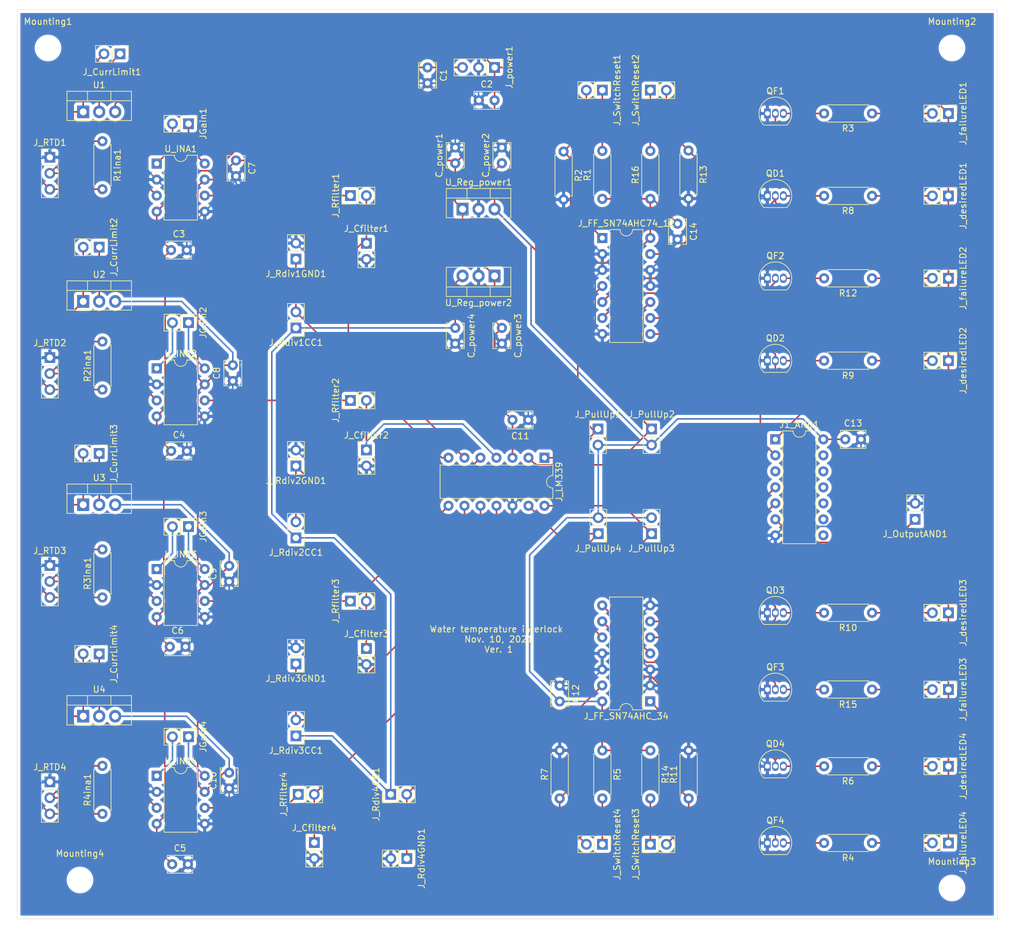
<source format=kicad_pcb>
(kicad_pcb (version 20171130) (host pcbnew "(5.1.12)-1")

  (general
    (thickness 1.6)
    (drawings 5)
    (tracks 484)
    (zones 0)
    (modules 110)
    (nets 82)
  )

  (page A4)
  (layers
    (0 F.Cu signal)
    (31 B.Cu signal)
    (32 B.Adhes user)
    (33 F.Adhes user)
    (34 B.Paste user)
    (35 F.Paste user)
    (36 B.SilkS user)
    (37 F.SilkS user)
    (38 B.Mask user)
    (39 F.Mask user)
    (40 Dwgs.User user)
    (41 Cmts.User user)
    (42 Eco1.User user)
    (43 Eco2.User user)
    (44 Edge.Cuts user)
    (45 Margin user)
    (46 B.CrtYd user)
    (47 F.CrtYd user)
    (48 B.Fab user)
    (49 F.Fab user)
  )

  (setup
    (last_trace_width 0.25)
    (trace_clearance 0.2)
    (zone_clearance 0.508)
    (zone_45_only no)
    (trace_min 0.2)
    (via_size 0.8)
    (via_drill 0.4)
    (via_min_size 0.4)
    (via_min_drill 0.3)
    (uvia_size 0.3)
    (uvia_drill 0.1)
    (uvias_allowed no)
    (uvia_min_size 0.2)
    (uvia_min_drill 0.1)
    (edge_width 0.05)
    (segment_width 0.2)
    (pcb_text_width 0.3)
    (pcb_text_size 1.5 1.5)
    (mod_edge_width 0.12)
    (mod_text_size 1 1)
    (mod_text_width 0.15)
    (pad_size 3.2 3.2)
    (pad_drill 3.2)
    (pad_to_mask_clearance 0)
    (aux_axis_origin 0 0)
    (visible_elements 7FFFFFFF)
    (pcbplotparams
      (layerselection 0x01010_fffffffe)
      (usegerberextensions false)
      (usegerberattributes true)
      (usegerberadvancedattributes true)
      (creategerberjobfile true)
      (excludeedgelayer true)
      (linewidth 0.100000)
      (plotframeref false)
      (viasonmask false)
      (mode 1)
      (useauxorigin false)
      (hpglpennumber 1)
      (hpglpenspeed 20)
      (hpglpendiameter 15.000000)
      (psnegative false)
      (psa4output false)
      (plotreference true)
      (plotvalue true)
      (plotinvisibletext false)
      (padsonsilk false)
      (subtractmaskfromsilk false)
      (outputformat 4)
      (mirror false)
      (drillshape 2)
      (scaleselection 1)
      (outputdirectory ""))
  )

  (net 0 "")
  (net 1 GND)
  (net 2 VEE)
  (net 3 VCC)
  (net 4 +5V)
  (net 5 "Net-(J1_AND1-Pad13)")
  (net 6 "Net-(J1_AND1-Pad6)")
  (net 7 "Net-(J1_AND1-Pad12)")
  (net 8 "Net-(J1_AND1-Pad5)")
  (net 9 "Net-(J1_AND1-Pad11)")
  (net 10 "Net-(J1_AND1-Pad4)")
  (net 11 "Net-(J1_AND1-Pad10)")
  (net 12 "Net-(J1_AND1-Pad3)")
  (net 13 "Net-(J1_AND1-Pad9)")
  (net 14 "Net-(J1_AND1-Pad2)")
  (net 15 "Net-(J1_AND1-Pad8)")
  (net 16 "Net-(J1_AND1-Pad1)")
  (net 17 "Net-(J_Cfilter1-Pad1)")
  (net 18 "Net-(J_Cfilter2-Pad1)")
  (net 19 "Net-(J_Cfilter3-Pad1)")
  (net 20 "Net-(J_Cfilter4-Pad1)")
  (net 21 "Net-(J_CurrLimit1-Pad1)")
  (net 22 "Net-(J_CurrLimit1-Pad2)")
  (net 23 "Net-(J_CurrLimit2-Pad2)")
  (net 24 "Net-(J_CurrLimit2-Pad1)")
  (net 25 "Net-(J_CurrLimit3-Pad1)")
  (net 26 "Net-(J_CurrLimit3-Pad2)")
  (net 27 "Net-(J_CurrLimit4-Pad1)")
  (net 28 "Net-(J_CurrLimit4-Pad2)")
  (net 29 "Net-(J_desiredLED1-Pad2)")
  (net 30 "Net-(J_desiredLED2-Pad2)")
  (net 31 "Net-(J_desiredLED3-Pad2)")
  (net 32 "Net-(J_desiredLED4-Pad2)")
  (net 33 "Net-(J_failureLED1-Pad2)")
  (net 34 "Net-(J_FF_SN74AHC74_12-Pad5)")
  (net 35 "Net-(J_failureLED2-Pad2)")
  (net 36 "Net-(J_FF_SN74AHC74_12-Pad9)")
  (net 37 "Net-(J_failureLED3-Pad2)")
  (net 38 "Net-(J_FF_SN74AHC_34-Pad9)")
  (net 39 "Net-(J_FF_SN74AHC_34-Pad5)")
  (net 40 "Net-(J_failureLED4-Pad2)")
  (net 41 "Net-(J_FF_SN74AHC74_12-Pad13)")
  (net 42 "Net-(J_FF_SN74AHC74_12-Pad4)")
  (net 43 "Net-(J_FF_SN74AHC74_12-Pad10)")
  (net 44 "Net-(J_FF_SN74AHC74_12-Pad1)")
  (net 45 "Net-(J_FF_SN74AHC_34-Pad1)")
  (net 46 "Net-(J_FF_SN74AHC_34-Pad10)")
  (net 47 "Net-(J_FF_SN74AHC_34-Pad4)")
  (net 48 "Net-(J_FF_SN74AHC_34-Pad13)")
  (net 49 "Net-(J_LM339-Pad9)")
  (net 50 "Net-(J_LM339-Pad11)")
  (net 51 "Net-(J_LM339-Pad5)")
  (net 52 "Net-(J_LM339-Pad7)")
  (net 53 "Net-(J_Rfilter1-Pad1)")
  (net 54 "Net-(J_Rfilter2-Pad1)")
  (net 55 "Net-(J_Rfilter3-Pad1)")
  (net 56 "Net-(J_Rfilter4-Pad1)")
  (net 57 "Net-(J_RTD1-Pad2)")
  (net 58 "Net-(J_RTD2-Pad2)")
  (net 59 "Net-(J_RTD3-Pad2)")
  (net 60 "Net-(J_RTD4-Pad2)")
  (net 61 "Net-(J_SwitchReset1-Pad1)")
  (net 62 "Net-(J_SwitchReset2-Pad1)")
  (net 63 "Net-(J_SwitchReset3-Pad1)")
  (net 64 "Net-(J_SwitchReset4-Pad1)")
  (net 65 "Net-(JGain1-Pad1)")
  (net 66 "Net-(JGain1-Pad2)")
  (net 67 "Net-(JGain2-Pad2)")
  (net 68 "Net-(JGain2-Pad1)")
  (net 69 "Net-(JGain3-Pad2)")
  (net 70 "Net-(JGain3-Pad1)")
  (net 71 "Net-(JGain4-Pad1)")
  (net 72 "Net-(JGain4-Pad2)")
  (net 73 +5VA)
  (net 74 "Net-(QD1-Pad3)")
  (net 75 "Net-(QD2-Pad3)")
  (net 76 "Net-(QD3-Pad3)")
  (net 77 "Net-(QD4-Pad3)")
  (net 78 "Net-(QF1-Pad3)")
  (net 79 "Net-(QF2-Pad3)")
  (net 80 "Net-(QF3-Pad3)")
  (net 81 "Net-(QF4-Pad3)")

  (net_class Default "This is the default net class."
    (clearance 0.2)
    (trace_width 0.25)
    (via_dia 0.8)
    (via_drill 0.4)
    (uvia_dia 0.3)
    (uvia_drill 0.1)
    (add_net +5V)
    (add_net +5VA)
    (add_net GND)
    (add_net "Net-(J1_AND1-Pad1)")
    (add_net "Net-(J1_AND1-Pad10)")
    (add_net "Net-(J1_AND1-Pad11)")
    (add_net "Net-(J1_AND1-Pad12)")
    (add_net "Net-(J1_AND1-Pad13)")
    (add_net "Net-(J1_AND1-Pad2)")
    (add_net "Net-(J1_AND1-Pad3)")
    (add_net "Net-(J1_AND1-Pad4)")
    (add_net "Net-(J1_AND1-Pad5)")
    (add_net "Net-(J1_AND1-Pad6)")
    (add_net "Net-(J1_AND1-Pad8)")
    (add_net "Net-(J1_AND1-Pad9)")
    (add_net "Net-(JGain1-Pad1)")
    (add_net "Net-(JGain1-Pad2)")
    (add_net "Net-(JGain2-Pad1)")
    (add_net "Net-(JGain2-Pad2)")
    (add_net "Net-(JGain3-Pad1)")
    (add_net "Net-(JGain3-Pad2)")
    (add_net "Net-(JGain4-Pad1)")
    (add_net "Net-(JGain4-Pad2)")
    (add_net "Net-(J_Cfilter1-Pad1)")
    (add_net "Net-(J_Cfilter2-Pad1)")
    (add_net "Net-(J_Cfilter3-Pad1)")
    (add_net "Net-(J_Cfilter4-Pad1)")
    (add_net "Net-(J_CurrLimit1-Pad1)")
    (add_net "Net-(J_CurrLimit1-Pad2)")
    (add_net "Net-(J_CurrLimit2-Pad1)")
    (add_net "Net-(J_CurrLimit2-Pad2)")
    (add_net "Net-(J_CurrLimit3-Pad1)")
    (add_net "Net-(J_CurrLimit3-Pad2)")
    (add_net "Net-(J_CurrLimit4-Pad1)")
    (add_net "Net-(J_CurrLimit4-Pad2)")
    (add_net "Net-(J_FF_SN74AHC74_12-Pad1)")
    (add_net "Net-(J_FF_SN74AHC74_12-Pad10)")
    (add_net "Net-(J_FF_SN74AHC74_12-Pad13)")
    (add_net "Net-(J_FF_SN74AHC74_12-Pad4)")
    (add_net "Net-(J_FF_SN74AHC74_12-Pad5)")
    (add_net "Net-(J_FF_SN74AHC74_12-Pad9)")
    (add_net "Net-(J_FF_SN74AHC_34-Pad1)")
    (add_net "Net-(J_FF_SN74AHC_34-Pad10)")
    (add_net "Net-(J_FF_SN74AHC_34-Pad13)")
    (add_net "Net-(J_FF_SN74AHC_34-Pad4)")
    (add_net "Net-(J_FF_SN74AHC_34-Pad5)")
    (add_net "Net-(J_FF_SN74AHC_34-Pad9)")
    (add_net "Net-(J_LM339-Pad11)")
    (add_net "Net-(J_LM339-Pad5)")
    (add_net "Net-(J_LM339-Pad7)")
    (add_net "Net-(J_LM339-Pad9)")
    (add_net "Net-(J_RTD1-Pad2)")
    (add_net "Net-(J_RTD2-Pad2)")
    (add_net "Net-(J_RTD3-Pad2)")
    (add_net "Net-(J_RTD4-Pad2)")
    (add_net "Net-(J_Rfilter1-Pad1)")
    (add_net "Net-(J_Rfilter2-Pad1)")
    (add_net "Net-(J_Rfilter3-Pad1)")
    (add_net "Net-(J_Rfilter4-Pad1)")
    (add_net "Net-(J_SwitchReset1-Pad1)")
    (add_net "Net-(J_SwitchReset2-Pad1)")
    (add_net "Net-(J_SwitchReset3-Pad1)")
    (add_net "Net-(J_SwitchReset4-Pad1)")
    (add_net "Net-(J_desiredLED1-Pad2)")
    (add_net "Net-(J_desiredLED2-Pad2)")
    (add_net "Net-(J_desiredLED3-Pad2)")
    (add_net "Net-(J_desiredLED4-Pad2)")
    (add_net "Net-(J_failureLED1-Pad2)")
    (add_net "Net-(J_failureLED2-Pad2)")
    (add_net "Net-(J_failureLED3-Pad2)")
    (add_net "Net-(J_failureLED4-Pad2)")
    (add_net "Net-(QD1-Pad3)")
    (add_net "Net-(QD2-Pad3)")
    (add_net "Net-(QD3-Pad3)")
    (add_net "Net-(QD4-Pad3)")
    (add_net "Net-(QF1-Pad3)")
    (add_net "Net-(QF2-Pad3)")
    (add_net "Net-(QF3-Pad3)")
    (add_net "Net-(QF4-Pad3)")
    (add_net VCC)
    (add_net VEE)
  )

  (module MountingHole:MountingHole_3.2mm_M3 (layer F.Cu) (tedit 631F6990) (tstamp 62EB5839)
    (at 20.32 22.86)
    (descr "Mounting Hole 3.2mm, no annular, M3")
    (tags "mounting hole 3.2mm no annular m3")
    (attr virtual)
    (fp_text reference Mounting1 (at 0 -4.2) (layer F.SilkS)
      (effects (font (size 1 1) (thickness 0.15)))
    )
    (fp_text value MountingHole_3.2mm_M3 (at -3.81 5.08 90) (layer F.Fab)
      (effects (font (size 1 1) (thickness 0.15)))
    )
    (fp_circle (center 0 0) (end 3.2 0) (layer Cmts.User) (width 0.15))
    (fp_circle (center 0 0) (end 3.45 0) (layer F.CrtYd) (width 0.05))
    (fp_text user %R (at 0.3 0) (layer F.Fab)
      (effects (font (size 1 1) (thickness 0.15)))
    )
    (pad "" np_thru_hole circle (at 0 0) (size 3.2 3.2) (drill 3.2) (layers *.Cu *.Mask))
  )

  (module MountingHole:MountingHole_3.2mm_M3 (layer F.Cu) (tedit 56D1B4CB) (tstamp 62EB583A)
    (at 25.4 154.94)
    (descr "Mounting Hole 3.2mm, no annular, M3")
    (tags "mounting hole 3.2mm no annular m3")
    (attr virtual)
    (fp_text reference Mounting4 (at 0 -4.2) (layer F.SilkS)
      (effects (font (size 1 1) (thickness 0.15)))
    )
    (fp_text value MountingHole_3.2mm_M3 (at 0 4.2) (layer F.Fab)
      (effects (font (size 1 1) (thickness 0.15)))
    )
    (fp_circle (center 0 0) (end 3.2 0) (layer Cmts.User) (width 0.15))
    (fp_circle (center 0 0) (end 3.45 0) (layer F.CrtYd) (width 0.05))
    (fp_text user %R (at 0.3 0) (layer F.Fab)
      (effects (font (size 1 1) (thickness 0.15)))
    )
    (pad 1 np_thru_hole circle (at 0 0) (size 3.2 3.2) (drill 3.2) (layers *.Cu *.Mask))
  )

  (module MountingHole:MountingHole_3.2mm_M3 (layer F.Cu) (tedit 56D1B4CB) (tstamp 62EB583A)
    (at 163.83 22.86)
    (descr "Mounting Hole 3.2mm, no annular, M3")
    (tags "mounting hole 3.2mm no annular m3")
    (attr virtual)
    (fp_text reference Mounting2 (at 0 -4.2) (layer F.SilkS)
      (effects (font (size 1 1) (thickness 0.15)))
    )
    (fp_text value MountingHole_3.2mm_M3 (at 0 4.2) (layer F.Fab)
      (effects (font (size 1 1) (thickness 0.15)))
    )
    (fp_circle (center 0 0) (end 3.2 0) (layer Cmts.User) (width 0.15))
    (fp_circle (center 0 0) (end 3.45 0) (layer F.CrtYd) (width 0.05))
    (fp_text user %R (at 0.3 0) (layer F.Fab)
      (effects (font (size 1 1) (thickness 0.15)))
    )
    (pad 1 np_thru_hole circle (at 0 0) (size 3.2 3.2) (drill 3.2) (layers *.Cu *.Mask))
  )

  (module MountingHole:MountingHole_3.2mm_M3 (layer F.Cu) (tedit 56D1B4CB) (tstamp 62EB583A)
    (at 163.83 156.21)
    (descr "Mounting Hole 3.2mm, no annular, M3")
    (tags "mounting hole 3.2mm no annular m3")
    (attr virtual)
    (fp_text reference Mounting3 (at 0 -4.2) (layer F.SilkS)
      (effects (font (size 1 1) (thickness 0.15)))
    )
    (fp_text value MountingHole_3.2mm_M3 (at 0 4.2) (layer F.Fab)
      (effects (font (size 1 1) (thickness 0.15)))
    )
    (fp_circle (center 0 0) (end 3.2 0) (layer Cmts.User) (width 0.15))
    (fp_circle (center 0 0) (end 3.45 0) (layer F.CrtYd) (width 0.05))
    (fp_text user %R (at 0.3 0) (layer F.Fab)
      (effects (font (size 1 1) (thickness 0.15)))
    )
    (pad 1 np_thru_hole circle (at 0 0) (size 3.2 3.2) (drill 3.2) (layers *.Cu *.Mask))
  )

  (module Package_DIP:DIP-14_W7.62mm (layer F.Cu) (tedit 5A02E8C5) (tstamp 613C7986)
    (at 108.3183 53.0272)
    (descr "14-lead though-hole mounted DIP package, row spacing 7.62 mm (300 mils)")
    (tags "THT DIP DIL PDIP 2.54mm 7.62mm 300mil")
    (path /6132C657)
    (fp_text reference J_FF_SN74AHC74_12 (at 3.81 -2.33) (layer F.SilkS)
      (effects (font (size 1 1) (thickness 0.15)))
    )
    (fp_text value Conn_02x07_Counter_Clockwise (at 3.81 17.57) (layer F.Fab)
      (effects (font (size 1 1) (thickness 0.15)))
    )
    (fp_line (start 1.635 -1.27) (end 6.985 -1.27) (layer F.Fab) (width 0.1))
    (fp_line (start 6.985 -1.27) (end 6.985 16.51) (layer F.Fab) (width 0.1))
    (fp_line (start 6.985 16.51) (end 0.635 16.51) (layer F.Fab) (width 0.1))
    (fp_line (start 0.635 16.51) (end 0.635 -0.27) (layer F.Fab) (width 0.1))
    (fp_line (start 0.635 -0.27) (end 1.635 -1.27) (layer F.Fab) (width 0.1))
    (fp_line (start 2.81 -1.33) (end 1.16 -1.33) (layer F.SilkS) (width 0.12))
    (fp_line (start 1.16 -1.33) (end 1.16 16.57) (layer F.SilkS) (width 0.12))
    (fp_line (start 1.16 16.57) (end 6.46 16.57) (layer F.SilkS) (width 0.12))
    (fp_line (start 6.46 16.57) (end 6.46 -1.33) (layer F.SilkS) (width 0.12))
    (fp_line (start 6.46 -1.33) (end 4.81 -1.33) (layer F.SilkS) (width 0.12))
    (fp_line (start -1.1 -1.55) (end -1.1 16.8) (layer F.CrtYd) (width 0.05))
    (fp_line (start -1.1 16.8) (end 8.7 16.8) (layer F.CrtYd) (width 0.05))
    (fp_line (start 8.7 16.8) (end 8.7 -1.55) (layer F.CrtYd) (width 0.05))
    (fp_line (start 8.7 -1.55) (end -1.1 -1.55) (layer F.CrtYd) (width 0.05))
    (fp_text user %R (at 3.81 7.62) (layer F.Fab)
      (effects (font (size 1 1) (thickness 0.15)))
    )
    (fp_arc (start 3.81 -1.33) (end 2.81 -1.33) (angle -180) (layer F.SilkS) (width 0.12))
    (pad 14 thru_hole oval (at 7.62 0) (size 1.6 1.6) (drill 0.8) (layers *.Cu *.Mask)
      (net 4 +5V))
    (pad 7 thru_hole oval (at 0 15.24) (size 1.6 1.6) (drill 0.8) (layers *.Cu *.Mask)
      (net 1 GND))
    (pad 13 thru_hole oval (at 7.62 2.54) (size 1.6 1.6) (drill 0.8) (layers *.Cu *.Mask)
      (net 41 "Net-(J_FF_SN74AHC74_12-Pad13)"))
    (pad 6 thru_hole oval (at 0 12.7) (size 1.6 1.6) (drill 0.8) (layers *.Cu *.Mask)
      (net 16 "Net-(J1_AND1-Pad1)"))
    (pad 12 thru_hole oval (at 7.62 5.08) (size 1.6 1.6) (drill 0.8) (layers *.Cu *.Mask)
      (net 1 GND))
    (pad 5 thru_hole oval (at 0 10.16) (size 1.6 1.6) (drill 0.8) (layers *.Cu *.Mask)
      (net 34 "Net-(J_FF_SN74AHC74_12-Pad5)"))
    (pad 11 thru_hole oval (at 7.62 7.62) (size 1.6 1.6) (drill 0.8) (layers *.Cu *.Mask)
      (net 1 GND))
    (pad 4 thru_hole oval (at 0 7.62) (size 1.6 1.6) (drill 0.8) (layers *.Cu *.Mask)
      (net 42 "Net-(J_FF_SN74AHC74_12-Pad4)"))
    (pad 10 thru_hole oval (at 7.62 10.16) (size 1.6 1.6) (drill 0.8) (layers *.Cu *.Mask)
      (net 43 "Net-(J_FF_SN74AHC74_12-Pad10)"))
    (pad 3 thru_hole oval (at 0 5.08) (size 1.6 1.6) (drill 0.8) (layers *.Cu *.Mask)
      (net 1 GND))
    (pad 9 thru_hole oval (at 7.62 12.7) (size 1.6 1.6) (drill 0.8) (layers *.Cu *.Mask)
      (net 36 "Net-(J_FF_SN74AHC74_12-Pad9)"))
    (pad 2 thru_hole oval (at 0 2.54) (size 1.6 1.6) (drill 0.8) (layers *.Cu *.Mask)
      (net 1 GND))
    (pad 8 thru_hole oval (at 7.62 15.24) (size 1.6 1.6) (drill 0.8) (layers *.Cu *.Mask)
      (net 14 "Net-(J1_AND1-Pad2)"))
    (pad 1 thru_hole rect (at 0 0) (size 1.6 1.6) (drill 0.8) (layers *.Cu *.Mask)
      (net 44 "Net-(J_FF_SN74AHC74_12-Pad1)"))
    (model ${KISYS3DMOD}/Package_DIP.3dshapes/DIP-14_W7.62mm.wrl
      (at (xyz 0 0 0))
      (scale (xyz 1 1 1))
      (rotate (xyz 0 0 0))
    )
  )

  (module Connector_PinHeader_2.54mm:PinHeader_1x02_P2.54mm_Vertical (layer F.Cu) (tedit 59FED5CC) (tstamp 61773B02)
    (at 163.2585 72.498372 270)
    (descr "Through hole straight pin header, 1x02, 2.54mm pitch, single row")
    (tags "Through hole pin header THT 1x02 2.54mm single row")
    (path /617B57B1)
    (fp_text reference J_desiredLED2 (at 0 -2.33 90) (layer F.SilkS)
      (effects (font (size 1 1) (thickness 0.15)))
    )
    (fp_text value Conn_01x02 (at 0 4.87 90) (layer F.Fab)
      (effects (font (size 1 1) (thickness 0.15)))
    )
    (fp_line (start -0.635 -1.27) (end 1.27 -1.27) (layer F.Fab) (width 0.1))
    (fp_line (start 1.27 -1.27) (end 1.27 3.81) (layer F.Fab) (width 0.1))
    (fp_line (start 1.27 3.81) (end -1.27 3.81) (layer F.Fab) (width 0.1))
    (fp_line (start -1.27 3.81) (end -1.27 -0.635) (layer F.Fab) (width 0.1))
    (fp_line (start -1.27 -0.635) (end -0.635 -1.27) (layer F.Fab) (width 0.1))
    (fp_line (start -1.33 3.87) (end 1.33 3.87) (layer F.SilkS) (width 0.12))
    (fp_line (start -1.33 1.27) (end -1.33 3.87) (layer F.SilkS) (width 0.12))
    (fp_line (start 1.33 1.27) (end 1.33 3.87) (layer F.SilkS) (width 0.12))
    (fp_line (start -1.33 1.27) (end 1.33 1.27) (layer F.SilkS) (width 0.12))
    (fp_line (start -1.33 0) (end -1.33 -1.33) (layer F.SilkS) (width 0.12))
    (fp_line (start -1.33 -1.33) (end 0 -1.33) (layer F.SilkS) (width 0.12))
    (fp_line (start -1.8 -1.8) (end -1.8 4.35) (layer F.CrtYd) (width 0.05))
    (fp_line (start -1.8 4.35) (end 1.8 4.35) (layer F.CrtYd) (width 0.05))
    (fp_line (start 1.8 4.35) (end 1.8 -1.8) (layer F.CrtYd) (width 0.05))
    (fp_line (start 1.8 -1.8) (end -1.8 -1.8) (layer F.CrtYd) (width 0.05))
    (fp_text user %R (at 0 1.27) (layer F.Fab)
      (effects (font (size 1 1) (thickness 0.15)))
    )
    (pad 2 thru_hole oval (at 0 2.54 270) (size 1.7 1.7) (drill 1) (layers *.Cu *.Mask)
      (net 30 "Net-(J_desiredLED2-Pad2)"))
    (pad 1 thru_hole rect (at 0 0 270) (size 1.7 1.7) (drill 1) (layers *.Cu *.Mask)
      (net 3 VCC))
    (model ${KISYS3DMOD}/Connector_PinHeader_2.54mm.3dshapes/PinHeader_1x02_P2.54mm_Vertical.wrl
      (at (xyz 0 0 0))
      (scale (xyz 1 1 1))
      (rotate (xyz 0 0 0))
    )
  )

  (module Resistor_THT:R_Axial_DIN0207_L6.3mm_D2.5mm_P7.62mm_Horizontal (layer F.Cu) (tedit 5AE5139B) (tstamp 61774E31)
    (at 122.0216 141.986 90)
    (descr "Resistor, Axial_DIN0207 series, Axial, Horizontal, pin pitch=7.62mm, 0.25W = 1/4W, length*diameter=6.3*2.5mm^2, http://cdn-reichelt.de/documents/datenblatt/B400/1_4W%23YAG.pdf")
    (tags "Resistor Axial_DIN0207 series Axial Horizontal pin pitch 7.62mm 0.25W = 1/4W length 6.3mm diameter 2.5mm")
    (path /61A38FF2)
    (fp_text reference R11 (at 3.81 -2.37 90) (layer F.SilkS)
      (effects (font (size 1 1) (thickness 0.15)))
    )
    (fp_text value R (at 3.81 2.37 90) (layer F.Fab)
      (effects (font (size 1 1) (thickness 0.15)))
    )
    (fp_line (start 8.67 -1.5) (end -1.05 -1.5) (layer F.CrtYd) (width 0.05))
    (fp_line (start 8.67 1.5) (end 8.67 -1.5) (layer F.CrtYd) (width 0.05))
    (fp_line (start -1.05 1.5) (end 8.67 1.5) (layer F.CrtYd) (width 0.05))
    (fp_line (start -1.05 -1.5) (end -1.05 1.5) (layer F.CrtYd) (width 0.05))
    (fp_line (start 7.08 1.37) (end 7.08 1.04) (layer F.SilkS) (width 0.12))
    (fp_line (start 0.54 1.37) (end 7.08 1.37) (layer F.SilkS) (width 0.12))
    (fp_line (start 0.54 1.04) (end 0.54 1.37) (layer F.SilkS) (width 0.12))
    (fp_line (start 7.08 -1.37) (end 7.08 -1.04) (layer F.SilkS) (width 0.12))
    (fp_line (start 0.54 -1.37) (end 7.08 -1.37) (layer F.SilkS) (width 0.12))
    (fp_line (start 0.54 -1.04) (end 0.54 -1.37) (layer F.SilkS) (width 0.12))
    (fp_line (start 7.62 0) (end 6.96 0) (layer F.Fab) (width 0.1))
    (fp_line (start 0 0) (end 0.66 0) (layer F.Fab) (width 0.1))
    (fp_line (start 6.96 -1.25) (end 0.66 -1.25) (layer F.Fab) (width 0.1))
    (fp_line (start 6.96 1.25) (end 6.96 -1.25) (layer F.Fab) (width 0.1))
    (fp_line (start 0.66 1.25) (end 6.96 1.25) (layer F.Fab) (width 0.1))
    (fp_line (start 0.66 -1.25) (end 0.66 1.25) (layer F.Fab) (width 0.1))
    (fp_text user %R (at 3.81 0 270) (layer F.Fab)
      (effects (font (size 1 1) (thickness 0.15)))
    )
    (pad 1 thru_hole circle (at 0 0 90) (size 1.6 1.6) (drill 0.8) (layers *.Cu *.Mask)
      (net 45 "Net-(J_FF_SN74AHC_34-Pad1)"))
    (pad 2 thru_hole oval (at 7.62 0 90) (size 1.6 1.6) (drill 0.8) (layers *.Cu *.Mask)
      (net 1 GND))
    (model ${KISYS3DMOD}/Resistor_THT.3dshapes/R_Axial_DIN0207_L6.3mm_D2.5mm_P7.62mm_Horizontal.wrl
      (at (xyz 0 0 0))
      (scale (xyz 1 1 1))
      (rotate (xyz 0 0 0))
    )
  )

  (module Connector_PinHeader_2.54mm:PinHeader_1x02_P2.54mm_Vertical (layer F.Cu) (tedit 59FED5CC) (tstamp 613C7A91)
    (at 59.6773 100.6221 180)
    (descr "Through hole straight pin header, 1x02, 2.54mm pitch, single row")
    (tags "Through hole pin header THT 1x02 2.54mm single row")
    (path /6146EB9C)
    (fp_text reference J_Rdiv2CC1 (at 0 -2.33) (layer F.SilkS)
      (effects (font (size 1 1) (thickness 0.15)))
    )
    (fp_text value Conn_01x02 (at 0 4.87) (layer F.Fab)
      (effects (font (size 1 1) (thickness 0.15)))
    )
    (fp_line (start -0.635 -1.27) (end 1.27 -1.27) (layer F.Fab) (width 0.1))
    (fp_line (start 1.27 -1.27) (end 1.27 3.81) (layer F.Fab) (width 0.1))
    (fp_line (start 1.27 3.81) (end -1.27 3.81) (layer F.Fab) (width 0.1))
    (fp_line (start -1.27 3.81) (end -1.27 -0.635) (layer F.Fab) (width 0.1))
    (fp_line (start -1.27 -0.635) (end -0.635 -1.27) (layer F.Fab) (width 0.1))
    (fp_line (start -1.33 3.87) (end 1.33 3.87) (layer F.SilkS) (width 0.12))
    (fp_line (start -1.33 1.27) (end -1.33 3.87) (layer F.SilkS) (width 0.12))
    (fp_line (start 1.33 1.27) (end 1.33 3.87) (layer F.SilkS) (width 0.12))
    (fp_line (start -1.33 1.27) (end 1.33 1.27) (layer F.SilkS) (width 0.12))
    (fp_line (start -1.33 0) (end -1.33 -1.33) (layer F.SilkS) (width 0.12))
    (fp_line (start -1.33 -1.33) (end 0 -1.33) (layer F.SilkS) (width 0.12))
    (fp_line (start -1.8 -1.8) (end -1.8 4.35) (layer F.CrtYd) (width 0.05))
    (fp_line (start -1.8 4.35) (end 1.8 4.35) (layer F.CrtYd) (width 0.05))
    (fp_line (start 1.8 4.35) (end 1.8 -1.8) (layer F.CrtYd) (width 0.05))
    (fp_line (start 1.8 -1.8) (end -1.8 -1.8) (layer F.CrtYd) (width 0.05))
    (fp_text user %R (at 0 1.27 90) (layer F.Fab)
      (effects (font (size 1 1) (thickness 0.15)))
    )
    (pad 2 thru_hole oval (at 0 2.54 180) (size 1.7 1.7) (drill 1) (layers *.Cu *.Mask)
      (net 51 "Net-(J_LM339-Pad5)"))
    (pad 1 thru_hole rect (at 0 0 180) (size 1.7 1.7) (drill 1) (layers *.Cu *.Mask)
      (net 73 +5VA))
    (model ${KISYS3DMOD}/Connector_PinHeader_2.54mm.3dshapes/PinHeader_1x02_P2.54mm_Vertical.wrl
      (at (xyz 0 0 0))
      (scale (xyz 1 1 1))
      (rotate (xyz 0 0 0))
    )
  )

  (module Connector_PinHeader_2.54mm:PinHeader_1x02_P2.54mm_Vertical (layer F.Cu) (tedit 59FED5CC) (tstamp 613C7A4F)
    (at 107.67822 99.96932 180)
    (descr "Through hole straight pin header, 1x02, 2.54mm pitch, single row")
    (tags "Through hole pin header THT 1x02 2.54mm single row")
    (path /61815BB2)
    (fp_text reference J_PullUp4 (at 0 -2.33) (layer F.SilkS)
      (effects (font (size 1 1) (thickness 0.15)))
    )
    (fp_text value Conn_01x02 (at 0 4.87) (layer F.Fab)
      (effects (font (size 1 1) (thickness 0.15)))
    )
    (fp_line (start 1.8 -1.8) (end -1.8 -1.8) (layer F.CrtYd) (width 0.05))
    (fp_line (start 1.8 4.35) (end 1.8 -1.8) (layer F.CrtYd) (width 0.05))
    (fp_line (start -1.8 4.35) (end 1.8 4.35) (layer F.CrtYd) (width 0.05))
    (fp_line (start -1.8 -1.8) (end -1.8 4.35) (layer F.CrtYd) (width 0.05))
    (fp_line (start -1.33 -1.33) (end 0 -1.33) (layer F.SilkS) (width 0.12))
    (fp_line (start -1.33 0) (end -1.33 -1.33) (layer F.SilkS) (width 0.12))
    (fp_line (start -1.33 1.27) (end 1.33 1.27) (layer F.SilkS) (width 0.12))
    (fp_line (start 1.33 1.27) (end 1.33 3.87) (layer F.SilkS) (width 0.12))
    (fp_line (start -1.33 1.27) (end -1.33 3.87) (layer F.SilkS) (width 0.12))
    (fp_line (start -1.33 3.87) (end 1.33 3.87) (layer F.SilkS) (width 0.12))
    (fp_line (start -1.27 -0.635) (end -0.635 -1.27) (layer F.Fab) (width 0.1))
    (fp_line (start -1.27 3.81) (end -1.27 -0.635) (layer F.Fab) (width 0.1))
    (fp_line (start 1.27 3.81) (end -1.27 3.81) (layer F.Fab) (width 0.1))
    (fp_line (start 1.27 -1.27) (end 1.27 3.81) (layer F.Fab) (width 0.1))
    (fp_line (start -0.635 -1.27) (end 1.27 -1.27) (layer F.Fab) (width 0.1))
    (fp_text user %R (at 0 1.27 90) (layer F.Fab)
      (effects (font (size 1 1) (thickness 0.15)))
    )
    (pad 1 thru_hole rect (at 0 0 180) (size 1.7 1.7) (drill 1) (layers *.Cu *.Mask)
      (net 46 "Net-(J_FF_SN74AHC_34-Pad10)"))
    (pad 2 thru_hole oval (at 0 2.54 180) (size 1.7 1.7) (drill 1) (layers *.Cu *.Mask)
      (net 4 +5V))
    (model ${KISYS3DMOD}/Connector_PinHeader_2.54mm.3dshapes/PinHeader_1x02_P2.54mm_Vertical.wrl
      (at (xyz 0 0 0))
      (scale (xyz 1 1 1))
      (rotate (xyz 0 0 0))
    )
  )

  (module Connector_PinHeader_2.54mm:PinHeader_1x02_P2.54mm_Vertical (layer F.Cu) (tedit 59FED5CC) (tstamp 613C7A0D)
    (at 107.63 83.34756)
    (descr "Through hole straight pin header, 1x02, 2.54mm pitch, single row")
    (tags "Through hole pin header THT 1x02 2.54mm single row")
    (path /6180E9AA)
    (fp_text reference J_PullUp1 (at 0 -2.33) (layer F.SilkS)
      (effects (font (size 1 1) (thickness 0.15)))
    )
    (fp_text value Conn_01x02 (at 0 4.87) (layer F.Fab)
      (effects (font (size 1 1) (thickness 0.15)))
    )
    (fp_line (start 1.8 -1.8) (end -1.8 -1.8) (layer F.CrtYd) (width 0.05))
    (fp_line (start 1.8 4.35) (end 1.8 -1.8) (layer F.CrtYd) (width 0.05))
    (fp_line (start -1.8 4.35) (end 1.8 4.35) (layer F.CrtYd) (width 0.05))
    (fp_line (start -1.8 -1.8) (end -1.8 4.35) (layer F.CrtYd) (width 0.05))
    (fp_line (start -1.33 -1.33) (end 0 -1.33) (layer F.SilkS) (width 0.12))
    (fp_line (start -1.33 0) (end -1.33 -1.33) (layer F.SilkS) (width 0.12))
    (fp_line (start -1.33 1.27) (end 1.33 1.27) (layer F.SilkS) (width 0.12))
    (fp_line (start 1.33 1.27) (end 1.33 3.87) (layer F.SilkS) (width 0.12))
    (fp_line (start -1.33 1.27) (end -1.33 3.87) (layer F.SilkS) (width 0.12))
    (fp_line (start -1.33 3.87) (end 1.33 3.87) (layer F.SilkS) (width 0.12))
    (fp_line (start -1.27 -0.635) (end -0.635 -1.27) (layer F.Fab) (width 0.1))
    (fp_line (start -1.27 3.81) (end -1.27 -0.635) (layer F.Fab) (width 0.1))
    (fp_line (start 1.27 3.81) (end -1.27 3.81) (layer F.Fab) (width 0.1))
    (fp_line (start 1.27 -1.27) (end 1.27 3.81) (layer F.Fab) (width 0.1))
    (fp_line (start -0.635 -1.27) (end 1.27 -1.27) (layer F.Fab) (width 0.1))
    (fp_text user %R (at 0 1.27 90) (layer F.Fab)
      (effects (font (size 1 1) (thickness 0.15)))
    )
    (pad 1 thru_hole rect (at 0 0) (size 1.7 1.7) (drill 1) (layers *.Cu *.Mask)
      (net 42 "Net-(J_FF_SN74AHC74_12-Pad4)"))
    (pad 2 thru_hole oval (at 0 2.54) (size 1.7 1.7) (drill 1) (layers *.Cu *.Mask)
      (net 4 +5V))
    (model ${KISYS3DMOD}/Connector_PinHeader_2.54mm.3dshapes/PinHeader_1x02_P2.54mm_Vertical.wrl
      (at (xyz 0 0 0))
      (scale (xyz 1 1 1))
      (rotate (xyz 0 0 0))
    )
  )

  (module Package_DIP:DIP-14_W7.62mm (layer F.Cu) (tedit 5A02E8C5) (tstamp 613C79CA)
    (at 99.1362 87.9094 270)
    (descr "14-lead though-hole mounted DIP package, row spacing 7.62 mm (300 mils)")
    (tags "THT DIP DIL PDIP 2.54mm 7.62mm 300mil")
    (path /613A8EA8)
    (fp_text reference J_LM339 (at 3.81 -2.33 90) (layer F.SilkS)
      (effects (font (size 1 1) (thickness 0.15)))
    )
    (fp_text value Conn_02x07_CCW (at 3.81 17.57 90) (layer F.Fab)
      (effects (font (size 1 1) (thickness 0.15)))
    )
    (fp_line (start 8.7 -1.55) (end -1.1 -1.55) (layer F.CrtYd) (width 0.05))
    (fp_line (start 8.7 16.8) (end 8.7 -1.55) (layer F.CrtYd) (width 0.05))
    (fp_line (start -1.1 16.8) (end 8.7 16.8) (layer F.CrtYd) (width 0.05))
    (fp_line (start -1.1 -1.55) (end -1.1 16.8) (layer F.CrtYd) (width 0.05))
    (fp_line (start 6.46 -1.33) (end 4.81 -1.33) (layer F.SilkS) (width 0.12))
    (fp_line (start 6.46 16.57) (end 6.46 -1.33) (layer F.SilkS) (width 0.12))
    (fp_line (start 1.16 16.57) (end 6.46 16.57) (layer F.SilkS) (width 0.12))
    (fp_line (start 1.16 -1.33) (end 1.16 16.57) (layer F.SilkS) (width 0.12))
    (fp_line (start 2.81 -1.33) (end 1.16 -1.33) (layer F.SilkS) (width 0.12))
    (fp_line (start 0.635 -0.27) (end 1.635 -1.27) (layer F.Fab) (width 0.1))
    (fp_line (start 0.635 16.51) (end 0.635 -0.27) (layer F.Fab) (width 0.1))
    (fp_line (start 6.985 16.51) (end 0.635 16.51) (layer F.Fab) (width 0.1))
    (fp_line (start 6.985 -1.27) (end 6.985 16.51) (layer F.Fab) (width 0.1))
    (fp_line (start 1.635 -1.27) (end 6.985 -1.27) (layer F.Fab) (width 0.1))
    (fp_arc (start 3.81 -1.33) (end 2.81 -1.33) (angle -180) (layer F.SilkS) (width 0.12))
    (fp_text user %R (at 3.81 7.62 90) (layer F.Fab)
      (effects (font (size 1 1) (thickness 0.15)))
    )
    (pad 1 thru_hole rect (at 0 0 270) (size 1.6 1.6) (drill 0.8) (layers *.Cu *.Mask)
      (net 42 "Net-(J_FF_SN74AHC74_12-Pad4)"))
    (pad 8 thru_hole oval (at 7.62 15.24 270) (size 1.6 1.6) (drill 0.8) (layers *.Cu *.Mask)
      (net 19 "Net-(J_Cfilter3-Pad1)"))
    (pad 2 thru_hole oval (at 0 2.54 270) (size 1.6 1.6) (drill 0.8) (layers *.Cu *.Mask)
      (net 43 "Net-(J_FF_SN74AHC74_12-Pad10)"))
    (pad 9 thru_hole oval (at 7.62 12.7 270) (size 1.6 1.6) (drill 0.8) (layers *.Cu *.Mask)
      (net 49 "Net-(J_LM339-Pad9)"))
    (pad 3 thru_hole oval (at 0 5.08 270) (size 1.6 1.6) (drill 0.8) (layers *.Cu *.Mask)
      (net 3 VCC))
    (pad 10 thru_hole oval (at 7.62 10.16 270) (size 1.6 1.6) (drill 0.8) (layers *.Cu *.Mask)
      (net 20 "Net-(J_Cfilter4-Pad1)"))
    (pad 4 thru_hole oval (at 0 7.62 270) (size 1.6 1.6) (drill 0.8) (layers *.Cu *.Mask)
      (net 18 "Net-(J_Cfilter2-Pad1)"))
    (pad 11 thru_hole oval (at 7.62 7.62 270) (size 1.6 1.6) (drill 0.8) (layers *.Cu *.Mask)
      (net 50 "Net-(J_LM339-Pad11)"))
    (pad 5 thru_hole oval (at 0 10.16 270) (size 1.6 1.6) (drill 0.8) (layers *.Cu *.Mask)
      (net 51 "Net-(J_LM339-Pad5)"))
    (pad 12 thru_hole oval (at 7.62 5.08 270) (size 1.6 1.6) (drill 0.8) (layers *.Cu *.Mask)
      (net 1 GND))
    (pad 6 thru_hole oval (at 0 12.7 270) (size 1.6 1.6) (drill 0.8) (layers *.Cu *.Mask)
      (net 17 "Net-(J_Cfilter1-Pad1)"))
    (pad 13 thru_hole oval (at 7.62 2.54 270) (size 1.6 1.6) (drill 0.8) (layers *.Cu *.Mask)
      (net 46 "Net-(J_FF_SN74AHC_34-Pad10)"))
    (pad 7 thru_hole oval (at 0 15.24 270) (size 1.6 1.6) (drill 0.8) (layers *.Cu *.Mask)
      (net 52 "Net-(J_LM339-Pad7)"))
    (pad 14 thru_hole oval (at 7.62 0 270) (size 1.6 1.6) (drill 0.8) (layers *.Cu *.Mask)
      (net 47 "Net-(J_FF_SN74AHC_34-Pad4)"))
    (model ${KISYS3DMOD}/Package_DIP.3dshapes/DIP-14_W7.62mm.wrl
      (at (xyz 0 0 0))
      (scale (xyz 1 1 1))
      (rotate (xyz 0 0 0))
    )
  )

  (module Connector_PinHeader_2.54mm:PinHeader_1x02_P2.54mm_Vertical (layer F.Cu) (tedit 59FED5CC) (tstamp 613C7830)
    (at 70.8633 86.6648)
    (descr "Through hole straight pin header, 1x02, 2.54mm pitch, single row")
    (tags "Through hole pin header THT 1x02 2.54mm single row")
    (path /6146EBF0)
    (fp_text reference J_Cfilter2 (at 0 -2.33) (layer F.SilkS)
      (effects (font (size 1 1) (thickness 0.15)))
    )
    (fp_text value Conn_01x02 (at 0 4.87) (layer F.Fab)
      (effects (font (size 1 1) (thickness 0.15)))
    )
    (fp_line (start -0.635 -1.27) (end 1.27 -1.27) (layer F.Fab) (width 0.1))
    (fp_line (start 1.27 -1.27) (end 1.27 3.81) (layer F.Fab) (width 0.1))
    (fp_line (start 1.27 3.81) (end -1.27 3.81) (layer F.Fab) (width 0.1))
    (fp_line (start -1.27 3.81) (end -1.27 -0.635) (layer F.Fab) (width 0.1))
    (fp_line (start -1.27 -0.635) (end -0.635 -1.27) (layer F.Fab) (width 0.1))
    (fp_line (start -1.33 3.87) (end 1.33 3.87) (layer F.SilkS) (width 0.12))
    (fp_line (start -1.33 1.27) (end -1.33 3.87) (layer F.SilkS) (width 0.12))
    (fp_line (start 1.33 1.27) (end 1.33 3.87) (layer F.SilkS) (width 0.12))
    (fp_line (start -1.33 1.27) (end 1.33 1.27) (layer F.SilkS) (width 0.12))
    (fp_line (start -1.33 0) (end -1.33 -1.33) (layer F.SilkS) (width 0.12))
    (fp_line (start -1.33 -1.33) (end 0 -1.33) (layer F.SilkS) (width 0.12))
    (fp_line (start -1.8 -1.8) (end -1.8 4.35) (layer F.CrtYd) (width 0.05))
    (fp_line (start -1.8 4.35) (end 1.8 4.35) (layer F.CrtYd) (width 0.05))
    (fp_line (start 1.8 4.35) (end 1.8 -1.8) (layer F.CrtYd) (width 0.05))
    (fp_line (start 1.8 -1.8) (end -1.8 -1.8) (layer F.CrtYd) (width 0.05))
    (fp_text user %R (at 0 1.27 -270) (layer F.Fab)
      (effects (font (size 1 1) (thickness 0.15)))
    )
    (pad 2 thru_hole oval (at 0 2.54) (size 1.7 1.7) (drill 1) (layers *.Cu *.Mask)
      (net 1 GND))
    (pad 1 thru_hole rect (at 0 0) (size 1.7 1.7) (drill 1) (layers *.Cu *.Mask)
      (net 18 "Net-(J_Cfilter2-Pad1)"))
    (model ${KISYS3DMOD}/Connector_PinHeader_2.54mm.3dshapes/PinHeader_1x02_P2.54mm_Vertical.wrl
      (at (xyz 0 0 0))
      (scale (xyz 1 1 1))
      (rotate (xyz 0 0 0))
    )
  )

  (module Package_DIP:DIP-8_W7.62mm (layer F.Cu) (tedit 5A02E8C5) (tstamp 613C7E47)
    (at 37.5793 41.2115)
    (descr "8-lead though-hole mounted DIP package, row spacing 7.62 mm (300 mils)")
    (tags "THT DIP DIL PDIP 2.54mm 7.62mm 300mil")
    (path /61385CB6)
    (fp_text reference U_INA1 (at 3.81 -2.33) (layer F.SilkS)
      (effects (font (size 1 1) (thickness 0.15)))
    )
    (fp_text value INA128 (at 3.81 9.95) (layer F.Fab)
      (effects (font (size 1 1) (thickness 0.15)))
    )
    (fp_line (start 1.635 -1.27) (end 6.985 -1.27) (layer F.Fab) (width 0.1))
    (fp_line (start 6.985 -1.27) (end 6.985 8.89) (layer F.Fab) (width 0.1))
    (fp_line (start 6.985 8.89) (end 0.635 8.89) (layer F.Fab) (width 0.1))
    (fp_line (start 0.635 8.89) (end 0.635 -0.27) (layer F.Fab) (width 0.1))
    (fp_line (start 0.635 -0.27) (end 1.635 -1.27) (layer F.Fab) (width 0.1))
    (fp_line (start 2.81 -1.33) (end 1.16 -1.33) (layer F.SilkS) (width 0.12))
    (fp_line (start 1.16 -1.33) (end 1.16 8.95) (layer F.SilkS) (width 0.12))
    (fp_line (start 1.16 8.95) (end 6.46 8.95) (layer F.SilkS) (width 0.12))
    (fp_line (start 6.46 8.95) (end 6.46 -1.33) (layer F.SilkS) (width 0.12))
    (fp_line (start 6.46 -1.33) (end 4.81 -1.33) (layer F.SilkS) (width 0.12))
    (fp_line (start -1.1 -1.55) (end -1.1 9.15) (layer F.CrtYd) (width 0.05))
    (fp_line (start -1.1 9.15) (end 8.7 9.15) (layer F.CrtYd) (width 0.05))
    (fp_line (start 8.7 9.15) (end 8.7 -1.55) (layer F.CrtYd) (width 0.05))
    (fp_line (start 8.7 -1.55) (end -1.1 -1.55) (layer F.CrtYd) (width 0.05))
    (fp_text user %R (at 3.81 3.81) (layer F.Fab)
      (effects (font (size 1 1) (thickness 0.15)))
    )
    (fp_arc (start 3.81 -1.33) (end 2.81 -1.33) (angle -180) (layer F.SilkS) (width 0.12))
    (pad 8 thru_hole oval (at 7.62 0) (size 1.6 1.6) (drill 0.8) (layers *.Cu *.Mask)
      (net 65 "Net-(JGain1-Pad1)"))
    (pad 4 thru_hole oval (at 0 7.62) (size 1.6 1.6) (drill 0.8) (layers *.Cu *.Mask)
      (net 2 VEE))
    (pad 7 thru_hole oval (at 7.62 2.54) (size 1.6 1.6) (drill 0.8) (layers *.Cu *.Mask)
      (net 3 VCC))
    (pad 3 thru_hole oval (at 0 5.08) (size 1.6 1.6) (drill 0.8) (layers *.Cu *.Mask)
      (net 57 "Net-(J_RTD1-Pad2)"))
    (pad 6 thru_hole oval (at 7.62 5.08) (size 1.6 1.6) (drill 0.8) (layers *.Cu *.Mask)
      (net 53 "Net-(J_Rfilter1-Pad1)"))
    (pad 2 thru_hole oval (at 0 2.54) (size 1.6 1.6) (drill 0.8) (layers *.Cu *.Mask)
      (net 1 GND))
    (pad 5 thru_hole oval (at 7.62 7.62) (size 1.6 1.6) (drill 0.8) (layers *.Cu *.Mask)
      (net 1 GND))
    (pad 1 thru_hole rect (at 0 0) (size 1.6 1.6) (drill 0.8) (layers *.Cu *.Mask)
      (net 66 "Net-(JGain1-Pad2)"))
    (model ${KISYS3DMOD}/Package_DIP.3dshapes/DIP-8_W7.62mm.wrl
      (at (xyz 0 0 0))
      (scale (xyz 1 1 1))
      (rotate (xyz 0 0 0))
    )
  )

  (module Package_DIP:DIP-8_W7.62mm (layer F.Cu) (tedit 5A02E8C5) (tstamp 613C7E63)
    (at 37.5793 73.7235)
    (descr "8-lead though-hole mounted DIP package, row spacing 7.62 mm (300 mils)")
    (tags "THT DIP DIL PDIP 2.54mm 7.62mm 300mil")
    (path /6146EBCB)
    (fp_text reference U_INA2 (at 3.81 -2.33) (layer F.SilkS)
      (effects (font (size 1 1) (thickness 0.15)))
    )
    (fp_text value INA128 (at 3.81 9.95) (layer F.Fab)
      (effects (font (size 1 1) (thickness 0.15)))
    )
    (fp_line (start 8.7 -1.55) (end -1.1 -1.55) (layer F.CrtYd) (width 0.05))
    (fp_line (start 8.7 9.15) (end 8.7 -1.55) (layer F.CrtYd) (width 0.05))
    (fp_line (start -1.1 9.15) (end 8.7 9.15) (layer F.CrtYd) (width 0.05))
    (fp_line (start -1.1 -1.55) (end -1.1 9.15) (layer F.CrtYd) (width 0.05))
    (fp_line (start 6.46 -1.33) (end 4.81 -1.33) (layer F.SilkS) (width 0.12))
    (fp_line (start 6.46 8.95) (end 6.46 -1.33) (layer F.SilkS) (width 0.12))
    (fp_line (start 1.16 8.95) (end 6.46 8.95) (layer F.SilkS) (width 0.12))
    (fp_line (start 1.16 -1.33) (end 1.16 8.95) (layer F.SilkS) (width 0.12))
    (fp_line (start 2.81 -1.33) (end 1.16 -1.33) (layer F.SilkS) (width 0.12))
    (fp_line (start 0.635 -0.27) (end 1.635 -1.27) (layer F.Fab) (width 0.1))
    (fp_line (start 0.635 8.89) (end 0.635 -0.27) (layer F.Fab) (width 0.1))
    (fp_line (start 6.985 8.89) (end 0.635 8.89) (layer F.Fab) (width 0.1))
    (fp_line (start 6.985 -1.27) (end 6.985 8.89) (layer F.Fab) (width 0.1))
    (fp_line (start 1.635 -1.27) (end 6.985 -1.27) (layer F.Fab) (width 0.1))
    (fp_arc (start 3.81 -1.33) (end 2.81 -1.33) (angle -180) (layer F.SilkS) (width 0.12))
    (fp_text user %R (at 3.81 3.81) (layer F.Fab)
      (effects (font (size 1 1) (thickness 0.15)))
    )
    (pad 1 thru_hole rect (at 0 0) (size 1.6 1.6) (drill 0.8) (layers *.Cu *.Mask)
      (net 67 "Net-(JGain2-Pad2)"))
    (pad 5 thru_hole oval (at 7.62 7.62) (size 1.6 1.6) (drill 0.8) (layers *.Cu *.Mask)
      (net 1 GND))
    (pad 2 thru_hole oval (at 0 2.54) (size 1.6 1.6) (drill 0.8) (layers *.Cu *.Mask)
      (net 1 GND))
    (pad 6 thru_hole oval (at 7.62 5.08) (size 1.6 1.6) (drill 0.8) (layers *.Cu *.Mask)
      (net 54 "Net-(J_Rfilter2-Pad1)"))
    (pad 3 thru_hole oval (at 0 5.08) (size 1.6 1.6) (drill 0.8) (layers *.Cu *.Mask)
      (net 58 "Net-(J_RTD2-Pad2)"))
    (pad 7 thru_hole oval (at 7.62 2.54) (size 1.6 1.6) (drill 0.8) (layers *.Cu *.Mask)
      (net 3 VCC))
    (pad 4 thru_hole oval (at 0 7.62) (size 1.6 1.6) (drill 0.8) (layers *.Cu *.Mask)
      (net 2 VEE))
    (pad 8 thru_hole oval (at 7.62 0) (size 1.6 1.6) (drill 0.8) (layers *.Cu *.Mask)
      (net 68 "Net-(JGain2-Pad1)"))
    (model ${KISYS3DMOD}/Package_DIP.3dshapes/DIP-8_W7.62mm.wrl
      (at (xyz 0 0 0))
      (scale (xyz 1 1 1))
      (rotate (xyz 0 0 0))
    )
  )

  (module Package_DIP:DIP-14_W7.62mm (layer F.Cu) (tedit 5A02E8C5) (tstamp 613C79A8)
    (at 115.9183 126.592 180)
    (descr "14-lead though-hole mounted DIP package, row spacing 7.62 mm (300 mils)")
    (tags "THT DIP DIL PDIP 2.54mm 7.62mm 300mil")
    (path /61A39082)
    (fp_text reference J_FF_SN74AHC_34 (at 3.81 -2.33) (layer F.SilkS)
      (effects (font (size 1 1) (thickness 0.15)))
    )
    (fp_text value Conn_02x07_Counter_Clockwise (at 3.81 17.57) (layer F.Fab)
      (effects (font (size 1 1) (thickness 0.15)))
    )
    (fp_line (start 8.7 -1.55) (end -1.1 -1.55) (layer F.CrtYd) (width 0.05))
    (fp_line (start 8.7 16.8) (end 8.7 -1.55) (layer F.CrtYd) (width 0.05))
    (fp_line (start -1.1 16.8) (end 8.7 16.8) (layer F.CrtYd) (width 0.05))
    (fp_line (start -1.1 -1.55) (end -1.1 16.8) (layer F.CrtYd) (width 0.05))
    (fp_line (start 6.46 -1.33) (end 4.81 -1.33) (layer F.SilkS) (width 0.12))
    (fp_line (start 6.46 16.57) (end 6.46 -1.33) (layer F.SilkS) (width 0.12))
    (fp_line (start 1.16 16.57) (end 6.46 16.57) (layer F.SilkS) (width 0.12))
    (fp_line (start 1.16 -1.33) (end 1.16 16.57) (layer F.SilkS) (width 0.12))
    (fp_line (start 2.81 -1.33) (end 1.16 -1.33) (layer F.SilkS) (width 0.12))
    (fp_line (start 0.635 -0.27) (end 1.635 -1.27) (layer F.Fab) (width 0.1))
    (fp_line (start 0.635 16.51) (end 0.635 -0.27) (layer F.Fab) (width 0.1))
    (fp_line (start 6.985 16.51) (end 0.635 16.51) (layer F.Fab) (width 0.1))
    (fp_line (start 6.985 -1.27) (end 6.985 16.51) (layer F.Fab) (width 0.1))
    (fp_line (start 1.635 -1.27) (end 6.985 -1.27) (layer F.Fab) (width 0.1))
    (fp_arc (start 3.81 -1.33) (end 2.81 -1.33) (angle -180) (layer F.SilkS) (width 0.12))
    (fp_text user %R (at 3.81 7.62) (layer F.Fab)
      (effects (font (size 1 1) (thickness 0.15)))
    )
    (pad 1 thru_hole rect (at 0 0 180) (size 1.6 1.6) (drill 0.8) (layers *.Cu *.Mask)
      (net 45 "Net-(J_FF_SN74AHC_34-Pad1)"))
    (pad 8 thru_hole oval (at 7.62 15.24 180) (size 1.6 1.6) (drill 0.8) (layers *.Cu *.Mask)
      (net 8 "Net-(J1_AND1-Pad5)"))
    (pad 2 thru_hole oval (at 0 2.54 180) (size 1.6 1.6) (drill 0.8) (layers *.Cu *.Mask)
      (net 1 GND))
    (pad 9 thru_hole oval (at 7.62 12.7 180) (size 1.6 1.6) (drill 0.8) (layers *.Cu *.Mask)
      (net 38 "Net-(J_FF_SN74AHC_34-Pad9)"))
    (pad 3 thru_hole oval (at 0 5.08 180) (size 1.6 1.6) (drill 0.8) (layers *.Cu *.Mask)
      (net 1 GND))
    (pad 10 thru_hole oval (at 7.62 10.16 180) (size 1.6 1.6) (drill 0.8) (layers *.Cu *.Mask)
      (net 46 "Net-(J_FF_SN74AHC_34-Pad10)"))
    (pad 4 thru_hole oval (at 0 7.62 180) (size 1.6 1.6) (drill 0.8) (layers *.Cu *.Mask)
      (net 47 "Net-(J_FF_SN74AHC_34-Pad4)"))
    (pad 11 thru_hole oval (at 7.62 7.62 180) (size 1.6 1.6) (drill 0.8) (layers *.Cu *.Mask)
      (net 1 GND))
    (pad 5 thru_hole oval (at 0 10.16 180) (size 1.6 1.6) (drill 0.8) (layers *.Cu *.Mask)
      (net 39 "Net-(J_FF_SN74AHC_34-Pad5)"))
    (pad 12 thru_hole oval (at 7.62 5.08 180) (size 1.6 1.6) (drill 0.8) (layers *.Cu *.Mask)
      (net 1 GND))
    (pad 6 thru_hole oval (at 0 12.7 180) (size 1.6 1.6) (drill 0.8) (layers *.Cu *.Mask)
      (net 10 "Net-(J1_AND1-Pad4)"))
    (pad 13 thru_hole oval (at 7.62 2.54 180) (size 1.6 1.6) (drill 0.8) (layers *.Cu *.Mask)
      (net 48 "Net-(J_FF_SN74AHC_34-Pad13)"))
    (pad 7 thru_hole oval (at 0 15.24 180) (size 1.6 1.6) (drill 0.8) (layers *.Cu *.Mask)
      (net 1 GND))
    (pad 14 thru_hole oval (at 7.62 0 180) (size 1.6 1.6) (drill 0.8) (layers *.Cu *.Mask)
      (net 4 +5V))
    (model ${KISYS3DMOD}/Package_DIP.3dshapes/DIP-14_W7.62mm.wrl
      (at (xyz 0 0 0))
      (scale (xyz 1 1 1))
      (rotate (xyz 0 0 0))
    )
  )

  (module Package_TO_SOT_THT:TO-92_Inline (layer F.Cu) (tedit 5A1DD157) (tstamp 61773B98)
    (at 134.5184 46.335808)
    (descr "TO-92 leads in-line, narrow, oval pads, drill 0.75mm (see NXP sot054_po.pdf)")
    (tags "to-92 sc-43 sc-43a sot54 PA33 transistor")
    (path /617464CD)
    (fp_text reference QD1 (at 1.27 -3.56) (layer F.SilkS)
      (effects (font (size 1 1) (thickness 0.15)))
    )
    (fp_text value 2N7000 (at 1.27 2.79) (layer F.Fab)
      (effects (font (size 1 1) (thickness 0.15)))
    )
    (fp_line (start -0.53 1.85) (end 3.07 1.85) (layer F.SilkS) (width 0.12))
    (fp_line (start -0.5 1.75) (end 3 1.75) (layer F.Fab) (width 0.1))
    (fp_line (start -1.46 -2.73) (end 4 -2.73) (layer F.CrtYd) (width 0.05))
    (fp_line (start -1.46 -2.73) (end -1.46 2.01) (layer F.CrtYd) (width 0.05))
    (fp_line (start 4 2.01) (end 4 -2.73) (layer F.CrtYd) (width 0.05))
    (fp_line (start 4 2.01) (end -1.46 2.01) (layer F.CrtYd) (width 0.05))
    (fp_arc (start 1.27 0) (end 1.27 -2.6) (angle 135) (layer F.SilkS) (width 0.12))
    (fp_arc (start 1.27 0) (end 1.27 -2.48) (angle -135) (layer F.Fab) (width 0.1))
    (fp_arc (start 1.27 0) (end 1.27 -2.6) (angle -135) (layer F.SilkS) (width 0.12))
    (fp_arc (start 1.27 0) (end 1.27 -2.48) (angle 135) (layer F.Fab) (width 0.1))
    (fp_text user %R (at 1.27 0) (layer F.Fab)
      (effects (font (size 1 1) (thickness 0.15)))
    )
    (pad 1 thru_hole rect (at 0 0) (size 1.05 1.5) (drill 0.75) (layers *.Cu *.Mask)
      (net 1 GND))
    (pad 3 thru_hole oval (at 2.54 0) (size 1.05 1.5) (drill 0.75) (layers *.Cu *.Mask)
      (net 74 "Net-(QD1-Pad3)"))
    (pad 2 thru_hole oval (at 1.27 0) (size 1.05 1.5) (drill 0.75) (layers *.Cu *.Mask)
      (net 16 "Net-(J1_AND1-Pad1)"))
    (model ${KISYS3DMOD}/Package_TO_SOT_THT.3dshapes/TO-92_Inline.wrl
      (at (xyz 0 0 0))
      (scale (xyz 1 1 1))
      (rotate (xyz 0 0 0))
    )
  )

  (module Package_TO_SOT_THT:TO-92_Inline (layer F.Cu) (tedit 5A1DD157) (tstamp 61773BBC)
    (at 134.5184 112.522)
    (descr "TO-92 leads in-line, narrow, oval pads, drill 0.75mm (see NXP sot054_po.pdf)")
    (tags "to-92 sc-43 sc-43a sot54 PA33 transistor")
    (path /617C6C4E)
    (fp_text reference QD3 (at 1.27 -3.56) (layer F.SilkS)
      (effects (font (size 1 1) (thickness 0.15)))
    )
    (fp_text value 2N7000 (at 1.27 2.79) (layer F.Fab)
      (effects (font (size 1 1) (thickness 0.15)))
    )
    (fp_line (start -0.53 1.85) (end 3.07 1.85) (layer F.SilkS) (width 0.12))
    (fp_line (start -0.5 1.75) (end 3 1.75) (layer F.Fab) (width 0.1))
    (fp_line (start -1.46 -2.73) (end 4 -2.73) (layer F.CrtYd) (width 0.05))
    (fp_line (start -1.46 -2.73) (end -1.46 2.01) (layer F.CrtYd) (width 0.05))
    (fp_line (start 4 2.01) (end 4 -2.73) (layer F.CrtYd) (width 0.05))
    (fp_line (start 4 2.01) (end -1.46 2.01) (layer F.CrtYd) (width 0.05))
    (fp_arc (start 1.27 0) (end 1.27 -2.6) (angle 135) (layer F.SilkS) (width 0.12))
    (fp_arc (start 1.27 0) (end 1.27 -2.48) (angle -135) (layer F.Fab) (width 0.1))
    (fp_arc (start 1.27 0) (end 1.27 -2.6) (angle -135) (layer F.SilkS) (width 0.12))
    (fp_arc (start 1.27 0) (end 1.27 -2.48) (angle 135) (layer F.Fab) (width 0.1))
    (fp_text user %R (at 1.27 0) (layer F.Fab)
      (effects (font (size 1 1) (thickness 0.15)))
    )
    (pad 1 thru_hole rect (at 0 0) (size 1.05 1.5) (drill 0.75) (layers *.Cu *.Mask)
      (net 1 GND))
    (pad 3 thru_hole oval (at 2.54 0) (size 1.05 1.5) (drill 0.75) (layers *.Cu *.Mask)
      (net 76 "Net-(QD3-Pad3)"))
    (pad 2 thru_hole oval (at 1.27 0) (size 1.05 1.5) (drill 0.75) (layers *.Cu *.Mask)
      (net 10 "Net-(J1_AND1-Pad4)"))
    (model ${KISYS3DMOD}/Package_TO_SOT_THT.3dshapes/TO-92_Inline.wrl
      (at (xyz 0 0 0))
      (scale (xyz 1 1 1))
      (rotate (xyz 0 0 0))
    )
  )

  (module Package_DIP:DIP-14_W7.62mm (layer F.Cu) (tedit 5A02E8C5) (tstamp 613C7804)
    (at 135.7884 84.98332)
    (descr "14-lead though-hole mounted DIP package, row spacing 7.62 mm (300 mils)")
    (tags "THT DIP DIL PDIP 2.54mm 7.62mm 300mil")
    (path /61C575D5)
    (fp_text reference J1_AND1 (at 3.81 -2.33) (layer F.SilkS)
      (effects (font (size 1 1) (thickness 0.15)))
    )
    (fp_text value Conn_02x07_Counter_Clockwise (at 3.81 17.57) (layer F.Fab)
      (effects (font (size 1 1) (thickness 0.15)))
    )
    (fp_line (start 1.635 -1.27) (end 6.985 -1.27) (layer F.Fab) (width 0.1))
    (fp_line (start 6.985 -1.27) (end 6.985 16.51) (layer F.Fab) (width 0.1))
    (fp_line (start 6.985 16.51) (end 0.635 16.51) (layer F.Fab) (width 0.1))
    (fp_line (start 0.635 16.51) (end 0.635 -0.27) (layer F.Fab) (width 0.1))
    (fp_line (start 0.635 -0.27) (end 1.635 -1.27) (layer F.Fab) (width 0.1))
    (fp_line (start 2.81 -1.33) (end 1.16 -1.33) (layer F.SilkS) (width 0.12))
    (fp_line (start 1.16 -1.33) (end 1.16 16.57) (layer F.SilkS) (width 0.12))
    (fp_line (start 1.16 16.57) (end 6.46 16.57) (layer F.SilkS) (width 0.12))
    (fp_line (start 6.46 16.57) (end 6.46 -1.33) (layer F.SilkS) (width 0.12))
    (fp_line (start 6.46 -1.33) (end 4.81 -1.33) (layer F.SilkS) (width 0.12))
    (fp_line (start -1.1 -1.55) (end -1.1 16.8) (layer F.CrtYd) (width 0.05))
    (fp_line (start -1.1 16.8) (end 8.7 16.8) (layer F.CrtYd) (width 0.05))
    (fp_line (start 8.7 16.8) (end 8.7 -1.55) (layer F.CrtYd) (width 0.05))
    (fp_line (start 8.7 -1.55) (end -1.1 -1.55) (layer F.CrtYd) (width 0.05))
    (fp_text user %R (at 3.81 7.62) (layer F.Fab)
      (effects (font (size 1 1) (thickness 0.15)))
    )
    (fp_arc (start 3.81 -1.33) (end 2.81 -1.33) (angle -180) (layer F.SilkS) (width 0.12))
    (pad 14 thru_hole oval (at 7.62 0) (size 1.6 1.6) (drill 0.8) (layers *.Cu *.Mask)
      (net 4 +5V))
    (pad 7 thru_hole oval (at 0 15.24) (size 1.6 1.6) (drill 0.8) (layers *.Cu *.Mask)
      (net 1 GND))
    (pad 13 thru_hole oval (at 7.62 2.54) (size 1.6 1.6) (drill 0.8) (layers *.Cu *.Mask)
      (net 5 "Net-(J1_AND1-Pad13)"))
    (pad 6 thru_hole oval (at 0 12.7) (size 1.6 1.6) (drill 0.8) (layers *.Cu *.Mask)
      (net 6 "Net-(J1_AND1-Pad6)"))
    (pad 12 thru_hole oval (at 7.62 5.08) (size 1.6 1.6) (drill 0.8) (layers *.Cu *.Mask)
      (net 7 "Net-(J1_AND1-Pad12)"))
    (pad 5 thru_hole oval (at 0 10.16) (size 1.6 1.6) (drill 0.8) (layers *.Cu *.Mask)
      (net 8 "Net-(J1_AND1-Pad5)"))
    (pad 11 thru_hole oval (at 7.62 7.62) (size 1.6 1.6) (drill 0.8) (layers *.Cu *.Mask)
      (net 9 "Net-(J1_AND1-Pad11)"))
    (pad 4 thru_hole oval (at 0 7.62) (size 1.6 1.6) (drill 0.8) (layers *.Cu *.Mask)
      (net 10 "Net-(J1_AND1-Pad4)"))
    (pad 10 thru_hole oval (at 7.62 10.16) (size 1.6 1.6) (drill 0.8) (layers *.Cu *.Mask)
      (net 11 "Net-(J1_AND1-Pad10)"))
    (pad 3 thru_hole oval (at 0 5.08) (size 1.6 1.6) (drill 0.8) (layers *.Cu *.Mask)
      (net 12 "Net-(J1_AND1-Pad3)"))
    (pad 9 thru_hole oval (at 7.62 12.7) (size 1.6 1.6) (drill 0.8) (layers *.Cu *.Mask)
      (net 13 "Net-(J1_AND1-Pad9)"))
    (pad 2 thru_hole oval (at 0 2.54) (size 1.6 1.6) (drill 0.8) (layers *.Cu *.Mask)
      (net 14 "Net-(J1_AND1-Pad2)"))
    (pad 8 thru_hole oval (at 7.62 15.24) (size 1.6 1.6) (drill 0.8) (layers *.Cu *.Mask)
      (net 15 "Net-(J1_AND1-Pad8)"))
    (pad 1 thru_hole rect (at 0 0) (size 1.6 1.6) (drill 0.8) (layers *.Cu *.Mask)
      (net 16 "Net-(J1_AND1-Pad1)"))
    (model ${KISYS3DMOD}/Package_DIP.3dshapes/DIP-14_W7.62mm.wrl
      (at (xyz 0 0 0))
      (scale (xyz 1 1 1))
      (rotate (xyz 0 0 0))
    )
  )

  (module Connector_PinHeader_2.54mm:PinHeader_1x02_P2.54mm_Vertical (layer F.Cu) (tedit 59FED5CC) (tstamp 613C7A23)
    (at 116.1288 83.34756)
    (descr "Through hole straight pin header, 1x02, 2.54mm pitch, single row")
    (tags "Through hole pin header THT 1x02 2.54mm single row")
    (path /61315688)
    (fp_text reference J_PullUp2 (at 0 -2.33) (layer F.SilkS)
      (effects (font (size 1 1) (thickness 0.15)))
    )
    (fp_text value Conn_01x02 (at 0 4.87) (layer F.Fab)
      (effects (font (size 1 1) (thickness 0.15)))
    )
    (fp_line (start -0.635 -1.27) (end 1.27 -1.27) (layer F.Fab) (width 0.1))
    (fp_line (start 1.27 -1.27) (end 1.27 3.81) (layer F.Fab) (width 0.1))
    (fp_line (start 1.27 3.81) (end -1.27 3.81) (layer F.Fab) (width 0.1))
    (fp_line (start -1.27 3.81) (end -1.27 -0.635) (layer F.Fab) (width 0.1))
    (fp_line (start -1.27 -0.635) (end -0.635 -1.27) (layer F.Fab) (width 0.1))
    (fp_line (start -1.33 3.87) (end 1.33 3.87) (layer F.SilkS) (width 0.12))
    (fp_line (start -1.33 1.27) (end -1.33 3.87) (layer F.SilkS) (width 0.12))
    (fp_line (start 1.33 1.27) (end 1.33 3.87) (layer F.SilkS) (width 0.12))
    (fp_line (start -1.33 1.27) (end 1.33 1.27) (layer F.SilkS) (width 0.12))
    (fp_line (start -1.33 0) (end -1.33 -1.33) (layer F.SilkS) (width 0.12))
    (fp_line (start -1.33 -1.33) (end 0 -1.33) (layer F.SilkS) (width 0.12))
    (fp_line (start -1.8 -1.8) (end -1.8 4.35) (layer F.CrtYd) (width 0.05))
    (fp_line (start -1.8 4.35) (end 1.8 4.35) (layer F.CrtYd) (width 0.05))
    (fp_line (start 1.8 4.35) (end 1.8 -1.8) (layer F.CrtYd) (width 0.05))
    (fp_line (start 1.8 -1.8) (end -1.8 -1.8) (layer F.CrtYd) (width 0.05))
    (fp_text user %R (at 0 1.27 90) (layer F.Fab)
      (effects (font (size 1 1) (thickness 0.15)))
    )
    (pad 2 thru_hole oval (at 0 2.54) (size 1.7 1.7) (drill 1) (layers *.Cu *.Mask)
      (net 4 +5V))
    (pad 1 thru_hole rect (at 0 0) (size 1.7 1.7) (drill 1) (layers *.Cu *.Mask)
      (net 43 "Net-(J_FF_SN74AHC74_12-Pad10)"))
    (model ${KISYS3DMOD}/Connector_PinHeader_2.54mm.3dshapes/PinHeader_1x02_P2.54mm_Vertical.wrl
      (at (xyz 0 0 0))
      (scale (xyz 1 1 1))
      (rotate (xyz 0 0 0))
    )
  )

  (module Capacitor_THT:C_Disc_D3.8mm_W2.6mm_P2.50mm (layer F.Cu) (tedit 5AE50EF0) (tstamp 61773A5F)
    (at 146.88312 84.98332)
    (descr "C, Disc series, Radial, pin pitch=2.50mm, , diameter*width=3.8*2.6mm^2, Capacitor, http://www.vishay.com/docs/45233/krseries.pdf")
    (tags "C Disc series Radial pin pitch 2.50mm  diameter 3.8mm width 2.6mm Capacitor")
    (path /6171AAEA)
    (fp_text reference C13 (at 1.25 -2.55) (layer F.SilkS)
      (effects (font (size 1 1) (thickness 0.15)))
    )
    (fp_text value C_Small (at 1.25 2.55) (layer F.Fab)
      (effects (font (size 1 1) (thickness 0.15)))
    )
    (fp_line (start 3.55 -1.55) (end -1.05 -1.55) (layer F.CrtYd) (width 0.05))
    (fp_line (start 3.55 1.55) (end 3.55 -1.55) (layer F.CrtYd) (width 0.05))
    (fp_line (start -1.05 1.55) (end 3.55 1.55) (layer F.CrtYd) (width 0.05))
    (fp_line (start -1.05 -1.55) (end -1.05 1.55) (layer F.CrtYd) (width 0.05))
    (fp_line (start 3.27 0.795) (end 3.27 1.42) (layer F.SilkS) (width 0.12))
    (fp_line (start 3.27 -1.42) (end 3.27 -0.795) (layer F.SilkS) (width 0.12))
    (fp_line (start -0.77 0.795) (end -0.77 1.42) (layer F.SilkS) (width 0.12))
    (fp_line (start -0.77 -1.42) (end -0.77 -0.795) (layer F.SilkS) (width 0.12))
    (fp_line (start -0.77 1.42) (end 3.27 1.42) (layer F.SilkS) (width 0.12))
    (fp_line (start -0.77 -1.42) (end 3.27 -1.42) (layer F.SilkS) (width 0.12))
    (fp_line (start 3.15 -1.3) (end -0.65 -1.3) (layer F.Fab) (width 0.1))
    (fp_line (start 3.15 1.3) (end 3.15 -1.3) (layer F.Fab) (width 0.1))
    (fp_line (start -0.65 1.3) (end 3.15 1.3) (layer F.Fab) (width 0.1))
    (fp_line (start -0.65 -1.3) (end -0.65 1.3) (layer F.Fab) (width 0.1))
    (fp_text user %R (at 1.25 0) (layer F.Fab)
      (effects (font (size 0.76 0.76) (thickness 0.114)))
    )
    (pad 1 thru_hole circle (at 0 0) (size 1.6 1.6) (drill 0.8) (layers *.Cu *.Mask)
      (net 4 +5V))
    (pad 2 thru_hole circle (at 2.5 0) (size 1.6 1.6) (drill 0.8) (layers *.Cu *.Mask)
      (net 1 GND))
    (model ${KISYS3DMOD}/Capacitor_THT.3dshapes/C_Disc_D3.8mm_W2.6mm_P2.50mm.wrl
      (at (xyz 0 0 0))
      (scale (xyz 1 1 1))
      (rotate (xyz 0 0 0))
    )
  )

  (module Package_TO_SOT_THT:TO-92_Inline (layer F.Cu) (tedit 5A1DD157) (tstamp 61773BCE)
    (at 134.5184 136.8806)
    (descr "TO-92 leads in-line, narrow, oval pads, drill 0.75mm (see NXP sot054_po.pdf)")
    (tags "to-92 sc-43 sc-43a sot54 PA33 transistor")
    (path /617D7E32)
    (fp_text reference QD4 (at 1.27 -3.56) (layer F.SilkS)
      (effects (font (size 1 1) (thickness 0.15)))
    )
    (fp_text value 2N7000 (at 1.27 2.79) (layer F.Fab)
      (effects (font (size 1 1) (thickness 0.15)))
    )
    (fp_line (start 4 2.01) (end -1.46 2.01) (layer F.CrtYd) (width 0.05))
    (fp_line (start 4 2.01) (end 4 -2.73) (layer F.CrtYd) (width 0.05))
    (fp_line (start -1.46 -2.73) (end -1.46 2.01) (layer F.CrtYd) (width 0.05))
    (fp_line (start -1.46 -2.73) (end 4 -2.73) (layer F.CrtYd) (width 0.05))
    (fp_line (start -0.5 1.75) (end 3 1.75) (layer F.Fab) (width 0.1))
    (fp_line (start -0.53 1.85) (end 3.07 1.85) (layer F.SilkS) (width 0.12))
    (fp_text user %R (at 1.27 0) (layer F.Fab)
      (effects (font (size 1 1) (thickness 0.15)))
    )
    (fp_arc (start 1.27 0) (end 1.27 -2.48) (angle 135) (layer F.Fab) (width 0.1))
    (fp_arc (start 1.27 0) (end 1.27 -2.6) (angle -135) (layer F.SilkS) (width 0.12))
    (fp_arc (start 1.27 0) (end 1.27 -2.48) (angle -135) (layer F.Fab) (width 0.1))
    (fp_arc (start 1.27 0) (end 1.27 -2.6) (angle 135) (layer F.SilkS) (width 0.12))
    (pad 2 thru_hole oval (at 1.27 0) (size 1.05 1.5) (drill 0.75) (layers *.Cu *.Mask)
      (net 8 "Net-(J1_AND1-Pad5)"))
    (pad 3 thru_hole oval (at 2.54 0) (size 1.05 1.5) (drill 0.75) (layers *.Cu *.Mask)
      (net 77 "Net-(QD4-Pad3)"))
    (pad 1 thru_hole rect (at 0 0) (size 1.05 1.5) (drill 0.75) (layers *.Cu *.Mask)
      (net 1 GND))
    (model ${KISYS3DMOD}/Package_TO_SOT_THT.3dshapes/TO-92_Inline.wrl
      (at (xyz 0 0 0))
      (scale (xyz 1 1 1))
      (rotate (xyz 0 0 0))
    )
  )

  (module Package_TO_SOT_THT:TO-92_Inline (layer F.Cu) (tedit 5A1DD157) (tstamp 61773C16)
    (at 134.5184 149.0599)
    (descr "TO-92 leads in-line, narrow, oval pads, drill 0.75mm (see NXP sot054_po.pdf)")
    (tags "to-92 sc-43 sc-43a sot54 PA33 transistor")
    (path /61996130)
    (fp_text reference QF4 (at 1.27 -3.56) (layer F.SilkS)
      (effects (font (size 1 1) (thickness 0.15)))
    )
    (fp_text value 2N7000 (at 1.27 2.79) (layer F.Fab)
      (effects (font (size 1 1) (thickness 0.15)))
    )
    (fp_line (start 4 2.01) (end -1.46 2.01) (layer F.CrtYd) (width 0.05))
    (fp_line (start 4 2.01) (end 4 -2.73) (layer F.CrtYd) (width 0.05))
    (fp_line (start -1.46 -2.73) (end -1.46 2.01) (layer F.CrtYd) (width 0.05))
    (fp_line (start -1.46 -2.73) (end 4 -2.73) (layer F.CrtYd) (width 0.05))
    (fp_line (start -0.5 1.75) (end 3 1.75) (layer F.Fab) (width 0.1))
    (fp_line (start -0.53 1.85) (end 3.07 1.85) (layer F.SilkS) (width 0.12))
    (fp_text user %R (at 1.27 0) (layer F.Fab)
      (effects (font (size 1 1) (thickness 0.15)))
    )
    (fp_arc (start 1.27 0) (end 1.27 -2.48) (angle 135) (layer F.Fab) (width 0.1))
    (fp_arc (start 1.27 0) (end 1.27 -2.6) (angle -135) (layer F.SilkS) (width 0.12))
    (fp_arc (start 1.27 0) (end 1.27 -2.48) (angle -135) (layer F.Fab) (width 0.1))
    (fp_arc (start 1.27 0) (end 1.27 -2.6) (angle 135) (layer F.SilkS) (width 0.12))
    (pad 2 thru_hole oval (at 1.27 0) (size 1.05 1.5) (drill 0.75) (layers *.Cu *.Mask)
      (net 38 "Net-(J_FF_SN74AHC_34-Pad9)"))
    (pad 3 thru_hole oval (at 2.54 0) (size 1.05 1.5) (drill 0.75) (layers *.Cu *.Mask)
      (net 81 "Net-(QF4-Pad3)"))
    (pad 1 thru_hole rect (at 0 0) (size 1.05 1.5) (drill 0.75) (layers *.Cu *.Mask)
      (net 1 GND))
    (model ${KISYS3DMOD}/Package_TO_SOT_THT.3dshapes/TO-92_Inline.wrl
      (at (xyz 0 0 0))
      (scale (xyz 1 1 1))
      (rotate (xyz 0 0 0))
    )
  )

  (module Capacitor_THT:C_Disc_D3.8mm_W2.6mm_P2.50mm (layer F.Cu) (tedit 5AE50EF0) (tstamp 61773A37)
    (at 96.5562 81.9023 180)
    (descr "C, Disc series, Radial, pin pitch=2.50mm, , diameter*width=3.8*2.6mm^2, Capacitor, http://www.vishay.com/docs/45233/krseries.pdf")
    (tags "C Disc series Radial pin pitch 2.50mm  diameter 3.8mm width 2.6mm Capacitor")
    (path /6176D5C9)
    (fp_text reference C11 (at 1.25 -2.55) (layer F.SilkS)
      (effects (font (size 1 1) (thickness 0.15)))
    )
    (fp_text value C_Small (at 1.25 2.55) (layer F.Fab)
      (effects (font (size 1 1) (thickness 0.15)))
    )
    (fp_line (start -0.65 -1.3) (end -0.65 1.3) (layer F.Fab) (width 0.1))
    (fp_line (start -0.65 1.3) (end 3.15 1.3) (layer F.Fab) (width 0.1))
    (fp_line (start 3.15 1.3) (end 3.15 -1.3) (layer F.Fab) (width 0.1))
    (fp_line (start 3.15 -1.3) (end -0.65 -1.3) (layer F.Fab) (width 0.1))
    (fp_line (start -0.77 -1.42) (end 3.27 -1.42) (layer F.SilkS) (width 0.12))
    (fp_line (start -0.77 1.42) (end 3.27 1.42) (layer F.SilkS) (width 0.12))
    (fp_line (start -0.77 -1.42) (end -0.77 -0.795) (layer F.SilkS) (width 0.12))
    (fp_line (start -0.77 0.795) (end -0.77 1.42) (layer F.SilkS) (width 0.12))
    (fp_line (start 3.27 -1.42) (end 3.27 -0.795) (layer F.SilkS) (width 0.12))
    (fp_line (start 3.27 0.795) (end 3.27 1.42) (layer F.SilkS) (width 0.12))
    (fp_line (start -1.05 -1.55) (end -1.05 1.55) (layer F.CrtYd) (width 0.05))
    (fp_line (start -1.05 1.55) (end 3.55 1.55) (layer F.CrtYd) (width 0.05))
    (fp_line (start 3.55 1.55) (end 3.55 -1.55) (layer F.CrtYd) (width 0.05))
    (fp_line (start 3.55 -1.55) (end -1.05 -1.55) (layer F.CrtYd) (width 0.05))
    (fp_text user %R (at 1.25 0) (layer F.Fab)
      (effects (font (size 0.76 0.76) (thickness 0.114)))
    )
    (pad 2 thru_hole circle (at 2.5 0 180) (size 1.6 1.6) (drill 0.8) (layers *.Cu *.Mask)
      (net 3 VCC))
    (pad 1 thru_hole circle (at 0 0 180) (size 1.6 1.6) (drill 0.8) (layers *.Cu *.Mask)
      (net 1 GND))
    (model ${KISYS3DMOD}/Capacitor_THT.3dshapes/C_Disc_D3.8mm_W2.6mm_P2.50mm.wrl
      (at (xyz 0 0 0))
      (scale (xyz 1 1 1))
      (rotate (xyz 0 0 0))
    )
  )

  (module Resistor_THT:R_Axial_DIN0207_L6.3mm_D2.5mm_P7.62mm_Horizontal (layer F.Cu) (tedit 5AE5139B) (tstamp 61774E73)
    (at 115.9437 134.366 270)
    (descr "Resistor, Axial_DIN0207 series, Axial, Horizontal, pin pitch=7.62mm, 0.25W = 1/4W, length*diameter=6.3*2.5mm^2, http://cdn-reichelt.de/documents/datenblatt/B400/1_4W%23YAG.pdf")
    (tags "Resistor Axial_DIN0207 series Axial Horizontal pin pitch 7.62mm 0.25W = 1/4W length 6.3mm diameter 2.5mm")
    (path /61A3900C)
    (fp_text reference R14 (at 3.81 -2.37 90) (layer F.SilkS)
      (effects (font (size 1 1) (thickness 0.15)))
    )
    (fp_text value R (at 3.81 2.37 90) (layer F.Fab)
      (effects (font (size 1 1) (thickness 0.15)))
    )
    (fp_line (start 0.66 -1.25) (end 0.66 1.25) (layer F.Fab) (width 0.1))
    (fp_line (start 0.66 1.25) (end 6.96 1.25) (layer F.Fab) (width 0.1))
    (fp_line (start 6.96 1.25) (end 6.96 -1.25) (layer F.Fab) (width 0.1))
    (fp_line (start 6.96 -1.25) (end 0.66 -1.25) (layer F.Fab) (width 0.1))
    (fp_line (start 0 0) (end 0.66 0) (layer F.Fab) (width 0.1))
    (fp_line (start 7.62 0) (end 6.96 0) (layer F.Fab) (width 0.1))
    (fp_line (start 0.54 -1.04) (end 0.54 -1.37) (layer F.SilkS) (width 0.12))
    (fp_line (start 0.54 -1.37) (end 7.08 -1.37) (layer F.SilkS) (width 0.12))
    (fp_line (start 7.08 -1.37) (end 7.08 -1.04) (layer F.SilkS) (width 0.12))
    (fp_line (start 0.54 1.04) (end 0.54 1.37) (layer F.SilkS) (width 0.12))
    (fp_line (start 0.54 1.37) (end 7.08 1.37) (layer F.SilkS) (width 0.12))
    (fp_line (start 7.08 1.37) (end 7.08 1.04) (layer F.SilkS) (width 0.12))
    (fp_line (start -1.05 -1.5) (end -1.05 1.5) (layer F.CrtYd) (width 0.05))
    (fp_line (start -1.05 1.5) (end 8.67 1.5) (layer F.CrtYd) (width 0.05))
    (fp_line (start 8.67 1.5) (end 8.67 -1.5) (layer F.CrtYd) (width 0.05))
    (fp_line (start 8.67 -1.5) (end -1.05 -1.5) (layer F.CrtYd) (width 0.05))
    (fp_text user %R (at 3.81 0 90) (layer F.Fab)
      (effects (font (size 1 1) (thickness 0.15)))
    )
    (pad 2 thru_hole oval (at 7.62 0 270) (size 1.6 1.6) (drill 0.8) (layers *.Cu *.Mask)
      (net 63 "Net-(J_SwitchReset3-Pad1)"))
    (pad 1 thru_hole circle (at 0 0 270) (size 1.6 1.6) (drill 0.8) (layers *.Cu *.Mask)
      (net 4 +5V))
    (model ${KISYS3DMOD}/Resistor_THT.3dshapes/R_Axial_DIN0207_L6.3mm_D2.5mm_P7.62mm_Horizontal.wrl
      (at (xyz 0 0 0))
      (scale (xyz 1 1 1))
      (rotate (xyz 0 0 0))
    )
  )

  (module Package_DIP:DIP-8_W7.62mm (layer F.Cu) (tedit 5A02E8C5) (tstamp 613C7E7F)
    (at 37.5793 105.5751)
    (descr "8-lead though-hole mounted DIP package, row spacing 7.62 mm (300 mils)")
    (tags "THT DIP DIL PDIP 2.54mm 7.62mm 300mil")
    (path /6147B472)
    (fp_text reference U_INA3 (at 3.81 -2.33) (layer F.SilkS)
      (effects (font (size 1 1) (thickness 0.15)))
    )
    (fp_text value INA128 (at 3.81 9.95) (layer F.Fab)
      (effects (font (size 1 1) (thickness 0.15)))
    )
    (fp_line (start 1.635 -1.27) (end 6.985 -1.27) (layer F.Fab) (width 0.1))
    (fp_line (start 6.985 -1.27) (end 6.985 8.89) (layer F.Fab) (width 0.1))
    (fp_line (start 6.985 8.89) (end 0.635 8.89) (layer F.Fab) (width 0.1))
    (fp_line (start 0.635 8.89) (end 0.635 -0.27) (layer F.Fab) (width 0.1))
    (fp_line (start 0.635 -0.27) (end 1.635 -1.27) (layer F.Fab) (width 0.1))
    (fp_line (start 2.81 -1.33) (end 1.16 -1.33) (layer F.SilkS) (width 0.12))
    (fp_line (start 1.16 -1.33) (end 1.16 8.95) (layer F.SilkS) (width 0.12))
    (fp_line (start 1.16 8.95) (end 6.46 8.95) (layer F.SilkS) (width 0.12))
    (fp_line (start 6.46 8.95) (end 6.46 -1.33) (layer F.SilkS) (width 0.12))
    (fp_line (start 6.46 -1.33) (end 4.81 -1.33) (layer F.SilkS) (width 0.12))
    (fp_line (start -1.1 -1.55) (end -1.1 9.15) (layer F.CrtYd) (width 0.05))
    (fp_line (start -1.1 9.15) (end 8.7 9.15) (layer F.CrtYd) (width 0.05))
    (fp_line (start 8.7 9.15) (end 8.7 -1.55) (layer F.CrtYd) (width 0.05))
    (fp_line (start 8.7 -1.55) (end -1.1 -1.55) (layer F.CrtYd) (width 0.05))
    (fp_text user %R (at 3.81 3.81) (layer F.Fab)
      (effects (font (size 1 1) (thickness 0.15)))
    )
    (fp_arc (start 3.81 -1.33) (end 2.81 -1.33) (angle -180) (layer F.SilkS) (width 0.12))
    (pad 8 thru_hole oval (at 7.62 0) (size 1.6 1.6) (drill 0.8) (layers *.Cu *.Mask)
      (net 70 "Net-(JGain3-Pad1)"))
    (pad 4 thru_hole oval (at 0 7.62) (size 1.6 1.6) (drill 0.8) (layers *.Cu *.Mask)
      (net 2 VEE))
    (pad 7 thru_hole oval (at 7.62 2.54) (size 1.6 1.6) (drill 0.8) (layers *.Cu *.Mask)
      (net 3 VCC))
    (pad 3 thru_hole oval (at 0 5.08) (size 1.6 1.6) (drill 0.8) (layers *.Cu *.Mask)
      (net 59 "Net-(J_RTD3-Pad2)"))
    (pad 6 thru_hole oval (at 7.62 5.08) (size 1.6 1.6) (drill 0.8) (layers *.Cu *.Mask)
      (net 55 "Net-(J_Rfilter3-Pad1)"))
    (pad 2 thru_hole oval (at 0 2.54) (size 1.6 1.6) (drill 0.8) (layers *.Cu *.Mask)
      (net 1 GND))
    (pad 5 thru_hole oval (at 7.62 7.62) (size 1.6 1.6) (drill 0.8) (layers *.Cu *.Mask)
      (net 1 GND))
    (pad 1 thru_hole rect (at 0 0) (size 1.6 1.6) (drill 0.8) (layers *.Cu *.Mask)
      (net 69 "Net-(JGain3-Pad2)"))
    (model ${KISYS3DMOD}/Package_DIP.3dshapes/DIP-8_W7.62mm.wrl
      (at (xyz 0 0 0))
      (scale (xyz 1 1 1))
      (rotate (xyz 0 0 0))
    )
  )

  (module Connector_PinHeader_2.54mm:PinHeader_1x02_P2.54mm_Vertical (layer F.Cu) (tedit 59FED5CC) (tstamp 613C781A)
    (at 70.8633 53.8607)
    (descr "Through hole straight pin header, 1x02, 2.54mm pitch, single row")
    (tags "Through hole pin header THT 1x02 2.54mm single row")
    (path /61385CBB)
    (fp_text reference J_Cfilter1 (at 0 -2.33) (layer F.SilkS)
      (effects (font (size 1 1) (thickness 0.15)))
    )
    (fp_text value Conn_01x02 (at 0 4.87) (layer F.Fab)
      (effects (font (size 1 1) (thickness 0.15)))
    )
    (fp_line (start -0.635 -1.27) (end 1.27 -1.27) (layer F.Fab) (width 0.1))
    (fp_line (start 1.27 -1.27) (end 1.27 3.81) (layer F.Fab) (width 0.1))
    (fp_line (start 1.27 3.81) (end -1.27 3.81) (layer F.Fab) (width 0.1))
    (fp_line (start -1.27 3.81) (end -1.27 -0.635) (layer F.Fab) (width 0.1))
    (fp_line (start -1.27 -0.635) (end -0.635 -1.27) (layer F.Fab) (width 0.1))
    (fp_line (start -1.33 3.87) (end 1.33 3.87) (layer F.SilkS) (width 0.12))
    (fp_line (start -1.33 1.27) (end -1.33 3.87) (layer F.SilkS) (width 0.12))
    (fp_line (start 1.33 1.27) (end 1.33 3.87) (layer F.SilkS) (width 0.12))
    (fp_line (start -1.33 1.27) (end 1.33 1.27) (layer F.SilkS) (width 0.12))
    (fp_line (start -1.33 0) (end -1.33 -1.33) (layer F.SilkS) (width 0.12))
    (fp_line (start -1.33 -1.33) (end 0 -1.33) (layer F.SilkS) (width 0.12))
    (fp_line (start -1.8 -1.8) (end -1.8 4.35) (layer F.CrtYd) (width 0.05))
    (fp_line (start -1.8 4.35) (end 1.8 4.35) (layer F.CrtYd) (width 0.05))
    (fp_line (start 1.8 4.35) (end 1.8 -1.8) (layer F.CrtYd) (width 0.05))
    (fp_line (start 1.8 -1.8) (end -1.8 -1.8) (layer F.CrtYd) (width 0.05))
    (fp_text user %R (at 0 1.27 90) (layer F.Fab)
      (effects (font (size 1 1) (thickness 0.15)))
    )
    (pad 2 thru_hole oval (at 0 2.54) (size 1.7 1.7) (drill 1) (layers *.Cu *.Mask)
      (net 1 GND))
    (pad 1 thru_hole rect (at 0 0) (size 1.7 1.7) (drill 1) (layers *.Cu *.Mask)
      (net 17 "Net-(J_Cfilter1-Pad1)"))
    (model ${KISYS3DMOD}/Connector_PinHeader_2.54mm.3dshapes/PinHeader_1x02_P2.54mm_Vertical.wrl
      (at (xyz 0 0 0))
      (scale (xyz 1 1 1))
      (rotate (xyz 0 0 0))
    )
  )

  (module Connector_PinHeader_2.54mm:PinHeader_1x02_P2.54mm_Vertical (layer F.Cu) (tedit 59FED5CC) (tstamp 613C7846)
    (at 70.8633 118.1862)
    (descr "Through hole straight pin header, 1x02, 2.54mm pitch, single row")
    (tags "Through hole pin header THT 1x02 2.54mm single row")
    (path /6147B497)
    (fp_text reference J_Cfilter3 (at 0 -2.33) (layer F.SilkS)
      (effects (font (size 1 1) (thickness 0.15)))
    )
    (fp_text value Conn_01x02 (at 0 4.87) (layer F.Fab)
      (effects (font (size 1 1) (thickness 0.15)))
    )
    (fp_line (start 1.8 -1.8) (end -1.8 -1.8) (layer F.CrtYd) (width 0.05))
    (fp_line (start 1.8 4.35) (end 1.8 -1.8) (layer F.CrtYd) (width 0.05))
    (fp_line (start -1.8 4.35) (end 1.8 4.35) (layer F.CrtYd) (width 0.05))
    (fp_line (start -1.8 -1.8) (end -1.8 4.35) (layer F.CrtYd) (width 0.05))
    (fp_line (start -1.33 -1.33) (end 0 -1.33) (layer F.SilkS) (width 0.12))
    (fp_line (start -1.33 0) (end -1.33 -1.33) (layer F.SilkS) (width 0.12))
    (fp_line (start -1.33 1.27) (end 1.33 1.27) (layer F.SilkS) (width 0.12))
    (fp_line (start 1.33 1.27) (end 1.33 3.87) (layer F.SilkS) (width 0.12))
    (fp_line (start -1.33 1.27) (end -1.33 3.87) (layer F.SilkS) (width 0.12))
    (fp_line (start -1.33 3.87) (end 1.33 3.87) (layer F.SilkS) (width 0.12))
    (fp_line (start -1.27 -0.635) (end -0.635 -1.27) (layer F.Fab) (width 0.1))
    (fp_line (start -1.27 3.81) (end -1.27 -0.635) (layer F.Fab) (width 0.1))
    (fp_line (start 1.27 3.81) (end -1.27 3.81) (layer F.Fab) (width 0.1))
    (fp_line (start 1.27 -1.27) (end 1.27 3.81) (layer F.Fab) (width 0.1))
    (fp_line (start -0.635 -1.27) (end 1.27 -1.27) (layer F.Fab) (width 0.1))
    (fp_text user %R (at 0 1.27 90) (layer F.Fab)
      (effects (font (size 1 1) (thickness 0.15)))
    )
    (pad 1 thru_hole rect (at 0 0) (size 1.7 1.7) (drill 1) (layers *.Cu *.Mask)
      (net 19 "Net-(J_Cfilter3-Pad1)"))
    (pad 2 thru_hole oval (at 0 2.54) (size 1.7 1.7) (drill 1) (layers *.Cu *.Mask)
      (net 1 GND))
    (model ${KISYS3DMOD}/Connector_PinHeader_2.54mm.3dshapes/PinHeader_1x02_P2.54mm_Vertical.wrl
      (at (xyz 0 0 0))
      (scale (xyz 1 1 1))
      (rotate (xyz 0 0 0))
    )
  )

  (module Connector_PinHeader_2.54mm:PinHeader_1x02_P2.54mm_Vertical (layer F.Cu) (tedit 59FED5CC) (tstamp 613C785C)
    (at 62.5983 148.9864)
    (descr "Through hole straight pin header, 1x02, 2.54mm pitch, single row")
    (tags "Through hole pin header THT 1x02 2.54mm single row")
    (path /614840F9)
    (fp_text reference J_Cfilter4 (at 0 -2.33) (layer F.SilkS)
      (effects (font (size 1 1) (thickness 0.15)))
    )
    (fp_text value Conn_01x02 (at 0 4.87) (layer F.Fab)
      (effects (font (size 1 1) (thickness 0.15)))
    )
    (fp_line (start -0.635 -1.27) (end 1.27 -1.27) (layer F.Fab) (width 0.1))
    (fp_line (start 1.27 -1.27) (end 1.27 3.81) (layer F.Fab) (width 0.1))
    (fp_line (start 1.27 3.81) (end -1.27 3.81) (layer F.Fab) (width 0.1))
    (fp_line (start -1.27 3.81) (end -1.27 -0.635) (layer F.Fab) (width 0.1))
    (fp_line (start -1.27 -0.635) (end -0.635 -1.27) (layer F.Fab) (width 0.1))
    (fp_line (start -1.33 3.87) (end 1.33 3.87) (layer F.SilkS) (width 0.12))
    (fp_line (start -1.33 1.27) (end -1.33 3.87) (layer F.SilkS) (width 0.12))
    (fp_line (start 1.33 1.27) (end 1.33 3.87) (layer F.SilkS) (width 0.12))
    (fp_line (start -1.33 1.27) (end 1.33 1.27) (layer F.SilkS) (width 0.12))
    (fp_line (start -1.33 0) (end -1.33 -1.33) (layer F.SilkS) (width 0.12))
    (fp_line (start -1.33 -1.33) (end 0 -1.33) (layer F.SilkS) (width 0.12))
    (fp_line (start -1.8 -1.8) (end -1.8 4.35) (layer F.CrtYd) (width 0.05))
    (fp_line (start -1.8 4.35) (end 1.8 4.35) (layer F.CrtYd) (width 0.05))
    (fp_line (start 1.8 4.35) (end 1.8 -1.8) (layer F.CrtYd) (width 0.05))
    (fp_line (start 1.8 -1.8) (end -1.8 -1.8) (layer F.CrtYd) (width 0.05))
    (fp_text user %R (at 0 1.27 90) (layer F.Fab)
      (effects (font (size 1 1) (thickness 0.15)))
    )
    (pad 2 thru_hole oval (at 0 2.54) (size 1.7 1.7) (drill 1) (layers *.Cu *.Mask)
      (net 1 GND))
    (pad 1 thru_hole rect (at 0 0) (size 1.7 1.7) (drill 1) (layers *.Cu *.Mask)
      (net 20 "Net-(J_Cfilter4-Pad1)"))
    (model ${KISYS3DMOD}/Connector_PinHeader_2.54mm.3dshapes/PinHeader_1x02_P2.54mm_Vertical.wrl
      (at (xyz 0 0 0))
      (scale (xyz 1 1 1))
      (rotate (xyz 0 0 0))
    )
  )

  (module Connector_PinHeader_2.54mm:PinHeader_1x02_P2.54mm_Vertical (layer F.Cu) (tedit 59FED5CC) (tstamp 613C7872)
    (at 31.75 23.7871 270)
    (descr "Through hole straight pin header, 1x02, 2.54mm pitch, single row")
    (tags "Through hole pin header THT 1x02 2.54mm single row")
    (path /6139DC0C)
    (fp_text reference J_CurrLimit1 (at 2.8829 1.27 180) (layer F.SilkS)
      (effects (font (size 1 1) (thickness 0.15)))
    )
    (fp_text value Conn_01x02 (at -3.4671 1.27 180) (layer F.Fab)
      (effects (font (size 1 1) (thickness 0.15)))
    )
    (fp_line (start 1.8 -1.8) (end -1.8 -1.8) (layer F.CrtYd) (width 0.05))
    (fp_line (start 1.8 4.35) (end 1.8 -1.8) (layer F.CrtYd) (width 0.05))
    (fp_line (start -1.8 4.35) (end 1.8 4.35) (layer F.CrtYd) (width 0.05))
    (fp_line (start -1.8 -1.8) (end -1.8 4.35) (layer F.CrtYd) (width 0.05))
    (fp_line (start -1.33 -1.33) (end 0 -1.33) (layer F.SilkS) (width 0.12))
    (fp_line (start -1.33 0) (end -1.33 -1.33) (layer F.SilkS) (width 0.12))
    (fp_line (start -1.33 1.27) (end 1.33 1.27) (layer F.SilkS) (width 0.12))
    (fp_line (start 1.33 1.27) (end 1.33 3.87) (layer F.SilkS) (width 0.12))
    (fp_line (start -1.33 1.27) (end -1.33 3.87) (layer F.SilkS) (width 0.12))
    (fp_line (start -1.33 3.87) (end 1.33 3.87) (layer F.SilkS) (width 0.12))
    (fp_line (start -1.27 -0.635) (end -0.635 -1.27) (layer F.Fab) (width 0.1))
    (fp_line (start -1.27 3.81) (end -1.27 -0.635) (layer F.Fab) (width 0.1))
    (fp_line (start 1.27 3.81) (end -1.27 3.81) (layer F.Fab) (width 0.1))
    (fp_line (start 1.27 -1.27) (end 1.27 3.81) (layer F.Fab) (width 0.1))
    (fp_line (start -0.635 -1.27) (end 1.27 -1.27) (layer F.Fab) (width 0.1))
    (fp_text user %R (at 0 1.27) (layer F.Fab)
      (effects (font (size 1 1) (thickness 0.15)))
    )
    (pad 1 thru_hole rect (at 0 0 270) (size 1.7 1.7) (drill 1) (layers *.Cu *.Mask)
      (net 21 "Net-(J_CurrLimit1-Pad1)"))
    (pad 2 thru_hole oval (at 0 2.54 270) (size 1.7 1.7) (drill 1) (layers *.Cu *.Mask)
      (net 22 "Net-(J_CurrLimit1-Pad2)"))
    (model ${KISYS3DMOD}/Connector_PinHeader_2.54mm.3dshapes/PinHeader_1x02_P2.54mm_Vertical.wrl
      (at (xyz 0 0 0))
      (scale (xyz 1 1 1))
      (rotate (xyz 0 0 0))
    )
  )

  (module Connector_PinHeader_2.54mm:PinHeader_1x02_P2.54mm_Vertical (layer F.Cu) (tedit 59FED5CC) (tstamp 613C7888)
    (at 28.448 54.483 270)
    (descr "Through hole straight pin header, 1x02, 2.54mm pitch, single row")
    (tags "Through hole pin header THT 1x02 2.54mm single row")
    (path /6146EBB1)
    (fp_text reference J_CurrLimit2 (at 0 -2.33 90) (layer F.SilkS)
      (effects (font (size 1 1) (thickness 0.15)))
    )
    (fp_text value Conn_01x02 (at 0 4.87 90) (layer F.Fab)
      (effects (font (size 1 1) (thickness 0.15)))
    )
    (fp_line (start 1.8 -1.8) (end -1.8 -1.8) (layer F.CrtYd) (width 0.05))
    (fp_line (start 1.8 4.35) (end 1.8 -1.8) (layer F.CrtYd) (width 0.05))
    (fp_line (start -1.8 4.35) (end 1.8 4.35) (layer F.CrtYd) (width 0.05))
    (fp_line (start -1.8 -1.8) (end -1.8 4.35) (layer F.CrtYd) (width 0.05))
    (fp_line (start -1.33 -1.33) (end 0 -1.33) (layer F.SilkS) (width 0.12))
    (fp_line (start -1.33 0) (end -1.33 -1.33) (layer F.SilkS) (width 0.12))
    (fp_line (start -1.33 1.27) (end 1.33 1.27) (layer F.SilkS) (width 0.12))
    (fp_line (start 1.33 1.27) (end 1.33 3.87) (layer F.SilkS) (width 0.12))
    (fp_line (start -1.33 1.27) (end -1.33 3.87) (layer F.SilkS) (width 0.12))
    (fp_line (start -1.33 3.87) (end 1.33 3.87) (layer F.SilkS) (width 0.12))
    (fp_line (start -1.27 -0.635) (end -0.635 -1.27) (layer F.Fab) (width 0.1))
    (fp_line (start -1.27 3.81) (end -1.27 -0.635) (layer F.Fab) (width 0.1))
    (fp_line (start 1.27 3.81) (end -1.27 3.81) (layer F.Fab) (width 0.1))
    (fp_line (start 1.27 -1.27) (end 1.27 3.81) (layer F.Fab) (width 0.1))
    (fp_line (start -0.635 -1.27) (end 1.27 -1.27) (layer F.Fab) (width 0.1))
    (fp_text user %R (at 0 1.27) (layer F.Fab)
      (effects (font (size 1 1) (thickness 0.15)))
    )
    (pad 1 thru_hole rect (at 0 0 270) (size 1.7 1.7) (drill 1) (layers *.Cu *.Mask)
      (net 24 "Net-(J_CurrLimit2-Pad1)"))
    (pad 2 thru_hole oval (at 0 2.54 270) (size 1.7 1.7) (drill 1) (layers *.Cu *.Mask)
      (net 23 "Net-(J_CurrLimit2-Pad2)"))
    (model ${KISYS3DMOD}/Connector_PinHeader_2.54mm.3dshapes/PinHeader_1x02_P2.54mm_Vertical.wrl
      (at (xyz 0 0 0))
      (scale (xyz 1 1 1))
      (rotate (xyz 0 0 0))
    )
  )

  (module Connector_PinHeader_2.54mm:PinHeader_1x02_P2.54mm_Vertical (layer F.Cu) (tedit 59FED5CC) (tstamp 613C789E)
    (at 28.448 87.2236 270)
    (descr "Through hole straight pin header, 1x02, 2.54mm pitch, single row")
    (tags "Through hole pin header THT 1x02 2.54mm single row")
    (path /6147B458)
    (fp_text reference J_CurrLimit3 (at 0 -2.33 90) (layer F.SilkS)
      (effects (font (size 1 1) (thickness 0.15)))
    )
    (fp_text value Conn_01x02 (at 0 4.87 90) (layer F.Fab)
      (effects (font (size 1 1) (thickness 0.15)))
    )
    (fp_line (start -0.635 -1.27) (end 1.27 -1.27) (layer F.Fab) (width 0.1))
    (fp_line (start 1.27 -1.27) (end 1.27 3.81) (layer F.Fab) (width 0.1))
    (fp_line (start 1.27 3.81) (end -1.27 3.81) (layer F.Fab) (width 0.1))
    (fp_line (start -1.27 3.81) (end -1.27 -0.635) (layer F.Fab) (width 0.1))
    (fp_line (start -1.27 -0.635) (end -0.635 -1.27) (layer F.Fab) (width 0.1))
    (fp_line (start -1.33 3.87) (end 1.33 3.87) (layer F.SilkS) (width 0.12))
    (fp_line (start -1.33 1.27) (end -1.33 3.87) (layer F.SilkS) (width 0.12))
    (fp_line (start 1.33 1.27) (end 1.33 3.87) (layer F.SilkS) (width 0.12))
    (fp_line (start -1.33 1.27) (end 1.33 1.27) (layer F.SilkS) (width 0.12))
    (fp_line (start -1.33 0) (end -1.33 -1.33) (layer F.SilkS) (width 0.12))
    (fp_line (start -1.33 -1.33) (end 0 -1.33) (layer F.SilkS) (width 0.12))
    (fp_line (start -1.8 -1.8) (end -1.8 4.35) (layer F.CrtYd) (width 0.05))
    (fp_line (start -1.8 4.35) (end 1.8 4.35) (layer F.CrtYd) (width 0.05))
    (fp_line (start 1.8 4.35) (end 1.8 -1.8) (layer F.CrtYd) (width 0.05))
    (fp_line (start 1.8 -1.8) (end -1.8 -1.8) (layer F.CrtYd) (width 0.05))
    (fp_text user %R (at 0 1.27) (layer F.Fab)
      (effects (font (size 1 1) (thickness 0.15)))
    )
    (pad 2 thru_hole oval (at 0 2.54 270) (size 1.7 1.7) (drill 1) (layers *.Cu *.Mask)
      (net 26 "Net-(J_CurrLimit3-Pad2)"))
    (pad 1 thru_hole rect (at 0 0 270) (size 1.7 1.7) (drill 1) (layers *.Cu *.Mask)
      (net 25 "Net-(J_CurrLimit3-Pad1)"))
    (model ${KISYS3DMOD}/Connector_PinHeader_2.54mm.3dshapes/PinHeader_1x02_P2.54mm_Vertical.wrl
      (at (xyz 0 0 0))
      (scale (xyz 1 1 1))
      (rotate (xyz 0 0 0))
    )
  )

  (module Connector_PinHeader_2.54mm:PinHeader_1x02_P2.54mm_Vertical (layer F.Cu) (tedit 59FED5CC) (tstamp 613C78B4)
    (at 28.448 119.0371 270)
    (descr "Through hole straight pin header, 1x02, 2.54mm pitch, single row")
    (tags "Through hole pin header THT 1x02 2.54mm single row")
    (path /614840BA)
    (fp_text reference J_CurrLimit4 (at 0 -2.33 90) (layer F.SilkS)
      (effects (font (size 1 1) (thickness 0.15)))
    )
    (fp_text value Conn_01x02 (at 0 4.87 90) (layer F.Fab)
      (effects (font (size 1 1) (thickness 0.15)))
    )
    (fp_line (start -0.635 -1.27) (end 1.27 -1.27) (layer F.Fab) (width 0.1))
    (fp_line (start 1.27 -1.27) (end 1.27 3.81) (layer F.Fab) (width 0.1))
    (fp_line (start 1.27 3.81) (end -1.27 3.81) (layer F.Fab) (width 0.1))
    (fp_line (start -1.27 3.81) (end -1.27 -0.635) (layer F.Fab) (width 0.1))
    (fp_line (start -1.27 -0.635) (end -0.635 -1.27) (layer F.Fab) (width 0.1))
    (fp_line (start -1.33 3.87) (end 1.33 3.87) (layer F.SilkS) (width 0.12))
    (fp_line (start -1.33 1.27) (end -1.33 3.87) (layer F.SilkS) (width 0.12))
    (fp_line (start 1.33 1.27) (end 1.33 3.87) (layer F.SilkS) (width 0.12))
    (fp_line (start -1.33 1.27) (end 1.33 1.27) (layer F.SilkS) (width 0.12))
    (fp_line (start -1.33 0) (end -1.33 -1.33) (layer F.SilkS) (width 0.12))
    (fp_line (start -1.33 -1.33) (end 0 -1.33) (layer F.SilkS) (width 0.12))
    (fp_line (start -1.8 -1.8) (end -1.8 4.35) (layer F.CrtYd) (width 0.05))
    (fp_line (start -1.8 4.35) (end 1.8 4.35) (layer F.CrtYd) (width 0.05))
    (fp_line (start 1.8 4.35) (end 1.8 -1.8) (layer F.CrtYd) (width 0.05))
    (fp_line (start 1.8 -1.8) (end -1.8 -1.8) (layer F.CrtYd) (width 0.05))
    (fp_text user %R (at 0 1.27) (layer F.Fab)
      (effects (font (size 1 1) (thickness 0.15)))
    )
    (pad 2 thru_hole oval (at 0 2.54 270) (size 1.7 1.7) (drill 1) (layers *.Cu *.Mask)
      (net 28 "Net-(J_CurrLimit4-Pad2)"))
    (pad 1 thru_hole rect (at 0 0 270) (size 1.7 1.7) (drill 1) (layers *.Cu *.Mask)
      (net 27 "Net-(J_CurrLimit4-Pad1)"))
    (model ${KISYS3DMOD}/Connector_PinHeader_2.54mm.3dshapes/PinHeader_1x02_P2.54mm_Vertical.wrl
      (at (xyz 0 0 0))
      (scale (xyz 1 1 1))
      (rotate (xyz 0 0 0))
    )
  )

  (module Connector_PinHeader_2.54mm:PinHeader_1x02_P2.54mm_Vertical (layer F.Cu) (tedit 59FED5CC) (tstamp 613C79E0)
    (at 157.98292 97.68332 180)
    (descr "Through hole straight pin header, 1x02, 2.54mm pitch, single row")
    (tags "Through hole pin header THT 1x02 2.54mm single row")
    (path /6205904F)
    (fp_text reference J_OutputAND1 (at 0 -2.33) (layer F.SilkS)
      (effects (font (size 1 1) (thickness 0.15)))
    )
    (fp_text value Conn_01x02 (at 0 4.87) (layer F.Fab)
      (effects (font (size 1 1) (thickness 0.15)))
    )
    (fp_line (start -0.635 -1.27) (end 1.27 -1.27) (layer F.Fab) (width 0.1))
    (fp_line (start 1.27 -1.27) (end 1.27 3.81) (layer F.Fab) (width 0.1))
    (fp_line (start 1.27 3.81) (end -1.27 3.81) (layer F.Fab) (width 0.1))
    (fp_line (start -1.27 3.81) (end -1.27 -0.635) (layer F.Fab) (width 0.1))
    (fp_line (start -1.27 -0.635) (end -0.635 -1.27) (layer F.Fab) (width 0.1))
    (fp_line (start -1.33 3.87) (end 1.33 3.87) (layer F.SilkS) (width 0.12))
    (fp_line (start -1.33 1.27) (end -1.33 3.87) (layer F.SilkS) (width 0.12))
    (fp_line (start 1.33 1.27) (end 1.33 3.87) (layer F.SilkS) (width 0.12))
    (fp_line (start -1.33 1.27) (end 1.33 1.27) (layer F.SilkS) (width 0.12))
    (fp_line (start -1.33 0) (end -1.33 -1.33) (layer F.SilkS) (width 0.12))
    (fp_line (start -1.33 -1.33) (end 0 -1.33) (layer F.SilkS) (width 0.12))
    (fp_line (start -1.8 -1.8) (end -1.8 4.35) (layer F.CrtYd) (width 0.05))
    (fp_line (start -1.8 4.35) (end 1.8 4.35) (layer F.CrtYd) (width 0.05))
    (fp_line (start 1.8 4.35) (end 1.8 -1.8) (layer F.CrtYd) (width 0.05))
    (fp_line (start 1.8 -1.8) (end -1.8 -1.8) (layer F.CrtYd) (width 0.05))
    (fp_text user %R (at 0 1.27 90) (layer F.Fab)
      (effects (font (size 1 1) (thickness 0.15)))
    )
    (pad 2 thru_hole oval (at 0 2.54 180) (size 1.7 1.7) (drill 1) (layers *.Cu *.Mask)
      (net 1 GND))
    (pad 1 thru_hole rect (at 0 0 180) (size 1.7 1.7) (drill 1) (layers *.Cu *.Mask)
      (net 6 "Net-(J1_AND1-Pad6)"))
    (model ${KISYS3DMOD}/Connector_PinHeader_2.54mm.3dshapes/PinHeader_1x02_P2.54mm_Vertical.wrl
      (at (xyz 0 0 0))
      (scale (xyz 1 1 1))
      (rotate (xyz 0 0 0))
    )
  )

  (module Connector_PinHeader_2.54mm:PinHeader_1x03_P2.54mm_Vertical (layer F.Cu) (tedit 59FED5CC) (tstamp 613C79F7)
    (at 91.2114 25.9461 270)
    (descr "Through hole straight pin header, 1x03, 2.54mm pitch, single row")
    (tags "Through hole pin header THT 1x03 2.54mm single row")
    (path /61385CC5)
    (fp_text reference J_power1 (at 0 -2.33 90) (layer F.SilkS)
      (effects (font (size 1 1) (thickness 0.15)))
    )
    (fp_text value Conn_01x03 (at 0 7.41 90) (layer F.Fab)
      (effects (font (size 1 1) (thickness 0.15)))
    )
    (fp_line (start 1.8 -1.8) (end -1.8 -1.8) (layer F.CrtYd) (width 0.05))
    (fp_line (start 1.8 6.85) (end 1.8 -1.8) (layer F.CrtYd) (width 0.05))
    (fp_line (start -1.8 6.85) (end 1.8 6.85) (layer F.CrtYd) (width 0.05))
    (fp_line (start -1.8 -1.8) (end -1.8 6.85) (layer F.CrtYd) (width 0.05))
    (fp_line (start -1.33 -1.33) (end 0 -1.33) (layer F.SilkS) (width 0.12))
    (fp_line (start -1.33 0) (end -1.33 -1.33) (layer F.SilkS) (width 0.12))
    (fp_line (start -1.33 1.27) (end 1.33 1.27) (layer F.SilkS) (width 0.12))
    (fp_line (start 1.33 1.27) (end 1.33 6.41) (layer F.SilkS) (width 0.12))
    (fp_line (start -1.33 1.27) (end -1.33 6.41) (layer F.SilkS) (width 0.12))
    (fp_line (start -1.33 6.41) (end 1.33 6.41) (layer F.SilkS) (width 0.12))
    (fp_line (start -1.27 -0.635) (end -0.635 -1.27) (layer F.Fab) (width 0.1))
    (fp_line (start -1.27 6.35) (end -1.27 -0.635) (layer F.Fab) (width 0.1))
    (fp_line (start 1.27 6.35) (end -1.27 6.35) (layer F.Fab) (width 0.1))
    (fp_line (start 1.27 -1.27) (end 1.27 6.35) (layer F.Fab) (width 0.1))
    (fp_line (start -0.635 -1.27) (end 1.27 -1.27) (layer F.Fab) (width 0.1))
    (fp_text user %R (at 0 2.54) (layer F.Fab)
      (effects (font (size 1 1) (thickness 0.15)))
    )
    (pad 1 thru_hole rect (at 0 0 270) (size 1.7 1.7) (drill 1) (layers *.Cu *.Mask)
      (net 3 VCC))
    (pad 2 thru_hole oval (at 0 2.54 270) (size 1.7 1.7) (drill 1) (layers *.Cu *.Mask)
      (net 1 GND))
    (pad 3 thru_hole oval (at 0 5.08 270) (size 1.7 1.7) (drill 1) (layers *.Cu *.Mask)
      (net 2 VEE))
    (model ${KISYS3DMOD}/Connector_PinHeader_2.54mm.3dshapes/PinHeader_1x03_P2.54mm_Vertical.wrl
      (at (xyz 0 0 0))
      (scale (xyz 1 1 1))
      (rotate (xyz 0 0 0))
    )
  )

  (module Connector_PinHeader_2.54mm:PinHeader_1x02_P2.54mm_Vertical (layer F.Cu) (tedit 59FED5CC) (tstamp 613CECAF)
    (at 116.1288 99.96932 180)
    (descr "Through hole straight pin header, 1x02, 2.54mm pitch, single row")
    (tags "Through hole pin header THT 1x02 2.54mm single row")
    (path /6181CD8D)
    (fp_text reference J_PullUp3 (at 0 -2.33) (layer F.SilkS)
      (effects (font (size 1 1) (thickness 0.15)))
    )
    (fp_text value Conn_01x02 (at 0 4.87) (layer F.Fab)
      (effects (font (size 1 1) (thickness 0.15)))
    )
    (fp_line (start -0.635 -1.27) (end 1.27 -1.27) (layer F.Fab) (width 0.1))
    (fp_line (start 1.27 -1.27) (end 1.27 3.81) (layer F.Fab) (width 0.1))
    (fp_line (start 1.27 3.81) (end -1.27 3.81) (layer F.Fab) (width 0.1))
    (fp_line (start -1.27 3.81) (end -1.27 -0.635) (layer F.Fab) (width 0.1))
    (fp_line (start -1.27 -0.635) (end -0.635 -1.27) (layer F.Fab) (width 0.1))
    (fp_line (start -1.33 3.87) (end 1.33 3.87) (layer F.SilkS) (width 0.12))
    (fp_line (start -1.33 1.27) (end -1.33 3.87) (layer F.SilkS) (width 0.12))
    (fp_line (start 1.33 1.27) (end 1.33 3.87) (layer F.SilkS) (width 0.12))
    (fp_line (start -1.33 1.27) (end 1.33 1.27) (layer F.SilkS) (width 0.12))
    (fp_line (start -1.33 0) (end -1.33 -1.33) (layer F.SilkS) (width 0.12))
    (fp_line (start -1.33 -1.33) (end 0 -1.33) (layer F.SilkS) (width 0.12))
    (fp_line (start -1.8 -1.8) (end -1.8 4.35) (layer F.CrtYd) (width 0.05))
    (fp_line (start -1.8 4.35) (end 1.8 4.35) (layer F.CrtYd) (width 0.05))
    (fp_line (start 1.8 4.35) (end 1.8 -1.8) (layer F.CrtYd) (width 0.05))
    (fp_line (start 1.8 -1.8) (end -1.8 -1.8) (layer F.CrtYd) (width 0.05))
    (fp_text user %R (at 0 1.27 90) (layer F.Fab)
      (effects (font (size 1 1) (thickness 0.15)))
    )
    (pad 2 thru_hole oval (at 0 2.54 180) (size 1.7 1.7) (drill 1) (layers *.Cu *.Mask)
      (net 4 +5V))
    (pad 1 thru_hole rect (at 0 0 180) (size 1.7 1.7) (drill 1) (layers *.Cu *.Mask)
      (net 47 "Net-(J_FF_SN74AHC_34-Pad4)"))
    (model ${KISYS3DMOD}/Connector_PinHeader_2.54mm.3dshapes/PinHeader_1x02_P2.54mm_Vertical.wrl
      (at (xyz 0 0 0))
      (scale (xyz 1 1 1))
      (rotate (xyz 0 0 0))
    )
  )

  (module Connector_PinHeader_2.54mm:PinHeader_1x02_P2.54mm_Vertical (layer F.Cu) (tedit 59FED5CC) (tstamp 613C7A65)
    (at 59.6773 67.2992 180)
    (descr "Through hole straight pin header, 1x02, 2.54mm pitch, single row")
    (tags "Through hole pin header THT 1x02 2.54mm single row")
    (path /614075A8)
    (fp_text reference J_Rdiv1CC1 (at 0 -2.33) (layer F.SilkS)
      (effects (font (size 1 1) (thickness 0.15)))
    )
    (fp_text value Conn_01x02 (at 0 4.87) (layer F.Fab)
      (effects (font (size 1 1) (thickness 0.15)))
    )
    (fp_line (start 1.8 -1.8) (end -1.8 -1.8) (layer F.CrtYd) (width 0.05))
    (fp_line (start 1.8 4.35) (end 1.8 -1.8) (layer F.CrtYd) (width 0.05))
    (fp_line (start -1.8 4.35) (end 1.8 4.35) (layer F.CrtYd) (width 0.05))
    (fp_line (start -1.8 -1.8) (end -1.8 4.35) (layer F.CrtYd) (width 0.05))
    (fp_line (start -1.33 -1.33) (end 0 -1.33) (layer F.SilkS) (width 0.12))
    (fp_line (start -1.33 0) (end -1.33 -1.33) (layer F.SilkS) (width 0.12))
    (fp_line (start -1.33 1.27) (end 1.33 1.27) (layer F.SilkS) (width 0.12))
    (fp_line (start 1.33 1.27) (end 1.33 3.87) (layer F.SilkS) (width 0.12))
    (fp_line (start -1.33 1.27) (end -1.33 3.87) (layer F.SilkS) (width 0.12))
    (fp_line (start -1.33 3.87) (end 1.33 3.87) (layer F.SilkS) (width 0.12))
    (fp_line (start -1.27 -0.635) (end -0.635 -1.27) (layer F.Fab) (width 0.1))
    (fp_line (start -1.27 3.81) (end -1.27 -0.635) (layer F.Fab) (width 0.1))
    (fp_line (start 1.27 3.81) (end -1.27 3.81) (layer F.Fab) (width 0.1))
    (fp_line (start 1.27 -1.27) (end 1.27 3.81) (layer F.Fab) (width 0.1))
    (fp_line (start -0.635 -1.27) (end 1.27 -1.27) (layer F.Fab) (width 0.1))
    (fp_text user %R (at 0 1.27 90) (layer F.Fab)
      (effects (font (size 1 1) (thickness 0.15)))
    )
    (pad 1 thru_hole rect (at 0 0 180) (size 1.7 1.7) (drill 1) (layers *.Cu *.Mask)
      (net 73 +5VA))
    (pad 2 thru_hole oval (at 0 2.54 180) (size 1.7 1.7) (drill 1) (layers *.Cu *.Mask)
      (net 52 "Net-(J_LM339-Pad7)"))
    (model ${KISYS3DMOD}/Connector_PinHeader_2.54mm.3dshapes/PinHeader_1x02_P2.54mm_Vertical.wrl
      (at (xyz 0 0 0))
      (scale (xyz 1 1 1))
      (rotate (xyz 0 0 0))
    )
  )

  (module Connector_PinHeader_2.54mm:PinHeader_1x02_P2.54mm_Vertical (layer F.Cu) (tedit 59FED5CC) (tstamp 613C7A7B)
    (at 59.6773 56.3753 180)
    (descr "Through hole straight pin header, 1x02, 2.54mm pitch, single row")
    (tags "Through hole pin header THT 1x02 2.54mm single row")
    (path /614075A2)
    (fp_text reference J_Rdiv1GND1 (at 0 -2.33) (layer F.SilkS)
      (effects (font (size 1 1) (thickness 0.15)))
    )
    (fp_text value Conn_01x02 (at 0 4.87) (layer F.Fab)
      (effects (font (size 1 1) (thickness 0.15)))
    )
    (fp_line (start -0.635 -1.27) (end 1.27 -1.27) (layer F.Fab) (width 0.1))
    (fp_line (start 1.27 -1.27) (end 1.27 3.81) (layer F.Fab) (width 0.1))
    (fp_line (start 1.27 3.81) (end -1.27 3.81) (layer F.Fab) (width 0.1))
    (fp_line (start -1.27 3.81) (end -1.27 -0.635) (layer F.Fab) (width 0.1))
    (fp_line (start -1.27 -0.635) (end -0.635 -1.27) (layer F.Fab) (width 0.1))
    (fp_line (start -1.33 3.87) (end 1.33 3.87) (layer F.SilkS) (width 0.12))
    (fp_line (start -1.33 1.27) (end -1.33 3.87) (layer F.SilkS) (width 0.12))
    (fp_line (start 1.33 1.27) (end 1.33 3.87) (layer F.SilkS) (width 0.12))
    (fp_line (start -1.33 1.27) (end 1.33 1.27) (layer F.SilkS) (width 0.12))
    (fp_line (start -1.33 0) (end -1.33 -1.33) (layer F.SilkS) (width 0.12))
    (fp_line (start -1.33 -1.33) (end 0 -1.33) (layer F.SilkS) (width 0.12))
    (fp_line (start -1.8 -1.8) (end -1.8 4.35) (layer F.CrtYd) (width 0.05))
    (fp_line (start -1.8 4.35) (end 1.8 4.35) (layer F.CrtYd) (width 0.05))
    (fp_line (start 1.8 4.35) (end 1.8 -1.8) (layer F.CrtYd) (width 0.05))
    (fp_line (start 1.8 -1.8) (end -1.8 -1.8) (layer F.CrtYd) (width 0.05))
    (fp_text user %R (at 0 1.27 90) (layer F.Fab)
      (effects (font (size 1 1) (thickness 0.15)))
    )
    (pad 2 thru_hole oval (at 0 2.54 180) (size 1.7 1.7) (drill 1) (layers *.Cu *.Mask)
      (net 1 GND))
    (pad 1 thru_hole rect (at 0 0 180) (size 1.7 1.7) (drill 1) (layers *.Cu *.Mask)
      (net 52 "Net-(J_LM339-Pad7)"))
    (model ${KISYS3DMOD}/Connector_PinHeader_2.54mm.3dshapes/PinHeader_1x02_P2.54mm_Vertical.wrl
      (at (xyz 0 0 0))
      (scale (xyz 1 1 1))
      (rotate (xyz 0 0 0))
    )
  )

  (module Connector_PinHeader_2.54mm:PinHeader_1x02_P2.54mm_Vertical (layer F.Cu) (tedit 59FED5CC) (tstamp 613C7AA7)
    (at 59.6773 89.2175 180)
    (descr "Through hole straight pin header, 1x02, 2.54mm pitch, single row")
    (tags "Through hole pin header THT 1x02 2.54mm single row")
    (path /6146EB96)
    (fp_text reference J_Rdiv2GND1 (at 0 -2.33) (layer F.SilkS)
      (effects (font (size 1 1) (thickness 0.15)))
    )
    (fp_text value Conn_01x02 (at 0.0889 4.9784) (layer F.Fab)
      (effects (font (size 1 1) (thickness 0.15)))
    )
    (fp_line (start -0.635 -1.27) (end 1.27 -1.27) (layer F.Fab) (width 0.1))
    (fp_line (start 1.27 -1.27) (end 1.27 3.81) (layer F.Fab) (width 0.1))
    (fp_line (start 1.27 3.81) (end -1.27 3.81) (layer F.Fab) (width 0.1))
    (fp_line (start -1.27 3.81) (end -1.27 -0.635) (layer F.Fab) (width 0.1))
    (fp_line (start -1.27 -0.635) (end -0.635 -1.27) (layer F.Fab) (width 0.1))
    (fp_line (start -1.33 3.87) (end 1.33 3.87) (layer F.SilkS) (width 0.12))
    (fp_line (start -1.33 1.27) (end -1.33 3.87) (layer F.SilkS) (width 0.12))
    (fp_line (start 1.33 1.27) (end 1.33 3.87) (layer F.SilkS) (width 0.12))
    (fp_line (start -1.33 1.27) (end 1.33 1.27) (layer F.SilkS) (width 0.12))
    (fp_line (start -1.33 0) (end -1.33 -1.33) (layer F.SilkS) (width 0.12))
    (fp_line (start -1.33 -1.33) (end 0 -1.33) (layer F.SilkS) (width 0.12))
    (fp_line (start -1.8 -1.8) (end -1.8 4.35) (layer F.CrtYd) (width 0.05))
    (fp_line (start -1.8 4.35) (end 1.8 4.35) (layer F.CrtYd) (width 0.05))
    (fp_line (start 1.8 4.35) (end 1.8 -1.8) (layer F.CrtYd) (width 0.05))
    (fp_line (start 1.8 -1.8) (end -1.8 -1.8) (layer F.CrtYd) (width 0.05))
    (fp_text user %R (at 0 1.27 90) (layer F.Fab)
      (effects (font (size 1 1) (thickness 0.15)))
    )
    (pad 2 thru_hole oval (at 0 2.54 180) (size 1.7 1.7) (drill 1) (layers *.Cu *.Mask)
      (net 1 GND))
    (pad 1 thru_hole rect (at 0 0 180) (size 1.7 1.7) (drill 1) (layers *.Cu *.Mask)
      (net 51 "Net-(J_LM339-Pad5)"))
    (model ${KISYS3DMOD}/Connector_PinHeader_2.54mm.3dshapes/PinHeader_1x02_P2.54mm_Vertical.wrl
      (at (xyz 0 0 0))
      (scale (xyz 1 1 1))
      (rotate (xyz 0 0 0))
    )
  )

  (module Connector_PinHeader_2.54mm:PinHeader_1x02_P2.54mm_Vertical (layer F.Cu) (tedit 59FED5CC) (tstamp 613C7ABD)
    (at 59.6773 132.0546 180)
    (descr "Through hole straight pin header, 1x02, 2.54mm pitch, single row")
    (tags "Through hole pin header THT 1x02 2.54mm single row")
    (path /6147B443)
    (fp_text reference J_Rdiv3CC1 (at 0 -2.33) (layer F.SilkS)
      (effects (font (size 1 1) (thickness 0.15)))
    )
    (fp_text value Conn_01x02 (at 0 4.87) (layer F.Fab)
      (effects (font (size 1 1) (thickness 0.15)))
    )
    (fp_line (start -0.635 -1.27) (end 1.27 -1.27) (layer F.Fab) (width 0.1))
    (fp_line (start 1.27 -1.27) (end 1.27 3.81) (layer F.Fab) (width 0.1))
    (fp_line (start 1.27 3.81) (end -1.27 3.81) (layer F.Fab) (width 0.1))
    (fp_line (start -1.27 3.81) (end -1.27 -0.635) (layer F.Fab) (width 0.1))
    (fp_line (start -1.27 -0.635) (end -0.635 -1.27) (layer F.Fab) (width 0.1))
    (fp_line (start -1.33 3.87) (end 1.33 3.87) (layer F.SilkS) (width 0.12))
    (fp_line (start -1.33 1.27) (end -1.33 3.87) (layer F.SilkS) (width 0.12))
    (fp_line (start 1.33 1.27) (end 1.33 3.87) (layer F.SilkS) (width 0.12))
    (fp_line (start -1.33 1.27) (end 1.33 1.27) (layer F.SilkS) (width 0.12))
    (fp_line (start -1.33 0) (end -1.33 -1.33) (layer F.SilkS) (width 0.12))
    (fp_line (start -1.33 -1.33) (end 0 -1.33) (layer F.SilkS) (width 0.12))
    (fp_line (start -1.8 -1.8) (end -1.8 4.35) (layer F.CrtYd) (width 0.05))
    (fp_line (start -1.8 4.35) (end 1.8 4.35) (layer F.CrtYd) (width 0.05))
    (fp_line (start 1.8 4.35) (end 1.8 -1.8) (layer F.CrtYd) (width 0.05))
    (fp_line (start 1.8 -1.8) (end -1.8 -1.8) (layer F.CrtYd) (width 0.05))
    (fp_text user %R (at 0 1.27 90) (layer F.Fab)
      (effects (font (size 1 1) (thickness 0.15)))
    )
    (pad 2 thru_hole oval (at 0 2.54 180) (size 1.7 1.7) (drill 1) (layers *.Cu *.Mask)
      (net 49 "Net-(J_LM339-Pad9)"))
    (pad 1 thru_hole rect (at 0 0 180) (size 1.7 1.7) (drill 1) (layers *.Cu *.Mask)
      (net 73 +5VA))
    (model ${KISYS3DMOD}/Connector_PinHeader_2.54mm.3dshapes/PinHeader_1x02_P2.54mm_Vertical.wrl
      (at (xyz 0 0 0))
      (scale (xyz 1 1 1))
      (rotate (xyz 0 0 0))
    )
  )

  (module Connector_PinHeader_2.54mm:PinHeader_1x02_P2.54mm_Vertical (layer F.Cu) (tedit 59FED5CC) (tstamp 613C7AD3)
    (at 59.6773 120.6246 180)
    (descr "Through hole straight pin header, 1x02, 2.54mm pitch, single row")
    (tags "Through hole pin header THT 1x02 2.54mm single row")
    (path /6147B43D)
    (fp_text reference J_Rdiv3GND1 (at 0 -2.33) (layer F.SilkS)
      (effects (font (size 1 1) (thickness 0.15)))
    )
    (fp_text value Conn_01x02 (at 0 4.87) (layer F.Fab)
      (effects (font (size 1 1) (thickness 0.15)))
    )
    (fp_line (start 1.8 -1.8) (end -1.8 -1.8) (layer F.CrtYd) (width 0.05))
    (fp_line (start 1.8 4.35) (end 1.8 -1.8) (layer F.CrtYd) (width 0.05))
    (fp_line (start -1.8 4.35) (end 1.8 4.35) (layer F.CrtYd) (width 0.05))
    (fp_line (start -1.8 -1.8) (end -1.8 4.35) (layer F.CrtYd) (width 0.05))
    (fp_line (start -1.33 -1.33) (end 0 -1.33) (layer F.SilkS) (width 0.12))
    (fp_line (start -1.33 0) (end -1.33 -1.33) (layer F.SilkS) (width 0.12))
    (fp_line (start -1.33 1.27) (end 1.33 1.27) (layer F.SilkS) (width 0.12))
    (fp_line (start 1.33 1.27) (end 1.33 3.87) (layer F.SilkS) (width 0.12))
    (fp_line (start -1.33 1.27) (end -1.33 3.87) (layer F.SilkS) (width 0.12))
    (fp_line (start -1.33 3.87) (end 1.33 3.87) (layer F.SilkS) (width 0.12))
    (fp_line (start -1.27 -0.635) (end -0.635 -1.27) (layer F.Fab) (width 0.1))
    (fp_line (start -1.27 3.81) (end -1.27 -0.635) (layer F.Fab) (width 0.1))
    (fp_line (start 1.27 3.81) (end -1.27 3.81) (layer F.Fab) (width 0.1))
    (fp_line (start 1.27 -1.27) (end 1.27 3.81) (layer F.Fab) (width 0.1))
    (fp_line (start -0.635 -1.27) (end 1.27 -1.27) (layer F.Fab) (width 0.1))
    (fp_text user %R (at 0 1.27 90) (layer F.Fab)
      (effects (font (size 1 1) (thickness 0.15)))
    )
    (pad 1 thru_hole rect (at 0 0 180) (size 1.7 1.7) (drill 1) (layers *.Cu *.Mask)
      (net 49 "Net-(J_LM339-Pad9)"))
    (pad 2 thru_hole oval (at 0 2.54 180) (size 1.7 1.7) (drill 1) (layers *.Cu *.Mask)
      (net 1 GND))
    (model ${KISYS3DMOD}/Connector_PinHeader_2.54mm.3dshapes/PinHeader_1x02_P2.54mm_Vertical.wrl
      (at (xyz 0 0 0))
      (scale (xyz 1 1 1))
      (rotate (xyz 0 0 0))
    )
  )

  (module Connector_PinHeader_2.54mm:PinHeader_1x02_P2.54mm_Vertical (layer F.Cu) (tedit 59FED5CC) (tstamp 613C7AE9)
    (at 74.7295 141.3383 90)
    (descr "Through hole straight pin header, 1x02, 2.54mm pitch, single row")
    (tags "Through hole pin header THT 1x02 2.54mm single row")
    (path /614840A5)
    (fp_text reference J_Rdiv4CC1 (at 0 -2.33 90) (layer F.SilkS)
      (effects (font (size 1 1) (thickness 0.15)))
    )
    (fp_text value Conn_01x02 (at 0 4.87 90) (layer F.Fab)
      (effects (font (size 1 1) (thickness 0.15)))
    )
    (fp_line (start -0.635 -1.27) (end 1.27 -1.27) (layer F.Fab) (width 0.1))
    (fp_line (start 1.27 -1.27) (end 1.27 3.81) (layer F.Fab) (width 0.1))
    (fp_line (start 1.27 3.81) (end -1.27 3.81) (layer F.Fab) (width 0.1))
    (fp_line (start -1.27 3.81) (end -1.27 -0.635) (layer F.Fab) (width 0.1))
    (fp_line (start -1.27 -0.635) (end -0.635 -1.27) (layer F.Fab) (width 0.1))
    (fp_line (start -1.33 3.87) (end 1.33 3.87) (layer F.SilkS) (width 0.12))
    (fp_line (start -1.33 1.27) (end -1.33 3.87) (layer F.SilkS) (width 0.12))
    (fp_line (start 1.33 1.27) (end 1.33 3.87) (layer F.SilkS) (width 0.12))
    (fp_line (start -1.33 1.27) (end 1.33 1.27) (layer F.SilkS) (width 0.12))
    (fp_line (start -1.33 0) (end -1.33 -1.33) (layer F.SilkS) (width 0.12))
    (fp_line (start -1.33 -1.33) (end 0 -1.33) (layer F.SilkS) (width 0.12))
    (fp_line (start -1.8 -1.8) (end -1.8 4.35) (layer F.CrtYd) (width 0.05))
    (fp_line (start -1.8 4.35) (end 1.8 4.35) (layer F.CrtYd) (width 0.05))
    (fp_line (start 1.8 4.35) (end 1.8 -1.8) (layer F.CrtYd) (width 0.05))
    (fp_line (start 1.8 -1.8) (end -1.8 -1.8) (layer F.CrtYd) (width 0.05))
    (fp_text user %R (at 0 1.27) (layer F.Fab)
      (effects (font (size 1 1) (thickness 0.15)))
    )
    (pad 2 thru_hole oval (at 0 2.54 90) (size 1.7 1.7) (drill 1) (layers *.Cu *.Mask)
      (net 50 "Net-(J_LM339-Pad11)"))
    (pad 1 thru_hole rect (at 0 0 90) (size 1.7 1.7) (drill 1) (layers *.Cu *.Mask)
      (net 73 +5VA))
    (model ${KISYS3DMOD}/Connector_PinHeader_2.54mm.3dshapes/PinHeader_1x02_P2.54mm_Vertical.wrl
      (at (xyz 0 0 0))
      (scale (xyz 1 1 1))
      (rotate (xyz 0 0 0))
    )
  )

  (module Connector_PinHeader_2.54mm:PinHeader_1x02_P2.54mm_Vertical (layer F.Cu) (tedit 59FED5CC) (tstamp 613C7AFF)
    (at 77.2795 151.5364 270)
    (descr "Through hole straight pin header, 1x02, 2.54mm pitch, single row")
    (tags "Through hole pin header THT 1x02 2.54mm single row")
    (path /6148409F)
    (fp_text reference J_Rdiv4GND1 (at 0 -2.33 90) (layer F.SilkS)
      (effects (font (size 1 1) (thickness 0.15)))
    )
    (fp_text value Conn_01x02 (at 0 4.87 90) (layer F.Fab)
      (effects (font (size 1 1) (thickness 0.15)))
    )
    (fp_line (start 1.8 -1.8) (end -1.8 -1.8) (layer F.CrtYd) (width 0.05))
    (fp_line (start 1.8 4.35) (end 1.8 -1.8) (layer F.CrtYd) (width 0.05))
    (fp_line (start -1.8 4.35) (end 1.8 4.35) (layer F.CrtYd) (width 0.05))
    (fp_line (start -1.8 -1.8) (end -1.8 4.35) (layer F.CrtYd) (width 0.05))
    (fp_line (start -1.33 -1.33) (end 0 -1.33) (layer F.SilkS) (width 0.12))
    (fp_line (start -1.33 0) (end -1.33 -1.33) (layer F.SilkS) (width 0.12))
    (fp_line (start -1.33 1.27) (end 1.33 1.27) (layer F.SilkS) (width 0.12))
    (fp_line (start 1.33 1.27) (end 1.33 3.87) (layer F.SilkS) (width 0.12))
    (fp_line (start -1.33 1.27) (end -1.33 3.87) (layer F.SilkS) (width 0.12))
    (fp_line (start -1.33 3.87) (end 1.33 3.87) (layer F.SilkS) (width 0.12))
    (fp_line (start -1.27 -0.635) (end -0.635 -1.27) (layer F.Fab) (width 0.1))
    (fp_line (start -1.27 3.81) (end -1.27 -0.635) (layer F.Fab) (width 0.1))
    (fp_line (start 1.27 3.81) (end -1.27 3.81) (layer F.Fab) (width 0.1))
    (fp_line (start 1.27 -1.27) (end 1.27 3.81) (layer F.Fab) (width 0.1))
    (fp_line (start -0.635 -1.27) (end 1.27 -1.27) (layer F.Fab) (width 0.1))
    (fp_text user %R (at 0 1.27) (layer F.Fab)
      (effects (font (size 1 1) (thickness 0.15)))
    )
    (pad 1 thru_hole rect (at 0 0 270) (size 1.7 1.7) (drill 1) (layers *.Cu *.Mask)
      (net 50 "Net-(J_LM339-Pad11)"))
    (pad 2 thru_hole oval (at 0 2.54 270) (size 1.7 1.7) (drill 1) (layers *.Cu *.Mask)
      (net 1 GND))
    (model ${KISYS3DMOD}/Connector_PinHeader_2.54mm.3dshapes/PinHeader_1x02_P2.54mm_Vertical.wrl
      (at (xyz 0 0 0))
      (scale (xyz 1 1 1))
      (rotate (xyz 0 0 0))
    )
  )

  (module Connector_PinHeader_2.54mm:PinHeader_1x02_P2.54mm_Vertical (layer F.Cu) (tedit 59FED5CC) (tstamp 613C7B15)
    (at 68.3233 46.2915 90)
    (descr "Through hole straight pin header, 1x02, 2.54mm pitch, single row")
    (tags "Through hole pin header THT 1x02 2.54mm single row")
    (path /61385CBC)
    (fp_text reference J_Rfilter1 (at 0 -2.33 90) (layer F.SilkS)
      (effects (font (size 1 1) (thickness 0.15)))
    )
    (fp_text value Conn_01x02 (at 0 4.87 90) (layer F.Fab)
      (effects (font (size 1 1) (thickness 0.15)))
    )
    (fp_line (start 1.8 -1.8) (end -1.8 -1.8) (layer F.CrtYd) (width 0.05))
    (fp_line (start 1.8 4.35) (end 1.8 -1.8) (layer F.CrtYd) (width 0.05))
    (fp_line (start -1.8 4.35) (end 1.8 4.35) (layer F.CrtYd) (width 0.05))
    (fp_line (start -1.8 -1.8) (end -1.8 4.35) (layer F.CrtYd) (width 0.05))
    (fp_line (start -1.33 -1.33) (end 0 -1.33) (layer F.SilkS) (width 0.12))
    (fp_line (start -1.33 0) (end -1.33 -1.33) (layer F.SilkS) (width 0.12))
    (fp_line (start -1.33 1.27) (end 1.33 1.27) (layer F.SilkS) (width 0.12))
    (fp_line (start 1.33 1.27) (end 1.33 3.87) (layer F.SilkS) (width 0.12))
    (fp_line (start -1.33 1.27) (end -1.33 3.87) (layer F.SilkS) (width 0.12))
    (fp_line (start -1.33 3.87) (end 1.33 3.87) (layer F.SilkS) (width 0.12))
    (fp_line (start -1.27 -0.635) (end -0.635 -1.27) (layer F.Fab) (width 0.1))
    (fp_line (start -1.27 3.81) (end -1.27 -0.635) (layer F.Fab) (width 0.1))
    (fp_line (start 1.27 3.81) (end -1.27 3.81) (layer F.Fab) (width 0.1))
    (fp_line (start 1.27 -1.27) (end 1.27 3.81) (layer F.Fab) (width 0.1))
    (fp_line (start -0.635 -1.27) (end 1.27 -1.27) (layer F.Fab) (width 0.1))
    (fp_text user %R (at 0 1.27) (layer F.Fab)
      (effects (font (size 1 1) (thickness 0.15)))
    )
    (pad 1 thru_hole rect (at 0 0 90) (size 1.7 1.7) (drill 1) (layers *.Cu *.Mask)
      (net 53 "Net-(J_Rfilter1-Pad1)"))
    (pad 2 thru_hole oval (at 0 2.54 90) (size 1.7 1.7) (drill 1) (layers *.Cu *.Mask)
      (net 17 "Net-(J_Cfilter1-Pad1)"))
    (model ${KISYS3DMOD}/Connector_PinHeader_2.54mm.3dshapes/PinHeader_1x02_P2.54mm_Vertical.wrl
      (at (xyz 0 0 0))
      (scale (xyz 1 1 1))
      (rotate (xyz 0 0 0))
    )
  )

  (module Connector_PinHeader_2.54mm:PinHeader_1x02_P2.54mm_Vertical (layer F.Cu) (tedit 59FED5CC) (tstamp 613C7B2B)
    (at 68.3233 78.8035 90)
    (descr "Through hole straight pin header, 1x02, 2.54mm pitch, single row")
    (tags "Through hole pin header THT 1x02 2.54mm single row")
    (path /6146EBD1)
    (fp_text reference J_Rfilter2 (at 0 -2.33 90) (layer F.SilkS)
      (effects (font (size 1 1) (thickness 0.15)))
    )
    (fp_text value Conn_01x02 (at 0 4.87 90) (layer F.Fab)
      (effects (font (size 1 1) (thickness 0.15)))
    )
    (fp_line (start 1.8 -1.8) (end -1.8 -1.8) (layer F.CrtYd) (width 0.05))
    (fp_line (start 1.8 4.35) (end 1.8 -1.8) (layer F.CrtYd) (width 0.05))
    (fp_line (start -1.8 4.35) (end 1.8 4.35) (layer F.CrtYd) (width 0.05))
    (fp_line (start -1.8 -1.8) (end -1.8 4.35) (layer F.CrtYd) (width 0.05))
    (fp_line (start -1.33 -1.33) (end 0 -1.33) (layer F.SilkS) (width 0.12))
    (fp_line (start -1.33 0) (end -1.33 -1.33) (layer F.SilkS) (width 0.12))
    (fp_line (start -1.33 1.27) (end 1.33 1.27) (layer F.SilkS) (width 0.12))
    (fp_line (start 1.33 1.27) (end 1.33 3.87) (layer F.SilkS) (width 0.12))
    (fp_line (start -1.33 1.27) (end -1.33 3.87) (layer F.SilkS) (width 0.12))
    (fp_line (start -1.33 3.87) (end 1.33 3.87) (layer F.SilkS) (width 0.12))
    (fp_line (start -1.27 -0.635) (end -0.635 -1.27) (layer F.Fab) (width 0.1))
    (fp_line (start -1.27 3.81) (end -1.27 -0.635) (layer F.Fab) (width 0.1))
    (fp_line (start 1.27 3.81) (end -1.27 3.81) (layer F.Fab) (width 0.1))
    (fp_line (start 1.27 -1.27) (end 1.27 3.81) (layer F.Fab) (width 0.1))
    (fp_line (start -0.635 -1.27) (end 1.27 -1.27) (layer F.Fab) (width 0.1))
    (fp_text user %R (at 0 1.27) (layer F.Fab)
      (effects (font (size 1 1) (thickness 0.15)))
    )
    (pad 1 thru_hole rect (at 0 0 90) (size 1.7 1.7) (drill 1) (layers *.Cu *.Mask)
      (net 54 "Net-(J_Rfilter2-Pad1)"))
    (pad 2 thru_hole oval (at 0 2.54 90) (size 1.7 1.7) (drill 1) (layers *.Cu *.Mask)
      (net 18 "Net-(J_Cfilter2-Pad1)"))
    (model ${KISYS3DMOD}/Connector_PinHeader_2.54mm.3dshapes/PinHeader_1x02_P2.54mm_Vertical.wrl
      (at (xyz 0 0 0))
      (scale (xyz 1 1 1))
      (rotate (xyz 0 0 0))
    )
  )

  (module Connector_PinHeader_2.54mm:PinHeader_1x02_P2.54mm_Vertical (layer F.Cu) (tedit 59FED5CC) (tstamp 613C7B41)
    (at 68.3133 110.6678 90)
    (descr "Through hole straight pin header, 1x02, 2.54mm pitch, single row")
    (tags "Through hole pin header THT 1x02 2.54mm single row")
    (path /6147B478)
    (fp_text reference J_Rfilter3 (at 0 -2.33 90) (layer F.SilkS)
      (effects (font (size 1 1) (thickness 0.15)))
    )
    (fp_text value Conn_01x02 (at 0 4.87 90) (layer F.Fab)
      (effects (font (size 1 1) (thickness 0.15)))
    )
    (fp_line (start 1.8 -1.8) (end -1.8 -1.8) (layer F.CrtYd) (width 0.05))
    (fp_line (start 1.8 4.35) (end 1.8 -1.8) (layer F.CrtYd) (width 0.05))
    (fp_line (start -1.8 4.35) (end 1.8 4.35) (layer F.CrtYd) (width 0.05))
    (fp_line (start -1.8 -1.8) (end -1.8 4.35) (layer F.CrtYd) (width 0.05))
    (fp_line (start -1.33 -1.33) (end 0 -1.33) (layer F.SilkS) (width 0.12))
    (fp_line (start -1.33 0) (end -1.33 -1.33) (layer F.SilkS) (width 0.12))
    (fp_line (start -1.33 1.27) (end 1.33 1.27) (layer F.SilkS) (width 0.12))
    (fp_line (start 1.33 1.27) (end 1.33 3.87) (layer F.SilkS) (width 0.12))
    (fp_line (start -1.33 1.27) (end -1.33 3.87) (layer F.SilkS) (width 0.12))
    (fp_line (start -1.33 3.87) (end 1.33 3.87) (layer F.SilkS) (width 0.12))
    (fp_line (start -1.27 -0.635) (end -0.635 -1.27) (layer F.Fab) (width 0.1))
    (fp_line (start -1.27 3.81) (end -1.27 -0.635) (layer F.Fab) (width 0.1))
    (fp_line (start 1.27 3.81) (end -1.27 3.81) (layer F.Fab) (width 0.1))
    (fp_line (start 1.27 -1.27) (end 1.27 3.81) (layer F.Fab) (width 0.1))
    (fp_line (start -0.635 -1.27) (end 1.27 -1.27) (layer F.Fab) (width 0.1))
    (fp_text user %R (at 0 1.27) (layer F.Fab)
      (effects (font (size 1 1) (thickness 0.15)))
    )
    (pad 1 thru_hole rect (at 0 0 90) (size 1.7 1.7) (drill 1) (layers *.Cu *.Mask)
      (net 55 "Net-(J_Rfilter3-Pad1)"))
    (pad 2 thru_hole oval (at 0 2.54 90) (size 1.7 1.7) (drill 1) (layers *.Cu *.Mask)
      (net 19 "Net-(J_Cfilter3-Pad1)"))
    (model ${KISYS3DMOD}/Connector_PinHeader_2.54mm.3dshapes/PinHeader_1x02_P2.54mm_Vertical.wrl
      (at (xyz 0 0 0))
      (scale (xyz 1 1 1))
      (rotate (xyz 0 0 0))
    )
  )

  (module Connector_PinHeader_2.54mm:PinHeader_1x02_P2.54mm_Vertical (layer F.Cu) (tedit 59FED5CC) (tstamp 613C7B57)
    (at 60.0483 141.3383 90)
    (descr "Through hole straight pin header, 1x02, 2.54mm pitch, single row")
    (tags "Through hole pin header THT 1x02 2.54mm single row")
    (path /614840DA)
    (fp_text reference J_Rfilter4 (at 0 -2.33 90) (layer F.SilkS)
      (effects (font (size 1 1) (thickness 0.15)))
    )
    (fp_text value Conn_01x02 (at 0 4.87 90) (layer F.Fab)
      (effects (font (size 1 1) (thickness 0.15)))
    )
    (fp_line (start -0.635 -1.27) (end 1.27 -1.27) (layer F.Fab) (width 0.1))
    (fp_line (start 1.27 -1.27) (end 1.27 3.81) (layer F.Fab) (width 0.1))
    (fp_line (start 1.27 3.81) (end -1.27 3.81) (layer F.Fab) (width 0.1))
    (fp_line (start -1.27 3.81) (end -1.27 -0.635) (layer F.Fab) (width 0.1))
    (fp_line (start -1.27 -0.635) (end -0.635 -1.27) (layer F.Fab) (width 0.1))
    (fp_line (start -1.33 3.87) (end 1.33 3.87) (layer F.SilkS) (width 0.12))
    (fp_line (start -1.33 1.27) (end -1.33 3.87) (layer F.SilkS) (width 0.12))
    (fp_line (start 1.33 1.27) (end 1.33 3.87) (layer F.SilkS) (width 0.12))
    (fp_line (start -1.33 1.27) (end 1.33 1.27) (layer F.SilkS) (width 0.12))
    (fp_line (start -1.33 0) (end -1.33 -1.33) (layer F.SilkS) (width 0.12))
    (fp_line (start -1.33 -1.33) (end 0 -1.33) (layer F.SilkS) (width 0.12))
    (fp_line (start -1.8 -1.8) (end -1.8 4.35) (layer F.CrtYd) (width 0.05))
    (fp_line (start -1.8 4.35) (end 1.8 4.35) (layer F.CrtYd) (width 0.05))
    (fp_line (start 1.8 4.35) (end 1.8 -1.8) (layer F.CrtYd) (width 0.05))
    (fp_line (start 1.8 -1.8) (end -1.8 -1.8) (layer F.CrtYd) (width 0.05))
    (fp_text user %R (at 0 1.27) (layer F.Fab)
      (effects (font (size 1 1) (thickness 0.15)))
    )
    (pad 2 thru_hole oval (at 0 2.54 90) (size 1.7 1.7) (drill 1) (layers *.Cu *.Mask)
      (net 20 "Net-(J_Cfilter4-Pad1)"))
    (pad 1 thru_hole rect (at 0 0 90) (size 1.7 1.7) (drill 1) (layers *.Cu *.Mask)
      (net 56 "Net-(J_Rfilter4-Pad1)"))
    (model ${KISYS3DMOD}/Connector_PinHeader_2.54mm.3dshapes/PinHeader_1x02_P2.54mm_Vertical.wrl
      (at (xyz 0 0 0))
      (scale (xyz 1 1 1))
      (rotate (xyz 0 0 0))
    )
  )

  (module Connector_PinHeader_2.54mm:PinHeader_1x03_P2.54mm_Vertical (layer F.Cu) (tedit 59FED5CC) (tstamp 613C7B6E)
    (at 20.6121 40.2082)
    (descr "Through hole straight pin header, 1x03, 2.54mm pitch, single row")
    (tags "Through hole pin header THT 1x03 2.54mm single row")
    (path /61385CC0)
    (fp_text reference J_RTD1 (at 0 -2.33) (layer F.SilkS)
      (effects (font (size 1 1) (thickness 0.15)))
    )
    (fp_text value Conn_01x03 (at 0 7.41) (layer F.Fab)
      (effects (font (size 1 1) (thickness 0.15)))
    )
    (fp_line (start 1.8 -1.8) (end -1.8 -1.8) (layer F.CrtYd) (width 0.05))
    (fp_line (start 1.8 6.85) (end 1.8 -1.8) (layer F.CrtYd) (width 0.05))
    (fp_line (start -1.8 6.85) (end 1.8 6.85) (layer F.CrtYd) (width 0.05))
    (fp_line (start -1.8 -1.8) (end -1.8 6.85) (layer F.CrtYd) (width 0.05))
    (fp_line (start -1.33 -1.33) (end 0 -1.33) (layer F.SilkS) (width 0.12))
    (fp_line (start -1.33 0) (end -1.33 -1.33) (layer F.SilkS) (width 0.12))
    (fp_line (start -1.33 1.27) (end 1.33 1.27) (layer F.SilkS) (width 0.12))
    (fp_line (start 1.33 1.27) (end 1.33 6.41) (layer F.SilkS) (width 0.12))
    (fp_line (start -1.33 1.27) (end -1.33 6.41) (layer F.SilkS) (width 0.12))
    (fp_line (start -1.33 6.41) (end 1.33 6.41) (layer F.SilkS) (width 0.12))
    (fp_line (start -1.27 -0.635) (end -0.635 -1.27) (layer F.Fab) (width 0.1))
    (fp_line (start -1.27 6.35) (end -1.27 -0.635) (layer F.Fab) (width 0.1))
    (fp_line (start 1.27 6.35) (end -1.27 6.35) (layer F.Fab) (width 0.1))
    (fp_line (start 1.27 -1.27) (end 1.27 6.35) (layer F.Fab) (width 0.1))
    (fp_line (start -0.635 -1.27) (end 1.27 -1.27) (layer F.Fab) (width 0.1))
    (fp_text user %R (at 0 2.54 90) (layer F.Fab)
      (effects (font (size 1 1) (thickness 0.15)))
    )
    (pad 1 thru_hole rect (at 0 0) (size 1.7 1.7) (drill 1) (layers *.Cu *.Mask)
      (net 1 GND))
    (pad 2 thru_hole oval (at 0 2.54) (size 1.7 1.7) (drill 1) (layers *.Cu *.Mask)
      (net 57 "Net-(J_RTD1-Pad2)"))
    (pad 3 thru_hole oval (at 0 5.08) (size 1.7 1.7) (drill 1) (layers *.Cu *.Mask)
      (net 22 "Net-(J_CurrLimit1-Pad2)"))
    (model ${KISYS3DMOD}/Connector_PinHeader_2.54mm.3dshapes/PinHeader_1x03_P2.54mm_Vertical.wrl
      (at (xyz 0 0 0))
      (scale (xyz 1 1 1))
      (rotate (xyz 0 0 0))
    )
  )

  (module Connector_PinHeader_2.54mm:PinHeader_1x03_P2.54mm_Vertical (layer F.Cu) (tedit 59FED5CC) (tstamp 613C7B85)
    (at 20.6121 72.009)
    (descr "Through hole straight pin header, 1x03, 2.54mm pitch, single row")
    (tags "Through hole pin header THT 1x03 2.54mm single row")
    (path /6146EBE7)
    (fp_text reference J_RTD2 (at 0 -2.33) (layer F.SilkS)
      (effects (font (size 1 1) (thickness 0.15)))
    )
    (fp_text value Conn_01x03 (at 0 7.41) (layer F.Fab)
      (effects (font (size 1 1) (thickness 0.15)))
    )
    (fp_line (start -0.635 -1.27) (end 1.27 -1.27) (layer F.Fab) (width 0.1))
    (fp_line (start 1.27 -1.27) (end 1.27 6.35) (layer F.Fab) (width 0.1))
    (fp_line (start 1.27 6.35) (end -1.27 6.35) (layer F.Fab) (width 0.1))
    (fp_line (start -1.27 6.35) (end -1.27 -0.635) (layer F.Fab) (width 0.1))
    (fp_line (start -1.27 -0.635) (end -0.635 -1.27) (layer F.Fab) (width 0.1))
    (fp_line (start -1.33 6.41) (end 1.33 6.41) (layer F.SilkS) (width 0.12))
    (fp_line (start -1.33 1.27) (end -1.33 6.41) (layer F.SilkS) (width 0.12))
    (fp_line (start 1.33 1.27) (end 1.33 6.41) (layer F.SilkS) (width 0.12))
    (fp_line (start -1.33 1.27) (end 1.33 1.27) (layer F.SilkS) (width 0.12))
    (fp_line (start -1.33 0) (end -1.33 -1.33) (layer F.SilkS) (width 0.12))
    (fp_line (start -1.33 -1.33) (end 0 -1.33) (layer F.SilkS) (width 0.12))
    (fp_line (start -1.8 -1.8) (end -1.8 6.85) (layer F.CrtYd) (width 0.05))
    (fp_line (start -1.8 6.85) (end 1.8 6.85) (layer F.CrtYd) (width 0.05))
    (fp_line (start 1.8 6.85) (end 1.8 -1.8) (layer F.CrtYd) (width 0.05))
    (fp_line (start 1.8 -1.8) (end -1.8 -1.8) (layer F.CrtYd) (width 0.05))
    (fp_text user %R (at 0 2.54 90) (layer F.Fab)
      (effects (font (size 1 1) (thickness 0.15)))
    )
    (pad 3 thru_hole oval (at 0 5.08) (size 1.7 1.7) (drill 1) (layers *.Cu *.Mask)
      (net 23 "Net-(J_CurrLimit2-Pad2)"))
    (pad 2 thru_hole oval (at 0 2.54) (size 1.7 1.7) (drill 1) (layers *.Cu *.Mask)
      (net 58 "Net-(J_RTD2-Pad2)"))
    (pad 1 thru_hole rect (at 0 0) (size 1.7 1.7) (drill 1) (layers *.Cu *.Mask)
      (net 1 GND))
    (model ${KISYS3DMOD}/Connector_PinHeader_2.54mm.3dshapes/PinHeader_1x03_P2.54mm_Vertical.wrl
      (at (xyz 0 0 0))
      (scale (xyz 1 1 1))
      (rotate (xyz 0 0 0))
    )
  )

  (module Connector_PinHeader_2.54mm:PinHeader_1x03_P2.54mm_Vertical (layer F.Cu) (tedit 59FED5CC) (tstamp 613C7B9C)
    (at 20.6121 105.0036)
    (descr "Through hole straight pin header, 1x03, 2.54mm pitch, single row")
    (tags "Through hole pin header THT 1x03 2.54mm single row")
    (path /6147B48E)
    (fp_text reference J_RTD3 (at 0 -2.33) (layer F.SilkS)
      (effects (font (size 1 1) (thickness 0.15)))
    )
    (fp_text value Conn_01x03 (at 0 7.41) (layer F.Fab)
      (effects (font (size 1 1) (thickness 0.15)))
    )
    (fp_line (start 1.8 -1.8) (end -1.8 -1.8) (layer F.CrtYd) (width 0.05))
    (fp_line (start 1.8 6.85) (end 1.8 -1.8) (layer F.CrtYd) (width 0.05))
    (fp_line (start -1.8 6.85) (end 1.8 6.85) (layer F.CrtYd) (width 0.05))
    (fp_line (start -1.8 -1.8) (end -1.8 6.85) (layer F.CrtYd) (width 0.05))
    (fp_line (start -1.33 -1.33) (end 0 -1.33) (layer F.SilkS) (width 0.12))
    (fp_line (start -1.33 0) (end -1.33 -1.33) (layer F.SilkS) (width 0.12))
    (fp_line (start -1.33 1.27) (end 1.33 1.27) (layer F.SilkS) (width 0.12))
    (fp_line (start 1.33 1.27) (end 1.33 6.41) (layer F.SilkS) (width 0.12))
    (fp_line (start -1.33 1.27) (end -1.33 6.41) (layer F.SilkS) (width 0.12))
    (fp_line (start -1.33 6.41) (end 1.33 6.41) (layer F.SilkS) (width 0.12))
    (fp_line (start -1.27 -0.635) (end -0.635 -1.27) (layer F.Fab) (width 0.1))
    (fp_line (start -1.27 6.35) (end -1.27 -0.635) (layer F.Fab) (width 0.1))
    (fp_line (start 1.27 6.35) (end -1.27 6.35) (layer F.Fab) (width 0.1))
    (fp_line (start 1.27 -1.27) (end 1.27 6.35) (layer F.Fab) (width 0.1))
    (fp_line (start -0.635 -1.27) (end 1.27 -1.27) (layer F.Fab) (width 0.1))
    (fp_text user %R (at 0 2.54 90) (layer F.Fab)
      (effects (font (size 1 1) (thickness 0.15)))
    )
    (pad 1 thru_hole rect (at 0 0) (size 1.7 1.7) (drill 1) (layers *.Cu *.Mask)
      (net 1 GND))
    (pad 2 thru_hole oval (at 0 2.54) (size 1.7 1.7) (drill 1) (layers *.Cu *.Mask)
      (net 59 "Net-(J_RTD3-Pad2)"))
    (pad 3 thru_hole oval (at 0 5.08) (size 1.7 1.7) (drill 1) (layers *.Cu *.Mask)
      (net 26 "Net-(J_CurrLimit3-Pad2)"))
    (model ${KISYS3DMOD}/Connector_PinHeader_2.54mm.3dshapes/PinHeader_1x03_P2.54mm_Vertical.wrl
      (at (xyz 0 0 0))
      (scale (xyz 1 1 1))
      (rotate (xyz 0 0 0))
    )
  )

  (module Connector_PinHeader_2.54mm:PinHeader_1x03_P2.54mm_Vertical (layer F.Cu) (tedit 59FED5CC) (tstamp 613C7BB3)
    (at 20.6121 139.3571)
    (descr "Through hole straight pin header, 1x03, 2.54mm pitch, single row")
    (tags "Through hole pin header THT 1x03 2.54mm single row")
    (path /614840F0)
    (fp_text reference J_RTD4 (at 0 -2.33) (layer F.SilkS)
      (effects (font (size 1 1) (thickness 0.15)))
    )
    (fp_text value Conn_01x03 (at 0 7.41) (layer F.Fab)
      (effects (font (size 1 1) (thickness 0.15)))
    )
    (fp_line (start 1.8 -1.8) (end -1.8 -1.8) (layer F.CrtYd) (width 0.05))
    (fp_line (start 1.8 6.85) (end 1.8 -1.8) (layer F.CrtYd) (width 0.05))
    (fp_line (start -1.8 6.85) (end 1.8 6.85) (layer F.CrtYd) (width 0.05))
    (fp_line (start -1.8 -1.8) (end -1.8 6.85) (layer F.CrtYd) (width 0.05))
    (fp_line (start -1.33 -1.33) (end 0 -1.33) (layer F.SilkS) (width 0.12))
    (fp_line (start -1.33 0) (end -1.33 -1.33) (layer F.SilkS) (width 0.12))
    (fp_line (start -1.33 1.27) (end 1.33 1.27) (layer F.SilkS) (width 0.12))
    (fp_line (start 1.33 1.27) (end 1.33 6.41) (layer F.SilkS) (width 0.12))
    (fp_line (start -1.33 1.27) (end -1.33 6.41) (layer F.SilkS) (width 0.12))
    (fp_line (start -1.33 6.41) (end 1.33 6.41) (layer F.SilkS) (width 0.12))
    (fp_line (start -1.27 -0.635) (end -0.635 -1.27) (layer F.Fab) (width 0.1))
    (fp_line (start -1.27 6.35) (end -1.27 -0.635) (layer F.Fab) (width 0.1))
    (fp_line (start 1.27 6.35) (end -1.27 6.35) (layer F.Fab) (width 0.1))
    (fp_line (start 1.27 -1.27) (end 1.27 6.35) (layer F.Fab) (width 0.1))
    (fp_line (start -0.635 -1.27) (end 1.27 -1.27) (layer F.Fab) (width 0.1))
    (fp_text user %R (at 0 2.54 90) (layer F.Fab)
      (effects (font (size 1 1) (thickness 0.15)))
    )
    (pad 1 thru_hole rect (at 0 0) (size 1.7 1.7) (drill 1) (layers *.Cu *.Mask)
      (net 1 GND))
    (pad 2 thru_hole oval (at 0 2.54) (size 1.7 1.7) (drill 1) (layers *.Cu *.Mask)
      (net 60 "Net-(J_RTD4-Pad2)"))
    (pad 3 thru_hole oval (at 0 5.08) (size 1.7 1.7) (drill 1) (layers *.Cu *.Mask)
      (net 28 "Net-(J_CurrLimit4-Pad2)"))
    (model ${KISYS3DMOD}/Connector_PinHeader_2.54mm.3dshapes/PinHeader_1x03_P2.54mm_Vertical.wrl
      (at (xyz 0 0 0))
      (scale (xyz 1 1 1))
      (rotate (xyz 0 0 0))
    )
  )

  (module Connector_PinHeader_2.54mm:PinHeader_1x02_P2.54mm_Vertical (layer F.Cu) (tedit 59FED5CC) (tstamp 613C7BC9)
    (at 108.3183 29.5529 270)
    (descr "Through hole straight pin header, 1x02, 2.54mm pitch, single row")
    (tags "Through hole pin header THT 1x02 2.54mm single row")
    (path /613E6DAE)
    (fp_text reference J_SwitchReset1 (at 0 -2.33 90) (layer F.SilkS)
      (effects (font (size 1 1) (thickness 0.15)))
    )
    (fp_text value Conn_01x02 (at 0 4.87 90) (layer F.Fab)
      (effects (font (size 1 1) (thickness 0.15)))
    )
    (fp_line (start 1.8 -1.8) (end -1.8 -1.8) (layer F.CrtYd) (width 0.05))
    (fp_line (start 1.8 4.35) (end 1.8 -1.8) (layer F.CrtYd) (width 0.05))
    (fp_line (start -1.8 4.35) (end 1.8 4.35) (layer F.CrtYd) (width 0.05))
    (fp_line (start -1.8 -1.8) (end -1.8 4.35) (layer F.CrtYd) (width 0.05))
    (fp_line (start -1.33 -1.33) (end 0 -1.33) (layer F.SilkS) (width 0.12))
    (fp_line (start -1.33 0) (end -1.33 -1.33) (layer F.SilkS) (width 0.12))
    (fp_line (start -1.33 1.27) (end 1.33 1.27) (layer F.SilkS) (width 0.12))
    (fp_line (start 1.33 1.27) (end 1.33 3.87) (layer F.SilkS) (width 0.12))
    (fp_line (start -1.33 1.27) (end -1.33 3.87) (layer F.SilkS) (width 0.12))
    (fp_line (start -1.33 3.87) (end 1.33 3.87) (layer F.SilkS) (width 0.12))
    (fp_line (start -1.27 -0.635) (end -0.635 -1.27) (layer F.Fab) (width 0.1))
    (fp_line (start -1.27 3.81) (end -1.27 -0.635) (layer F.Fab) (width 0.1))
    (fp_line (start 1.27 3.81) (end -1.27 3.81) (layer F.Fab) (width 0.1))
    (fp_line (start 1.27 -1.27) (end 1.27 3.81) (layer F.Fab) (width 0.1))
    (fp_line (start -0.635 -1.27) (end 1.27 -1.27) (layer F.Fab) (width 0.1))
    (fp_text user %R (at 0 1.27) (layer F.Fab)
      (effects (font (size 1 1) (thickness 0.15)))
    )
    (pad 1 thru_hole rect (at 0 0 270) (size 1.7 1.7) (drill 1) (layers *.Cu *.Mask)
      (net 61 "Net-(J_SwitchReset1-Pad1)"))
    (pad 2 thru_hole oval (at 0 2.54 270) (size 1.7 1.7) (drill 1) (layers *.Cu *.Mask)
      (net 44 "Net-(J_FF_SN74AHC74_12-Pad1)"))
    (model ${KISYS3DMOD}/Connector_PinHeader_2.54mm.3dshapes/PinHeader_1x02_P2.54mm_Vertical.wrl
      (at (xyz 0 0 0))
      (scale (xyz 1 1 1))
      (rotate (xyz 0 0 0))
    )
  )

  (module Connector_PinHeader_2.54mm:PinHeader_1x02_P2.54mm_Vertical (layer F.Cu) (tedit 59FED5CC) (tstamp 613C7BDF)
    (at 115.9383 29.5529 90)
    (descr "Through hole straight pin header, 1x02, 2.54mm pitch, single row")
    (tags "Through hole pin header THT 1x02 2.54mm single row")
    (path /615D26E7)
    (fp_text reference J_SwitchReset2 (at 0 -2.33 90) (layer F.SilkS)
      (effects (font (size 1 1) (thickness 0.15)))
    )
    (fp_text value Conn_01x02 (at 0 4.87 90) (layer F.Fab)
      (effects (font (size 1 1) (thickness 0.15)))
    )
    (fp_line (start -0.635 -1.27) (end 1.27 -1.27) (layer F.Fab) (width 0.1))
    (fp_line (start 1.27 -1.27) (end 1.27 3.81) (layer F.Fab) (width 0.1))
    (fp_line (start 1.27 3.81) (end -1.27 3.81) (layer F.Fab) (width 0.1))
    (fp_line (start -1.27 3.81) (end -1.27 -0.635) (layer F.Fab) (width 0.1))
    (fp_line (start -1.27 -0.635) (end -0.635 -1.27) (layer F.Fab) (width 0.1))
    (fp_line (start -1.33 3.87) (end 1.33 3.87) (layer F.SilkS) (width 0.12))
    (fp_line (start -1.33 1.27) (end -1.33 3.87) (layer F.SilkS) (width 0.12))
    (fp_line (start 1.33 1.27) (end 1.33 3.87) (layer F.SilkS) (width 0.12))
    (fp_line (start -1.33 1.27) (end 1.33 1.27) (layer F.SilkS) (width 0.12))
    (fp_line (start -1.33 0) (end -1.33 -1.33) (layer F.SilkS) (width 0.12))
    (fp_line (start -1.33 -1.33) (end 0 -1.33) (layer F.SilkS) (width 0.12))
    (fp_line (start -1.8 -1.8) (end -1.8 4.35) (layer F.CrtYd) (width 0.05))
    (fp_line (start -1.8 4.35) (end 1.8 4.35) (layer F.CrtYd) (width 0.05))
    (fp_line (start 1.8 4.35) (end 1.8 -1.8) (layer F.CrtYd) (width 0.05))
    (fp_line (start 1.8 -1.8) (end -1.8 -1.8) (layer F.CrtYd) (width 0.05))
    (fp_text user %R (at 0 1.27) (layer F.Fab)
      (effects (font (size 1 1) (thickness 0.15)))
    )
    (pad 2 thru_hole oval (at 0 2.54 90) (size 1.7 1.7) (drill 1) (layers *.Cu *.Mask)
      (net 41 "Net-(J_FF_SN74AHC74_12-Pad13)"))
    (pad 1 thru_hole rect (at 0 0 90) (size 1.7 1.7) (drill 1) (layers *.Cu *.Mask)
      (net 62 "Net-(J_SwitchReset2-Pad1)"))
    (model ${KISYS3DMOD}/Connector_PinHeader_2.54mm.3dshapes/PinHeader_1x02_P2.54mm_Vertical.wrl
      (at (xyz 0 0 0))
      (scale (xyz 1 1 1))
      (rotate (xyz 0 0 0))
    )
  )

  (module Connector_PinHeader_2.54mm:PinHeader_1x02_P2.54mm_Vertical (layer F.Cu) (tedit 59FED5CC) (tstamp 613C7BF5)
    (at 115.9437 149.2699 90)
    (descr "Through hole straight pin header, 1x02, 2.54mm pitch, single row")
    (tags "Through hole pin header THT 1x02 2.54mm single row")
    (path /61A3907A)
    (fp_text reference J_SwitchReset3 (at 0 -2.33 90) (layer F.SilkS)
      (effects (font (size 1 1) (thickness 0.15)))
    )
    (fp_text value Conn_01x02 (at 0 4.87 90) (layer F.Fab)
      (effects (font (size 1 1) (thickness 0.15)))
    )
    (fp_line (start 1.8 -1.8) (end -1.8 -1.8) (layer F.CrtYd) (width 0.05))
    (fp_line (start 1.8 4.35) (end 1.8 -1.8) (layer F.CrtYd) (width 0.05))
    (fp_line (start -1.8 4.35) (end 1.8 4.35) (layer F.CrtYd) (width 0.05))
    (fp_line (start -1.8 -1.8) (end -1.8 4.35) (layer F.CrtYd) (width 0.05))
    (fp_line (start -1.33 -1.33) (end 0 -1.33) (layer F.SilkS) (width 0.12))
    (fp_line (start -1.33 0) (end -1.33 -1.33) (layer F.SilkS) (width 0.12))
    (fp_line (start -1.33 1.27) (end 1.33 1.27) (layer F.SilkS) (width 0.12))
    (fp_line (start 1.33 1.27) (end 1.33 3.87) (layer F.SilkS) (width 0.12))
    (fp_line (start -1.33 1.27) (end -1.33 3.87) (layer F.SilkS) (width 0.12))
    (fp_line (start -1.33 3.87) (end 1.33 3.87) (layer F.SilkS) (width 0.12))
    (fp_line (start -1.27 -0.635) (end -0.635 -1.27) (layer F.Fab) (width 0.1))
    (fp_line (start -1.27 3.81) (end -1.27 -0.635) (layer F.Fab) (width 0.1))
    (fp_line (start 1.27 3.81) (end -1.27 3.81) (layer F.Fab) (width 0.1))
    (fp_line (start 1.27 -1.27) (end 1.27 3.81) (layer F.Fab) (width 0.1))
    (fp_line (start -0.635 -1.27) (end 1.27 -1.27) (layer F.Fab) (width 0.1))
    (fp_text user %R (at 0 1.27) (layer F.Fab)
      (effects (font (size 1 1) (thickness 0.15)))
    )
    (pad 1 thru_hole rect (at 0 0 90) (size 1.7 1.7) (drill 1) (layers *.Cu *.Mask)
      (net 63 "Net-(J_SwitchReset3-Pad1)"))
    (pad 2 thru_hole oval (at 0 2.54 90) (size 1.7 1.7) (drill 1) (layers *.Cu *.Mask)
      (net 45 "Net-(J_FF_SN74AHC_34-Pad1)"))
    (model ${KISYS3DMOD}/Connector_PinHeader_2.54mm.3dshapes/PinHeader_1x02_P2.54mm_Vertical.wrl
      (at (xyz 0 0 0))
      (scale (xyz 1 1 1))
      (rotate (xyz 0 0 0))
    )
  )

  (module Connector_PinHeader_2.54mm:PinHeader_1x02_P2.54mm_Vertical (layer F.Cu) (tedit 59FED5CC) (tstamp 613C7C0B)
    (at 108.3237 149.2699 270)
    (descr "Through hole straight pin header, 1x02, 2.54mm pitch, single row")
    (tags "Through hole pin header THT 1x02 2.54mm single row")
    (path /61A39049)
    (fp_text reference J_SwitchReset4 (at 0 -2.33 90) (layer F.SilkS)
      (effects (font (size 1 1) (thickness 0.15)))
    )
    (fp_text value Conn_01x02 (at 0 4.87 90) (layer F.Fab)
      (effects (font (size 1 1) (thickness 0.15)))
    )
    (fp_line (start 1.8 -1.8) (end -1.8 -1.8) (layer F.CrtYd) (width 0.05))
    (fp_line (start 1.8 4.35) (end 1.8 -1.8) (layer F.CrtYd) (width 0.05))
    (fp_line (start -1.8 4.35) (end 1.8 4.35) (layer F.CrtYd) (width 0.05))
    (fp_line (start -1.8 -1.8) (end -1.8 4.35) (layer F.CrtYd) (width 0.05))
    (fp_line (start -1.33 -1.33) (end 0 -1.33) (layer F.SilkS) (width 0.12))
    (fp_line (start -1.33 0) (end -1.33 -1.33) (layer F.SilkS) (width 0.12))
    (fp_line (start -1.33 1.27) (end 1.33 1.27) (layer F.SilkS) (width 0.12))
    (fp_line (start 1.33 1.27) (end 1.33 3.87) (layer F.SilkS) (width 0.12))
    (fp_line (start -1.33 1.27) (end -1.33 3.87) (layer F.SilkS) (width 0.12))
    (fp_line (start -1.33 3.87) (end 1.33 3.87) (layer F.SilkS) (width 0.12))
    (fp_line (start -1.27 -0.635) (end -0.635 -1.27) (layer F.Fab) (width 0.1))
    (fp_line (start -1.27 3.81) (end -1.27 -0.635) (layer F.Fab) (width 0.1))
    (fp_line (start 1.27 3.81) (end -1.27 3.81) (layer F.Fab) (width 0.1))
    (fp_line (start 1.27 -1.27) (end 1.27 3.81) (layer F.Fab) (width 0.1))
    (fp_line (start -0.635 -1.27) (end 1.27 -1.27) (layer F.Fab) (width 0.1))
    (fp_text user %R (at 0 1.27) (layer F.Fab)
      (effects (font (size 1 1) (thickness 0.15)))
    )
    (pad 1 thru_hole rect (at 0 0 270) (size 1.7 1.7) (drill 1) (layers *.Cu *.Mask)
      (net 64 "Net-(J_SwitchReset4-Pad1)"))
    (pad 2 thru_hole oval (at 0 2.54 270) (size 1.7 1.7) (drill 1) (layers *.Cu *.Mask)
      (net 48 "Net-(J_FF_SN74AHC_34-Pad13)"))
    (model ${KISYS3DMOD}/Connector_PinHeader_2.54mm.3dshapes/PinHeader_1x02_P2.54mm_Vertical.wrl
      (at (xyz 0 0 0))
      (scale (xyz 1 1 1))
      (rotate (xyz 0 0 0))
    )
  )

  (module Connector_PinHeader_2.54mm:PinHeader_1x02_P2.54mm_Vertical (layer F.Cu) (tedit 59FED5CC) (tstamp 613C7C21)
    (at 42.6212 34.8869 270)
    (descr "Through hole straight pin header, 1x02, 2.54mm pitch, single row")
    (tags "Through hole pin header THT 1x02 2.54mm single row")
    (path /61385CB4)
    (fp_text reference JGain1 (at 0 -2.33 90) (layer F.SilkS)
      (effects (font (size 1 1) (thickness 0.15)))
    )
    (fp_text value Conn_01x02 (at 0 4.87 90) (layer F.Fab)
      (effects (font (size 1 1) (thickness 0.15)))
    )
    (fp_line (start 1.8 -1.8) (end -1.8 -1.8) (layer F.CrtYd) (width 0.05))
    (fp_line (start 1.8 4.35) (end 1.8 -1.8) (layer F.CrtYd) (width 0.05))
    (fp_line (start -1.8 4.35) (end 1.8 4.35) (layer F.CrtYd) (width 0.05))
    (fp_line (start -1.8 -1.8) (end -1.8 4.35) (layer F.CrtYd) (width 0.05))
    (fp_line (start -1.33 -1.33) (end 0 -1.33) (layer F.SilkS) (width 0.12))
    (fp_line (start -1.33 0) (end -1.33 -1.33) (layer F.SilkS) (width 0.12))
    (fp_line (start -1.33 1.27) (end 1.33 1.27) (layer F.SilkS) (width 0.12))
    (fp_line (start 1.33 1.27) (end 1.33 3.87) (layer F.SilkS) (width 0.12))
    (fp_line (start -1.33 1.27) (end -1.33 3.87) (layer F.SilkS) (width 0.12))
    (fp_line (start -1.33 3.87) (end 1.33 3.87) (layer F.SilkS) (width 0.12))
    (fp_line (start -1.27 -0.635) (end -0.635 -1.27) (layer F.Fab) (width 0.1))
    (fp_line (start -1.27 3.81) (end -1.27 -0.635) (layer F.Fab) (width 0.1))
    (fp_line (start 1.27 3.81) (end -1.27 3.81) (layer F.Fab) (width 0.1))
    (fp_line (start 1.27 -1.27) (end 1.27 3.81) (layer F.Fab) (width 0.1))
    (fp_line (start -0.635 -1.27) (end 1.27 -1.27) (layer F.Fab) (width 0.1))
    (fp_text user %R (at 0 1.27) (layer F.Fab)
      (effects (font (size 1 1) (thickness 0.15)))
    )
    (pad 1 thru_hole rect (at 0 0 270) (size 1.7 1.7) (drill 1) (layers *.Cu *.Mask)
      (net 65 "Net-(JGain1-Pad1)"))
    (pad 2 thru_hole oval (at 0 2.54 270) (size 1.7 1.7) (drill 1) (layers *.Cu *.Mask)
      (net 66 "Net-(JGain1-Pad2)"))
    (model ${KISYS3DMOD}/Connector_PinHeader_2.54mm.3dshapes/PinHeader_1x02_P2.54mm_Vertical.wrl
      (at (xyz 0 0 0))
      (scale (xyz 1 1 1))
      (rotate (xyz 0 0 0))
    )
  )

  (module Connector_PinHeader_2.54mm:PinHeader_1x02_P2.54mm_Vertical (layer F.Cu) (tedit 59FED5CC) (tstamp 613C7C37)
    (at 42.6212 66.4591 270)
    (descr "Through hole straight pin header, 1x02, 2.54mm pitch, single row")
    (tags "Through hole pin header THT 1x02 2.54mm single row")
    (path /6146EBFA)
    (fp_text reference JGain2 (at 0 -2.33 90) (layer F.SilkS)
      (effects (font (size 1 1) (thickness 0.15)))
    )
    (fp_text value Conn_01x02 (at 0 4.87 90) (layer F.Fab)
      (effects (font (size 1 1) (thickness 0.15)))
    )
    (fp_line (start 1.8 -1.8) (end -1.8 -1.8) (layer F.CrtYd) (width 0.05))
    (fp_line (start 1.8 4.35) (end 1.8 -1.8) (layer F.CrtYd) (width 0.05))
    (fp_line (start -1.8 4.35) (end 1.8 4.35) (layer F.CrtYd) (width 0.05))
    (fp_line (start -1.8 -1.8) (end -1.8 4.35) (layer F.CrtYd) (width 0.05))
    (fp_line (start -1.33 -1.33) (end 0 -1.33) (layer F.SilkS) (width 0.12))
    (fp_line (start -1.33 0) (end -1.33 -1.33) (layer F.SilkS) (width 0.12))
    (fp_line (start -1.33 1.27) (end 1.33 1.27) (layer F.SilkS) (width 0.12))
    (fp_line (start 1.33 1.27) (end 1.33 3.87) (layer F.SilkS) (width 0.12))
    (fp_line (start -1.33 1.27) (end -1.33 3.87) (layer F.SilkS) (width 0.12))
    (fp_line (start -1.33 3.87) (end 1.33 3.87) (layer F.SilkS) (width 0.12))
    (fp_line (start -1.27 -0.635) (end -0.635 -1.27) (layer F.Fab) (width 0.1))
    (fp_line (start -1.27 3.81) (end -1.27 -0.635) (layer F.Fab) (width 0.1))
    (fp_line (start 1.27 3.81) (end -1.27 3.81) (layer F.Fab) (width 0.1))
    (fp_line (start 1.27 -1.27) (end 1.27 3.81) (layer F.Fab) (width 0.1))
    (fp_line (start -0.635 -1.27) (end 1.27 -1.27) (layer F.Fab) (width 0.1))
    (fp_text user %R (at 0 1.27) (layer F.Fab)
      (effects (font (size 1 1) (thickness 0.15)))
    )
    (pad 1 thru_hole rect (at 0 0 270) (size 1.7 1.7) (drill 1) (layers *.Cu *.Mask)
      (net 68 "Net-(JGain2-Pad1)"))
    (pad 2 thru_hole oval (at 0 2.54 270) (size 1.7 1.7) (drill 1) (layers *.Cu *.Mask)
      (net 67 "Net-(JGain2-Pad2)"))
    (model ${KISYS3DMOD}/Connector_PinHeader_2.54mm.3dshapes/PinHeader_1x02_P2.54mm_Vertical.wrl
      (at (xyz 0 0 0))
      (scale (xyz 1 1 1))
      (rotate (xyz 0 0 0))
    )
  )

  (module Connector_PinHeader_2.54mm:PinHeader_1x02_P2.54mm_Vertical (layer F.Cu) (tedit 59FED5CC) (tstamp 613C7C4D)
    (at 42.6212 98.8441 270)
    (descr "Through hole straight pin header, 1x02, 2.54mm pitch, single row")
    (tags "Through hole pin header THT 1x02 2.54mm single row")
    (path /6147B4A1)
    (fp_text reference JGain3 (at 0 -2.33 90) (layer F.SilkS)
      (effects (font (size 1 1) (thickness 0.15)))
    )
    (fp_text value Conn_01x02 (at 0 4.87 90) (layer F.Fab)
      (effects (font (size 1 1) (thickness 0.15)))
    )
    (fp_line (start 1.8 -1.8) (end -1.8 -1.8) (layer F.CrtYd) (width 0.05))
    (fp_line (start 1.8 4.35) (end 1.8 -1.8) (layer F.CrtYd) (width 0.05))
    (fp_line (start -1.8 4.35) (end 1.8 4.35) (layer F.CrtYd) (width 0.05))
    (fp_line (start -1.8 -1.8) (end -1.8 4.35) (layer F.CrtYd) (width 0.05))
    (fp_line (start -1.33 -1.33) (end 0 -1.33) (layer F.SilkS) (width 0.12))
    (fp_line (start -1.33 0) (end -1.33 -1.33) (layer F.SilkS) (width 0.12))
    (fp_line (start -1.33 1.27) (end 1.33 1.27) (layer F.SilkS) (width 0.12))
    (fp_line (start 1.33 1.27) (end 1.33 3.87) (layer F.SilkS) (width 0.12))
    (fp_line (start -1.33 1.27) (end -1.33 3.87) (layer F.SilkS) (width 0.12))
    (fp_line (start -1.33 3.87) (end 1.33 3.87) (layer F.SilkS) (width 0.12))
    (fp_line (start -1.27 -0.635) (end -0.635 -1.27) (layer F.Fab) (width 0.1))
    (fp_line (start -1.27 3.81) (end -1.27 -0.635) (layer F.Fab) (width 0.1))
    (fp_line (start 1.27 3.81) (end -1.27 3.81) (layer F.Fab) (width 0.1))
    (fp_line (start 1.27 -1.27) (end 1.27 3.81) (layer F.Fab) (width 0.1))
    (fp_line (start -0.635 -1.27) (end 1.27 -1.27) (layer F.Fab) (width 0.1))
    (fp_text user %R (at 0 0.7162) (layer F.Fab)
      (effects (font (size 1 1) (thickness 0.15)))
    )
    (pad 1 thru_hole rect (at 0 0 270) (size 1.7 1.7) (drill 1) (layers *.Cu *.Mask)
      (net 70 "Net-(JGain3-Pad1)"))
    (pad 2 thru_hole oval (at 0 2.54 270) (size 1.7 1.7) (drill 1) (layers *.Cu *.Mask)
      (net 69 "Net-(JGain3-Pad2)"))
    (model ${KISYS3DMOD}/Connector_PinHeader_2.54mm.3dshapes/PinHeader_1x02_P2.54mm_Vertical.wrl
      (at (xyz 0 0 0))
      (scale (xyz 1 1 1))
      (rotate (xyz 0 0 0))
    )
  )

  (module Connector_PinHeader_2.54mm:PinHeader_1x02_P2.54mm_Vertical (layer F.Cu) (tedit 59FED5CC) (tstamp 613C7C63)
    (at 42.6212 132.1943 270)
    (descr "Through hole straight pin header, 1x02, 2.54mm pitch, single row")
    (tags "Through hole pin header THT 1x02 2.54mm single row")
    (path /61484103)
    (fp_text reference JGain4 (at 0 -2.33 90) (layer F.SilkS)
      (effects (font (size 1 1) (thickness 0.15)))
    )
    (fp_text value Conn_01x02 (at 0 4.87 90) (layer F.Fab)
      (effects (font (size 1 1) (thickness 0.15)))
    )
    (fp_line (start -0.635 -1.27) (end 1.27 -1.27) (layer F.Fab) (width 0.1))
    (fp_line (start 1.27 -1.27) (end 1.27 3.81) (layer F.Fab) (width 0.1))
    (fp_line (start 1.27 3.81) (end -1.27 3.81) (layer F.Fab) (width 0.1))
    (fp_line (start -1.27 3.81) (end -1.27 -0.635) (layer F.Fab) (width 0.1))
    (fp_line (start -1.27 -0.635) (end -0.635 -1.27) (layer F.Fab) (width 0.1))
    (fp_line (start -1.33 3.87) (end 1.33 3.87) (layer F.SilkS) (width 0.12))
    (fp_line (start -1.33 1.27) (end -1.33 3.87) (layer F.SilkS) (width 0.12))
    (fp_line (start 1.33 1.27) (end 1.33 3.87) (layer F.SilkS) (width 0.12))
    (fp_line (start -1.33 1.27) (end 1.33 1.27) (layer F.SilkS) (width 0.12))
    (fp_line (start -1.33 0) (end -1.33 -1.33) (layer F.SilkS) (width 0.12))
    (fp_line (start -1.33 -1.33) (end 0 -1.33) (layer F.SilkS) (width 0.12))
    (fp_line (start -1.8 -1.8) (end -1.8 4.35) (layer F.CrtYd) (width 0.05))
    (fp_line (start -1.8 4.35) (end 1.8 4.35) (layer F.CrtYd) (width 0.05))
    (fp_line (start 1.8 4.35) (end 1.8 -1.8) (layer F.CrtYd) (width 0.05))
    (fp_line (start 1.8 -1.8) (end -1.8 -1.8) (layer F.CrtYd) (width 0.05))
    (fp_text user %R (at 0 1.27) (layer F.Fab)
      (effects (font (size 1 1) (thickness 0.15)))
    )
    (pad 2 thru_hole oval (at 0 2.54 270) (size 1.7 1.7) (drill 1) (layers *.Cu *.Mask)
      (net 72 "Net-(JGain4-Pad2)"))
    (pad 1 thru_hole rect (at 0 0 270) (size 1.7 1.7) (drill 1) (layers *.Cu *.Mask)
      (net 71 "Net-(JGain4-Pad1)"))
    (model ${KISYS3DMOD}/Connector_PinHeader_2.54mm.3dshapes/PinHeader_1x02_P2.54mm_Vertical.wrl
      (at (xyz 0 0 0))
      (scale (xyz 1 1 1))
      (rotate (xyz 0 0 0))
    )
  )

  (module Package_TO_SOT_THT:TO-220-3_Vertical (layer F.Cu) (tedit 5AC8BA0D) (tstamp 613C7DDD)
    (at 25.908 32.9946)
    (descr "TO-220-3, Vertical, RM 2.54mm, see https://www.vishay.com/docs/66542/to-220-1.pdf")
    (tags "TO-220-3 Vertical RM 2.54mm")
    (path /613955A7)
    (fp_text reference U1 (at 2.54 -4.27) (layer F.SilkS)
      (effects (font (size 1 1) (thickness 0.15)))
    )
    (fp_text value LM317_3PinPackage (at 2.54 2.5) (layer F.Fab)
      (effects (font (size 1 1) (thickness 0.15)))
    )
    (fp_line (start 7.79 -3.4) (end -2.71 -3.4) (layer F.CrtYd) (width 0.05))
    (fp_line (start 7.79 1.51) (end 7.79 -3.4) (layer F.CrtYd) (width 0.05))
    (fp_line (start -2.71 1.51) (end 7.79 1.51) (layer F.CrtYd) (width 0.05))
    (fp_line (start -2.71 -3.4) (end -2.71 1.51) (layer F.CrtYd) (width 0.05))
    (fp_line (start 4.391 -3.27) (end 4.391 -1.76) (layer F.SilkS) (width 0.12))
    (fp_line (start 0.69 -3.27) (end 0.69 -1.76) (layer F.SilkS) (width 0.12))
    (fp_line (start -2.58 -1.76) (end 7.66 -1.76) (layer F.SilkS) (width 0.12))
    (fp_line (start 7.66 -3.27) (end 7.66 1.371) (layer F.SilkS) (width 0.12))
    (fp_line (start -2.58 -3.27) (end -2.58 1.371) (layer F.SilkS) (width 0.12))
    (fp_line (start -2.58 1.371) (end 7.66 1.371) (layer F.SilkS) (width 0.12))
    (fp_line (start -2.58 -3.27) (end 7.66 -3.27) (layer F.SilkS) (width 0.12))
    (fp_line (start 4.39 -3.15) (end 4.39 -1.88) (layer F.Fab) (width 0.1))
    (fp_line (start 0.69 -3.15) (end 0.69 -1.88) (layer F.Fab) (width 0.1))
    (fp_line (start -2.46 -1.88) (end 7.54 -1.88) (layer F.Fab) (width 0.1))
    (fp_line (start 7.54 -3.15) (end -2.46 -3.15) (layer F.Fab) (width 0.1))
    (fp_line (start 7.54 1.25) (end 7.54 -3.15) (layer F.Fab) (width 0.1))
    (fp_line (start -2.46 1.25) (end 7.54 1.25) (layer F.Fab) (width 0.1))
    (fp_line (start -2.46 -3.15) (end -2.46 1.25) (layer F.Fab) (width 0.1))
    (fp_text user %R (at 2.54 -4.27) (layer F.Fab)
      (effects (font (size 1 1) (thickness 0.15)))
    )
    (pad 1 thru_hole rect (at 0 0) (size 1.905 2) (drill 1.1) (layers *.Cu *.Mask)
      (net 22 "Net-(J_CurrLimit1-Pad2)"))
    (pad 2 thru_hole oval (at 2.54 0) (size 1.905 2) (drill 1.1) (layers *.Cu *.Mask)
      (net 21 "Net-(J_CurrLimit1-Pad1)"))
    (pad 3 thru_hole oval (at 5.08 0) (size 1.905 2) (drill 1.1) (layers *.Cu *.Mask)
      (net 3 VCC))
    (model ${KISYS3DMOD}/Package_TO_SOT_THT.3dshapes/TO-220-3_Vertical.wrl
      (at (xyz 0 0 0))
      (scale (xyz 1 1 1))
      (rotate (xyz 0 0 0))
    )
  )

  (module Package_TO_SOT_THT:TO-220-3_Vertical (layer F.Cu) (tedit 5AC8BA0D) (tstamp 613C7DF7)
    (at 25.908 63.0936)
    (descr "TO-220-3, Vertical, RM 2.54mm, see https://www.vishay.com/docs/66542/to-220-1.pdf")
    (tags "TO-220-3 Vertical RM 2.54mm")
    (path /6146EBBE)
    (fp_text reference U2 (at 2.54 -4.27) (layer F.SilkS)
      (effects (font (size 1 1) (thickness 0.15)))
    )
    (fp_text value LM317_3PinPackage (at 2.54 2.5) (layer F.Fab)
      (effects (font (size 1 1) (thickness 0.15)))
    )
    (fp_line (start 7.79 -3.4) (end -2.71 -3.4) (layer F.CrtYd) (width 0.05))
    (fp_line (start 7.79 1.51) (end 7.79 -3.4) (layer F.CrtYd) (width 0.05))
    (fp_line (start -2.71 1.51) (end 7.79 1.51) (layer F.CrtYd) (width 0.05))
    (fp_line (start -2.71 -3.4) (end -2.71 1.51) (layer F.CrtYd) (width 0.05))
    (fp_line (start 4.391 -3.27) (end 4.391 -1.76) (layer F.SilkS) (width 0.12))
    (fp_line (start 0.69 -3.27) (end 0.69 -1.76) (layer F.SilkS) (width 0.12))
    (fp_line (start -2.58 -1.76) (end 7.66 -1.76) (layer F.SilkS) (width 0.12))
    (fp_line (start 7.66 -3.27) (end 7.66 1.371) (layer F.SilkS) (width 0.12))
    (fp_line (start -2.58 -3.27) (end -2.58 1.371) (layer F.SilkS) (width 0.12))
    (fp_line (start -2.58 1.371) (end 7.66 1.371) (layer F.SilkS) (width 0.12))
    (fp_line (start -2.58 -3.27) (end 7.66 -3.27) (layer F.SilkS) (width 0.12))
    (fp_line (start 4.39 -3.15) (end 4.39 -1.88) (layer F.Fab) (width 0.1))
    (fp_line (start 0.69 -3.15) (end 0.69 -1.88) (layer F.Fab) (width 0.1))
    (fp_line (start -2.46 -1.88) (end 7.54 -1.88) (layer F.Fab) (width 0.1))
    (fp_line (start 7.54 -3.15) (end -2.46 -3.15) (layer F.Fab) (width 0.1))
    (fp_line (start 7.54 1.25) (end 7.54 -3.15) (layer F.Fab) (width 0.1))
    (fp_line (start -2.46 1.25) (end 7.54 1.25) (layer F.Fab) (width 0.1))
    (fp_line (start -2.46 -3.15) (end -2.46 1.25) (layer F.Fab) (width 0.1))
    (fp_text user %R (at 2.54 -4.27) (layer F.Fab)
      (effects (font (size 1 1) (thickness 0.15)))
    )
    (pad 1 thru_hole rect (at 0 0) (size 1.905 2) (drill 1.1) (layers *.Cu *.Mask)
      (net 23 "Net-(J_CurrLimit2-Pad2)"))
    (pad 2 thru_hole oval (at 2.54 0) (size 1.905 2) (drill 1.1) (layers *.Cu *.Mask)
      (net 24 "Net-(J_CurrLimit2-Pad1)"))
    (pad 3 thru_hole oval (at 5.08 0) (size 1.905 2) (drill 1.1) (layers *.Cu *.Mask)
      (net 3 VCC))
    (model ${KISYS3DMOD}/Package_TO_SOT_THT.3dshapes/TO-220-3_Vertical.wrl
      (at (xyz 0 0 0))
      (scale (xyz 1 1 1))
      (rotate (xyz 0 0 0))
    )
  )

  (module Package_TO_SOT_THT:TO-220-3_Vertical (layer F.Cu) (tedit 5AC8BA0D) (tstamp 613C7E11)
    (at 25.908 95.3643)
    (descr "TO-220-3, Vertical, RM 2.54mm, see https://www.vishay.com/docs/66542/to-220-1.pdf")
    (tags "TO-220-3 Vertical RM 2.54mm")
    (path /6147B465)
    (fp_text reference U3 (at 2.54 -4.27) (layer F.SilkS)
      (effects (font (size 1 1) (thickness 0.15)))
    )
    (fp_text value LM317_3PinPackage (at 2.54 2.5) (layer F.Fab)
      (effects (font (size 1 1) (thickness 0.15)))
    )
    (fp_line (start -2.46 -3.15) (end -2.46 1.25) (layer F.Fab) (width 0.1))
    (fp_line (start -2.46 1.25) (end 7.54 1.25) (layer F.Fab) (width 0.1))
    (fp_line (start 7.54 1.25) (end 7.54 -3.15) (layer F.Fab) (width 0.1))
    (fp_line (start 7.54 -3.15) (end -2.46 -3.15) (layer F.Fab) (width 0.1))
    (fp_line (start -2.46 -1.88) (end 7.54 -1.88) (layer F.Fab) (width 0.1))
    (fp_line (start 0.69 -3.15) (end 0.69 -1.88) (layer F.Fab) (width 0.1))
    (fp_line (start 4.39 -3.15) (end 4.39 -1.88) (layer F.Fab) (width 0.1))
    (fp_line (start -2.58 -3.27) (end 7.66 -3.27) (layer F.SilkS) (width 0.12))
    (fp_line (start -2.58 1.371) (end 7.66 1.371) (layer F.SilkS) (width 0.12))
    (fp_line (start -2.58 -3.27) (end -2.58 1.371) (layer F.SilkS) (width 0.12))
    (fp_line (start 7.66 -3.27) (end 7.66 1.371) (layer F.SilkS) (width 0.12))
    (fp_line (start -2.58 -1.76) (end 7.66 -1.76) (layer F.SilkS) (width 0.12))
    (fp_line (start 0.69 -3.27) (end 0.69 -1.76) (layer F.SilkS) (width 0.12))
    (fp_line (start 4.391 -3.27) (end 4.391 -1.76) (layer F.SilkS) (width 0.12))
    (fp_line (start -2.71 -3.4) (end -2.71 1.51) (layer F.CrtYd) (width 0.05))
    (fp_line (start -2.71 1.51) (end 7.79 1.51) (layer F.CrtYd) (width 0.05))
    (fp_line (start 7.79 1.51) (end 7.79 -3.4) (layer F.CrtYd) (width 0.05))
    (fp_line (start 7.79 -3.4) (end -2.71 -3.4) (layer F.CrtYd) (width 0.05))
    (fp_text user %R (at 2.54 -4.27) (layer F.Fab)
      (effects (font (size 1 1) (thickness 0.15)))
    )
    (pad 3 thru_hole oval (at 5.08 0) (size 1.905 2) (drill 1.1) (layers *.Cu *.Mask)
      (net 3 VCC))
    (pad 2 thru_hole oval (at 2.54 0) (size 1.905 2) (drill 1.1) (layers *.Cu *.Mask)
      (net 25 "Net-(J_CurrLimit3-Pad1)"))
    (pad 1 thru_hole rect (at 0 0) (size 1.905 2) (drill 1.1) (layers *.Cu *.Mask)
      (net 26 "Net-(J_CurrLimit3-Pad2)"))
    (model ${KISYS3DMOD}/Package_TO_SOT_THT.3dshapes/TO-220-3_Vertical.wrl
      (at (xyz 0 0 0))
      (scale (xyz 1 1 1))
      (rotate (xyz 0 0 0))
    )
  )

  (module Package_TO_SOT_THT:TO-220-3_Vertical (layer F.Cu) (tedit 5AC8BA0D) (tstamp 613C7E2B)
    (at 25.908 128.9431)
    (descr "TO-220-3, Vertical, RM 2.54mm, see https://www.vishay.com/docs/66542/to-220-1.pdf")
    (tags "TO-220-3 Vertical RM 2.54mm")
    (path /614840C7)
    (fp_text reference U4 (at 2.54 -4.27) (layer F.SilkS)
      (effects (font (size 1 1) (thickness 0.15)))
    )
    (fp_text value LM317_3PinPackage (at 2.54 2.5) (layer F.Fab)
      (effects (font (size 1 1) (thickness 0.15)))
    )
    (fp_line (start 7.79 -3.4) (end -2.71 -3.4) (layer F.CrtYd) (width 0.05))
    (fp_line (start 7.79 1.51) (end 7.79 -3.4) (layer F.CrtYd) (width 0.05))
    (fp_line (start -2.71 1.51) (end 7.79 1.51) (layer F.CrtYd) (width 0.05))
    (fp_line (start -2.71 -3.4) (end -2.71 1.51) (layer F.CrtYd) (width 0.05))
    (fp_line (start 4.391 -3.27) (end 4.391 -1.76) (layer F.SilkS) (width 0.12))
    (fp_line (start 0.69 -3.27) (end 0.69 -1.76) (layer F.SilkS) (width 0.12))
    (fp_line (start -2.58 -1.76) (end 7.66 -1.76) (layer F.SilkS) (width 0.12))
    (fp_line (start 7.66 -3.27) (end 7.66 1.371) (layer F.SilkS) (width 0.12))
    (fp_line (start -2.58 -3.27) (end -2.58 1.371) (layer F.SilkS) (width 0.12))
    (fp_line (start -2.58 1.371) (end 7.66 1.371) (layer F.SilkS) (width 0.12))
    (fp_line (start -2.58 -3.27) (end 7.66 -3.27) (layer F.SilkS) (width 0.12))
    (fp_line (start 4.39 -3.15) (end 4.39 -1.88) (layer F.Fab) (width 0.1))
    (fp_line (start 0.69 -3.15) (end 0.69 -1.88) (layer F.Fab) (width 0.1))
    (fp_line (start -2.46 -1.88) (end 7.54 -1.88) (layer F.Fab) (width 0.1))
    (fp_line (start 7.54 -3.15) (end -2.46 -3.15) (layer F.Fab) (width 0.1))
    (fp_line (start 7.54 1.25) (end 7.54 -3.15) (layer F.Fab) (width 0.1))
    (fp_line (start -2.46 1.25) (end 7.54 1.25) (layer F.Fab) (width 0.1))
    (fp_line (start -2.46 -3.15) (end -2.46 1.25) (layer F.Fab) (width 0.1))
    (fp_text user %R (at 2.54 -4.27) (layer F.Fab)
      (effects (font (size 1 1) (thickness 0.15)))
    )
    (pad 1 thru_hole rect (at 0 0) (size 1.905 2) (drill 1.1) (layers *.Cu *.Mask)
      (net 28 "Net-(J_CurrLimit4-Pad2)"))
    (pad 2 thru_hole oval (at 2.54 0) (size 1.905 2) (drill 1.1) (layers *.Cu *.Mask)
      (net 27 "Net-(J_CurrLimit4-Pad1)"))
    (pad 3 thru_hole oval (at 5.08 0) (size 1.905 2) (drill 1.1) (layers *.Cu *.Mask)
      (net 3 VCC))
    (model ${KISYS3DMOD}/Package_TO_SOT_THT.3dshapes/TO-220-3_Vertical.wrl
      (at (xyz 0 0 0))
      (scale (xyz 1 1 1))
      (rotate (xyz 0 0 0))
    )
  )

  (module Package_DIP:DIP-8_W7.62mm (layer F.Cu) (tedit 5A02E8C5) (tstamp 613C7E9B)
    (at 37.5793 138.4046)
    (descr "8-lead though-hole mounted DIP package, row spacing 7.62 mm (300 mils)")
    (tags "THT DIP DIL PDIP 2.54mm 7.62mm 300mil")
    (path /614840D4)
    (fp_text reference U_INA4 (at 3.81 -2.33) (layer F.SilkS)
      (effects (font (size 1 1) (thickness 0.15)))
    )
    (fp_text value INA128 (at 3.81 9.95) (layer F.Fab)
      (effects (font (size 1 1) (thickness 0.15)))
    )
    (fp_line (start 1.635 -1.27) (end 6.985 -1.27) (layer F.Fab) (width 0.1))
    (fp_line (start 6.985 -1.27) (end 6.985 8.89) (layer F.Fab) (width 0.1))
    (fp_line (start 6.985 8.89) (end 0.635 8.89) (layer F.Fab) (width 0.1))
    (fp_line (start 0.635 8.89) (end 0.635 -0.27) (layer F.Fab) (width 0.1))
    (fp_line (start 0.635 -0.27) (end 1.635 -1.27) (layer F.Fab) (width 0.1))
    (fp_line (start 2.81 -1.33) (end 1.16 -1.33) (layer F.SilkS) (width 0.12))
    (fp_line (start 1.16 -1.33) (end 1.16 8.95) (layer F.SilkS) (width 0.12))
    (fp_line (start 1.16 8.95) (end 6.46 8.95) (layer F.SilkS) (width 0.12))
    (fp_line (start 6.46 8.95) (end 6.46 -1.33) (layer F.SilkS) (width 0.12))
    (fp_line (start 6.46 -1.33) (end 4.81 -1.33) (layer F.SilkS) (width 0.12))
    (fp_line (start -1.1 -1.55) (end -1.1 9.15) (layer F.CrtYd) (width 0.05))
    (fp_line (start -1.1 9.15) (end 8.7 9.15) (layer F.CrtYd) (width 0.05))
    (fp_line (start 8.7 9.15) (end 8.7 -1.55) (layer F.CrtYd) (width 0.05))
    (fp_line (start 8.7 -1.55) (end -1.1 -1.55) (layer F.CrtYd) (width 0.05))
    (fp_text user %R (at 3.81 3.81) (layer F.Fab)
      (effects (font (size 1 1) (thickness 0.15)))
    )
    (fp_arc (start 3.81 -1.33) (end 2.81 -1.33) (angle -180) (layer F.SilkS) (width 0.12))
    (pad 8 thru_hole oval (at 7.62 0) (size 1.6 1.6) (drill 0.8) (layers *.Cu *.Mask)
      (net 71 "Net-(JGain4-Pad1)"))
    (pad 4 thru_hole oval (at 0 7.62) (size 1.6 1.6) (drill 0.8) (layers *.Cu *.Mask)
      (net 2 VEE))
    (pad 7 thru_hole oval (at 7.62 2.54) (size 1.6 1.6) (drill 0.8) (layers *.Cu *.Mask)
      (net 3 VCC))
    (pad 3 thru_hole oval (at 0 5.08) (size 1.6 1.6) (drill 0.8) (layers *.Cu *.Mask)
      (net 60 "Net-(J_RTD4-Pad2)"))
    (pad 6 thru_hole oval (at 7.62 5.08) (size 1.6 1.6) (drill 0.8) (layers *.Cu *.Mask)
      (net 56 "Net-(J_Rfilter4-Pad1)"))
    (pad 2 thru_hole oval (at 0 2.54) (size 1.6 1.6) (drill 0.8) (layers *.Cu *.Mask)
      (net 1 GND))
    (pad 5 thru_hole oval (at 7.62 7.62) (size 1.6 1.6) (drill 0.8) (layers *.Cu *.Mask)
      (net 1 GND))
    (pad 1 thru_hole rect (at 0 0) (size 1.6 1.6) (drill 0.8) (layers *.Cu *.Mask)
      (net 72 "Net-(JGain4-Pad2)"))
    (model ${KISYS3DMOD}/Package_DIP.3dshapes/DIP-8_W7.62mm.wrl
      (at (xyz 0 0 0))
      (scale (xyz 1 1 1))
      (rotate (xyz 0 0 0))
    )
  )

  (module Package_TO_SOT_THT:TO-220-3_Vertical (layer F.Cu) (tedit 5AC8BA0D) (tstamp 613C7EB5)
    (at 86.1314 48.43818)
    (descr "TO-220-3, Vertical, RM 2.54mm, see https://www.vishay.com/docs/66542/to-220-1.pdf")
    (tags "TO-220-3 Vertical RM 2.54mm")
    (path /61396F73)
    (fp_text reference U_Reg_power1 (at 2.54 -4.27) (layer F.SilkS)
      (effects (font (size 1 1) (thickness 0.15)))
    )
    (fp_text value LM7805_TO220 (at 2.54 2.5) (layer F.Fab)
      (effects (font (size 1 1) (thickness 0.15)))
    )
    (fp_line (start 7.79 -3.4) (end -2.71 -3.4) (layer F.CrtYd) (width 0.05))
    (fp_line (start 7.79 1.51) (end 7.79 -3.4) (layer F.CrtYd) (width 0.05))
    (fp_line (start -2.71 1.51) (end 7.79 1.51) (layer F.CrtYd) (width 0.05))
    (fp_line (start -2.71 -3.4) (end -2.71 1.51) (layer F.CrtYd) (width 0.05))
    (fp_line (start 4.391 -3.27) (end 4.391 -1.76) (layer F.SilkS) (width 0.12))
    (fp_line (start 0.69 -3.27) (end 0.69 -1.76) (layer F.SilkS) (width 0.12))
    (fp_line (start -2.58 -1.76) (end 7.66 -1.76) (layer F.SilkS) (width 0.12))
    (fp_line (start 7.66 -3.27) (end 7.66 1.371) (layer F.SilkS) (width 0.12))
    (fp_line (start -2.58 -3.27) (end -2.58 1.371) (layer F.SilkS) (width 0.12))
    (fp_line (start -2.58 1.371) (end 7.66 1.371) (layer F.SilkS) (width 0.12))
    (fp_line (start -2.58 -3.27) (end 7.66 -3.27) (layer F.SilkS) (width 0.12))
    (fp_line (start 4.39 -3.15) (end 4.39 -1.88) (layer F.Fab) (width 0.1))
    (fp_line (start 0.69 -3.15) (end 0.69 -1.88) (layer F.Fab) (width 0.1))
    (fp_line (start -2.46 -1.88) (end 7.54 -1.88) (layer F.Fab) (width 0.1))
    (fp_line (start 7.54 -3.15) (end -2.46 -3.15) (layer F.Fab) (width 0.1))
    (fp_line (start 7.54 1.25) (end 7.54 -3.15) (layer F.Fab) (width 0.1))
    (fp_line (start -2.46 1.25) (end 7.54 1.25) (layer F.Fab) (width 0.1))
    (fp_line (start -2.46 -3.15) (end -2.46 1.25) (layer F.Fab) (width 0.1))
    (fp_text user %R (at 2.54 -4.27) (layer F.Fab)
      (effects (font (size 1 1) (thickness 0.15)))
    )
    (pad 1 thru_hole rect (at 0 0) (size 1.905 2) (drill 1.1) (layers *.Cu *.Mask)
      (net 3 VCC))
    (pad 2 thru_hole oval (at 2.54 0) (size 1.905 2) (drill 1.1) (layers *.Cu *.Mask)
      (net 1 GND))
    (pad 3 thru_hole oval (at 5.08 0) (size 1.905 2) (drill 1.1) (layers *.Cu *.Mask)
      (net 4 +5V))
    (model ${KISYS3DMOD}/Package_TO_SOT_THT.3dshapes/TO-220-3_Vertical.wrl
      (at (xyz 0 0 0))
      (scale (xyz 1 1 1))
      (rotate (xyz 0 0 0))
    )
  )

  (module Package_TO_SOT_THT:TO-220-3_Vertical (layer F.Cu) (tedit 5AC8BA0D) (tstamp 613FE656)
    (at 91.2114 59.0384 180)
    (descr "TO-220-3, Vertical, RM 2.54mm, see https://www.vishay.com/docs/66542/to-220-1.pdf")
    (tags "TO-220-3 Vertical RM 2.54mm")
    (path /6146A3E3)
    (fp_text reference U_Reg_power2 (at 2.54 -4.27) (layer F.SilkS)
      (effects (font (size 1 1) (thickness 0.15)))
    )
    (fp_text value LM7805_TO220 (at 2.54 2.5) (layer F.Fab)
      (effects (font (size 1 1) (thickness 0.15)))
    )
    (fp_line (start 7.79 -3.4) (end -2.71 -3.4) (layer F.CrtYd) (width 0.05))
    (fp_line (start 7.79 1.51) (end 7.79 -3.4) (layer F.CrtYd) (width 0.05))
    (fp_line (start -2.71 1.51) (end 7.79 1.51) (layer F.CrtYd) (width 0.05))
    (fp_line (start -2.71 -3.4) (end -2.71 1.51) (layer F.CrtYd) (width 0.05))
    (fp_line (start 4.391 -3.27) (end 4.391 -1.76) (layer F.SilkS) (width 0.12))
    (fp_line (start 0.69 -3.27) (end 0.69 -1.76) (layer F.SilkS) (width 0.12))
    (fp_line (start -2.58 -1.76) (end 7.66 -1.76) (layer F.SilkS) (width 0.12))
    (fp_line (start 7.66 -3.27) (end 7.66 1.371) (layer F.SilkS) (width 0.12))
    (fp_line (start -2.58 -3.27) (end -2.58 1.371) (layer F.SilkS) (width 0.12))
    (fp_line (start -2.58 1.371) (end 7.66 1.371) (layer F.SilkS) (width 0.12))
    (fp_line (start -2.58 -3.27) (end 7.66 -3.27) (layer F.SilkS) (width 0.12))
    (fp_line (start 4.39 -3.15) (end 4.39 -1.88) (layer F.Fab) (width 0.1))
    (fp_line (start 0.69 -3.15) (end 0.69 -1.88) (layer F.Fab) (width 0.1))
    (fp_line (start -2.46 -1.88) (end 7.54 -1.88) (layer F.Fab) (width 0.1))
    (fp_line (start 7.54 -3.15) (end -2.46 -3.15) (layer F.Fab) (width 0.1))
    (fp_line (start 7.54 1.25) (end 7.54 -3.15) (layer F.Fab) (width 0.1))
    (fp_line (start -2.46 1.25) (end 7.54 1.25) (layer F.Fab) (width 0.1))
    (fp_line (start -2.46 -3.15) (end -2.46 1.25) (layer F.Fab) (width 0.1))
    (fp_text user %R (at 2.54 -4.27) (layer F.Fab)
      (effects (font (size 1 1) (thickness 0.15)))
    )
    (pad 1 thru_hole rect (at 0 0 180) (size 1.905 2) (drill 1.1) (layers *.Cu *.Mask)
      (net 3 VCC))
    (pad 2 thru_hole oval (at 2.54 0 180) (size 1.905 2) (drill 1.1) (layers *.Cu *.Mask)
      (net 1 GND))
    (pad 3 thru_hole oval (at 5.08 0 180) (size 1.905 2) (drill 1.1) (layers *.Cu *.Mask)
      (net 73 +5VA))
    (model ${KISYS3DMOD}/Package_TO_SOT_THT.3dshapes/TO-220-3_Vertical.wrl
      (at (xyz 0 0 0))
      (scale (xyz 1 1 1))
      (rotate (xyz 0 0 0))
    )
  )

  (module Capacitor_THT:C_Disc_D3.8mm_W2.6mm_P2.50mm (layer F.Cu) (tedit 5AE50EF0) (tstamp 6177396F)
    (at 80.5688 25.9461 270)
    (descr "C, Disc series, Radial, pin pitch=2.50mm, , diameter*width=3.8*2.6mm^2, Capacitor, http://www.vishay.com/docs/45233/krseries.pdf")
    (tags "C Disc series Radial pin pitch 2.50mm  diameter 3.8mm width 2.6mm Capacitor")
    (path /621DEBC0)
    (fp_text reference C1 (at 1.25 -2.55 90) (layer F.SilkS)
      (effects (font (size 1 1) (thickness 0.15)))
    )
    (fp_text value C_Small (at 1.25 2.55 90) (layer F.Fab)
      (effects (font (size 1 1) (thickness 0.15)))
    )
    (fp_line (start -0.65 -1.3) (end -0.65 1.3) (layer F.Fab) (width 0.1))
    (fp_line (start -0.65 1.3) (end 3.15 1.3) (layer F.Fab) (width 0.1))
    (fp_line (start 3.15 1.3) (end 3.15 -1.3) (layer F.Fab) (width 0.1))
    (fp_line (start 3.15 -1.3) (end -0.65 -1.3) (layer F.Fab) (width 0.1))
    (fp_line (start -0.77 -1.42) (end 3.27 -1.42) (layer F.SilkS) (width 0.12))
    (fp_line (start -0.77 1.42) (end 3.27 1.42) (layer F.SilkS) (width 0.12))
    (fp_line (start -0.77 -1.42) (end -0.77 -0.795) (layer F.SilkS) (width 0.12))
    (fp_line (start -0.77 0.795) (end -0.77 1.42) (layer F.SilkS) (width 0.12))
    (fp_line (start 3.27 -1.42) (end 3.27 -0.795) (layer F.SilkS) (width 0.12))
    (fp_line (start 3.27 0.795) (end 3.27 1.42) (layer F.SilkS) (width 0.12))
    (fp_line (start -1.05 -1.55) (end -1.05 1.55) (layer F.CrtYd) (width 0.05))
    (fp_line (start -1.05 1.55) (end 3.55 1.55) (layer F.CrtYd) (width 0.05))
    (fp_line (start 3.55 1.55) (end 3.55 -1.55) (layer F.CrtYd) (width 0.05))
    (fp_line (start 3.55 -1.55) (end -1.05 -1.55) (layer F.CrtYd) (width 0.05))
    (fp_text user %R (at 1.25 0 90) (layer F.Fab)
      (effects (font (size 0.76 0.76) (thickness 0.114)))
    )
    (pad 2 thru_hole circle (at 2.5 0 270) (size 1.6 1.6) (drill 0.8) (layers *.Cu *.Mask)
      (net 1 GND))
    (pad 1 thru_hole circle (at 0 0 270) (size 1.6 1.6) (drill 0.8) (layers *.Cu *.Mask)
      (net 2 VEE))
    (model ${KISYS3DMOD}/Capacitor_THT.3dshapes/C_Disc_D3.8mm_W2.6mm_P2.50mm.wrl
      (at (xyz 0 0 0))
      (scale (xyz 1 1 1))
      (rotate (xyz 0 0 0))
    )
  )

  (module Capacitor_THT:C_Disc_D3.8mm_W2.6mm_P2.50mm (layer F.Cu) (tedit 5AE50EF0) (tstamp 61773983)
    (at 88.7114 31.1658)
    (descr "C, Disc series, Radial, pin pitch=2.50mm, , diameter*width=3.8*2.6mm^2, Capacitor, http://www.vishay.com/docs/45233/krseries.pdf")
    (tags "C Disc series Radial pin pitch 2.50mm  diameter 3.8mm width 2.6mm Capacitor")
    (path /621DFAFE)
    (fp_text reference C2 (at 1.25 -2.55) (layer F.SilkS)
      (effects (font (size 1 1) (thickness 0.15)))
    )
    (fp_text value C_Small (at 1.25 2.55) (layer F.Fab)
      (effects (font (size 1 1) (thickness 0.15)))
    )
    (fp_line (start -0.65 -1.3) (end -0.65 1.3) (layer F.Fab) (width 0.1))
    (fp_line (start -0.65 1.3) (end 3.15 1.3) (layer F.Fab) (width 0.1))
    (fp_line (start 3.15 1.3) (end 3.15 -1.3) (layer F.Fab) (width 0.1))
    (fp_line (start 3.15 -1.3) (end -0.65 -1.3) (layer F.Fab) (width 0.1))
    (fp_line (start -0.77 -1.42) (end 3.27 -1.42) (layer F.SilkS) (width 0.12))
    (fp_line (start -0.77 1.42) (end 3.27 1.42) (layer F.SilkS) (width 0.12))
    (fp_line (start -0.77 -1.42) (end -0.77 -0.795) (layer F.SilkS) (width 0.12))
    (fp_line (start -0.77 0.795) (end -0.77 1.42) (layer F.SilkS) (width 0.12))
    (fp_line (start 3.27 -1.42) (end 3.27 -0.795) (layer F.SilkS) (width 0.12))
    (fp_line (start 3.27 0.795) (end 3.27 1.42) (layer F.SilkS) (width 0.12))
    (fp_line (start -1.05 -1.55) (end -1.05 1.55) (layer F.CrtYd) (width 0.05))
    (fp_line (start -1.05 1.55) (end 3.55 1.55) (layer F.CrtYd) (width 0.05))
    (fp_line (start 3.55 1.55) (end 3.55 -1.55) (layer F.CrtYd) (width 0.05))
    (fp_line (start 3.55 -1.55) (end -1.05 -1.55) (layer F.CrtYd) (width 0.05))
    (fp_text user %R (at 1.25 0) (layer F.Fab)
      (effects (font (size 0.76 0.76) (thickness 0.114)))
    )
    (pad 2 thru_hole circle (at 2.5 0) (size 1.6 1.6) (drill 0.8) (layers *.Cu *.Mask)
      (net 3 VCC))
    (pad 1 thru_hole circle (at 0 0) (size 1.6 1.6) (drill 0.8) (layers *.Cu *.Mask)
      (net 1 GND))
    (model ${KISYS3DMOD}/Capacitor_THT.3dshapes/C_Disc_D3.8mm_W2.6mm_P2.50mm.wrl
      (at (xyz 0 0 0))
      (scale (xyz 1 1 1))
      (rotate (xyz 0 0 0))
    )
  )

  (module Capacitor_THT:C_Disc_D3.8mm_W2.6mm_P2.50mm (layer F.Cu) (tedit 5AE50EF0) (tstamp 61773997)
    (at 39.8526 54.9402)
    (descr "C, Disc series, Radial, pin pitch=2.50mm, , diameter*width=3.8*2.6mm^2, Capacitor, http://www.vishay.com/docs/45233/krseries.pdf")
    (tags "C Disc series Radial pin pitch 2.50mm  diameter 3.8mm width 2.6mm Capacitor")
    (path /61448928)
    (fp_text reference C3 (at 1.25 -2.55) (layer F.SilkS)
      (effects (font (size 1 1) (thickness 0.15)))
    )
    (fp_text value C_Small (at 1.25 2.55) (layer F.Fab)
      (effects (font (size 1 1) (thickness 0.15)))
    )
    (fp_line (start 3.55 -1.55) (end -1.05 -1.55) (layer F.CrtYd) (width 0.05))
    (fp_line (start 3.55 1.55) (end 3.55 -1.55) (layer F.CrtYd) (width 0.05))
    (fp_line (start -1.05 1.55) (end 3.55 1.55) (layer F.CrtYd) (width 0.05))
    (fp_line (start -1.05 -1.55) (end -1.05 1.55) (layer F.CrtYd) (width 0.05))
    (fp_line (start 3.27 0.795) (end 3.27 1.42) (layer F.SilkS) (width 0.12))
    (fp_line (start 3.27 -1.42) (end 3.27 -0.795) (layer F.SilkS) (width 0.12))
    (fp_line (start -0.77 0.795) (end -0.77 1.42) (layer F.SilkS) (width 0.12))
    (fp_line (start -0.77 -1.42) (end -0.77 -0.795) (layer F.SilkS) (width 0.12))
    (fp_line (start -0.77 1.42) (end 3.27 1.42) (layer F.SilkS) (width 0.12))
    (fp_line (start -0.77 -1.42) (end 3.27 -1.42) (layer F.SilkS) (width 0.12))
    (fp_line (start 3.15 -1.3) (end -0.65 -1.3) (layer F.Fab) (width 0.1))
    (fp_line (start 3.15 1.3) (end 3.15 -1.3) (layer F.Fab) (width 0.1))
    (fp_line (start -0.65 1.3) (end 3.15 1.3) (layer F.Fab) (width 0.1))
    (fp_line (start -0.65 -1.3) (end -0.65 1.3) (layer F.Fab) (width 0.1))
    (fp_text user %R (at 1.25 0) (layer F.Fab)
      (effects (font (size 0.76 0.76) (thickness 0.114)))
    )
    (pad 1 thru_hole circle (at 0 0) (size 1.6 1.6) (drill 0.8) (layers *.Cu *.Mask)
      (net 2 VEE))
    (pad 2 thru_hole circle (at 2.5 0) (size 1.6 1.6) (drill 0.8) (layers *.Cu *.Mask)
      (net 1 GND))
    (model ${KISYS3DMOD}/Capacitor_THT.3dshapes/C_Disc_D3.8mm_W2.6mm_P2.50mm.wrl
      (at (xyz 0 0 0))
      (scale (xyz 1 1 1))
      (rotate (xyz 0 0 0))
    )
  )

  (module Capacitor_THT:C_Disc_D3.8mm_W2.6mm_P2.50mm (layer F.Cu) (tedit 5AE50EF0) (tstamp 617739AB)
    (at 39.8653 86.8299)
    (descr "C, Disc series, Radial, pin pitch=2.50mm, , diameter*width=3.8*2.6mm^2, Capacitor, http://www.vishay.com/docs/45233/krseries.pdf")
    (tags "C Disc series Radial pin pitch 2.50mm  diameter 3.8mm width 2.6mm Capacitor")
    (path /6147B09A)
    (fp_text reference C4 (at 1.25 -2.55) (layer F.SilkS)
      (effects (font (size 1 1) (thickness 0.15)))
    )
    (fp_text value C_Small (at 1.25 2.55) (layer F.Fab)
      (effects (font (size 1 1) (thickness 0.15)))
    )
    (fp_line (start -0.65 -1.3) (end -0.65 1.3) (layer F.Fab) (width 0.1))
    (fp_line (start -0.65 1.3) (end 3.15 1.3) (layer F.Fab) (width 0.1))
    (fp_line (start 3.15 1.3) (end 3.15 -1.3) (layer F.Fab) (width 0.1))
    (fp_line (start 3.15 -1.3) (end -0.65 -1.3) (layer F.Fab) (width 0.1))
    (fp_line (start -0.77 -1.42) (end 3.27 -1.42) (layer F.SilkS) (width 0.12))
    (fp_line (start -0.77 1.42) (end 3.27 1.42) (layer F.SilkS) (width 0.12))
    (fp_line (start -0.77 -1.42) (end -0.77 -0.795) (layer F.SilkS) (width 0.12))
    (fp_line (start -0.77 0.795) (end -0.77 1.42) (layer F.SilkS) (width 0.12))
    (fp_line (start 3.27 -1.42) (end 3.27 -0.795) (layer F.SilkS) (width 0.12))
    (fp_line (start 3.27 0.795) (end 3.27 1.42) (layer F.SilkS) (width 0.12))
    (fp_line (start -1.05 -1.55) (end -1.05 1.55) (layer F.CrtYd) (width 0.05))
    (fp_line (start -1.05 1.55) (end 3.55 1.55) (layer F.CrtYd) (width 0.05))
    (fp_line (start 3.55 1.55) (end 3.55 -1.55) (layer F.CrtYd) (width 0.05))
    (fp_line (start 3.55 -1.55) (end -1.05 -1.55) (layer F.CrtYd) (width 0.05))
    (fp_text user %R (at 1.25 0) (layer F.Fab)
      (effects (font (size 0.76 0.76) (thickness 0.114)))
    )
    (pad 2 thru_hole circle (at 2.5 0) (size 1.6 1.6) (drill 0.8) (layers *.Cu *.Mask)
      (net 1 GND))
    (pad 1 thru_hole circle (at 0 0) (size 1.6 1.6) (drill 0.8) (layers *.Cu *.Mask)
      (net 2 VEE))
    (model ${KISYS3DMOD}/Capacitor_THT.3dshapes/C_Disc_D3.8mm_W2.6mm_P2.50mm.wrl
      (at (xyz 0 0 0))
      (scale (xyz 1 1 1))
      (rotate (xyz 0 0 0))
    )
  )

  (module Capacitor_THT:C_Disc_D3.8mm_W2.6mm_P2.50mm (layer F.Cu) (tedit 5AE50EF0) (tstamp 617739BF)
    (at 40.0304 152.4381)
    (descr "C, Disc series, Radial, pin pitch=2.50mm, , diameter*width=3.8*2.6mm^2, Capacitor, http://www.vishay.com/docs/45233/krseries.pdf")
    (tags "C Disc series Radial pin pitch 2.50mm  diameter 3.8mm width 2.6mm Capacitor")
    (path /61493BC2)
    (fp_text reference C5 (at 1.25 -2.55) (layer F.SilkS)
      (effects (font (size 1 1) (thickness 0.15)))
    )
    (fp_text value C_Small (at 1.25 2.55) (layer F.Fab)
      (effects (font (size 1 1) (thickness 0.15)))
    )
    (fp_line (start 3.55 -1.55) (end -1.05 -1.55) (layer F.CrtYd) (width 0.05))
    (fp_line (start 3.55 1.55) (end 3.55 -1.55) (layer F.CrtYd) (width 0.05))
    (fp_line (start -1.05 1.55) (end 3.55 1.55) (layer F.CrtYd) (width 0.05))
    (fp_line (start -1.05 -1.55) (end -1.05 1.55) (layer F.CrtYd) (width 0.05))
    (fp_line (start 3.27 0.795) (end 3.27 1.42) (layer F.SilkS) (width 0.12))
    (fp_line (start 3.27 -1.42) (end 3.27 -0.795) (layer F.SilkS) (width 0.12))
    (fp_line (start -0.77 0.795) (end -0.77 1.42) (layer F.SilkS) (width 0.12))
    (fp_line (start -0.77 -1.42) (end -0.77 -0.795) (layer F.SilkS) (width 0.12))
    (fp_line (start -0.77 1.42) (end 3.27 1.42) (layer F.SilkS) (width 0.12))
    (fp_line (start -0.77 -1.42) (end 3.27 -1.42) (layer F.SilkS) (width 0.12))
    (fp_line (start 3.15 -1.3) (end -0.65 -1.3) (layer F.Fab) (width 0.1))
    (fp_line (start 3.15 1.3) (end 3.15 -1.3) (layer F.Fab) (width 0.1))
    (fp_line (start -0.65 1.3) (end 3.15 1.3) (layer F.Fab) (width 0.1))
    (fp_line (start -0.65 -1.3) (end -0.65 1.3) (layer F.Fab) (width 0.1))
    (fp_text user %R (at 1.25 0) (layer F.Fab)
      (effects (font (size 0.76 0.76) (thickness 0.114)))
    )
    (pad 1 thru_hole circle (at 0 0) (size 1.6 1.6) (drill 0.8) (layers *.Cu *.Mask)
      (net 2 VEE))
    (pad 2 thru_hole circle (at 2.5 0) (size 1.6 1.6) (drill 0.8) (layers *.Cu *.Mask)
      (net 1 GND))
    (model ${KISYS3DMOD}/Capacitor_THT.3dshapes/C_Disc_D3.8mm_W2.6mm_P2.50mm.wrl
      (at (xyz 0 0 0))
      (scale (xyz 1 1 1))
      (rotate (xyz 0 0 0))
    )
  )

  (module Capacitor_THT:C_Disc_D3.8mm_W2.6mm_P2.50mm (layer F.Cu) (tedit 5AE50EF0) (tstamp 617739D3)
    (at 39.6494 117.9068)
    (descr "C, Disc series, Radial, pin pitch=2.50mm, , diameter*width=3.8*2.6mm^2, Capacitor, http://www.vishay.com/docs/45233/krseries.pdf")
    (tags "C Disc series Radial pin pitch 2.50mm  diameter 3.8mm width 2.6mm Capacitor")
    (path /6145530A)
    (fp_text reference C6 (at 1.25 -2.55) (layer F.SilkS)
      (effects (font (size 1 1) (thickness 0.15)))
    )
    (fp_text value C_Small (at 1.25 2.55) (layer F.Fab)
      (effects (font (size 1 1) (thickness 0.15)))
    )
    (fp_line (start -0.65 -1.3) (end -0.65 1.3) (layer F.Fab) (width 0.1))
    (fp_line (start -0.65 1.3) (end 3.15 1.3) (layer F.Fab) (width 0.1))
    (fp_line (start 3.15 1.3) (end 3.15 -1.3) (layer F.Fab) (width 0.1))
    (fp_line (start 3.15 -1.3) (end -0.65 -1.3) (layer F.Fab) (width 0.1))
    (fp_line (start -0.77 -1.42) (end 3.27 -1.42) (layer F.SilkS) (width 0.12))
    (fp_line (start -0.77 1.42) (end 3.27 1.42) (layer F.SilkS) (width 0.12))
    (fp_line (start -0.77 -1.42) (end -0.77 -0.795) (layer F.SilkS) (width 0.12))
    (fp_line (start -0.77 0.795) (end -0.77 1.42) (layer F.SilkS) (width 0.12))
    (fp_line (start 3.27 -1.42) (end 3.27 -0.795) (layer F.SilkS) (width 0.12))
    (fp_line (start 3.27 0.795) (end 3.27 1.42) (layer F.SilkS) (width 0.12))
    (fp_line (start -1.05 -1.55) (end -1.05 1.55) (layer F.CrtYd) (width 0.05))
    (fp_line (start -1.05 1.55) (end 3.55 1.55) (layer F.CrtYd) (width 0.05))
    (fp_line (start 3.55 1.55) (end 3.55 -1.55) (layer F.CrtYd) (width 0.05))
    (fp_line (start 3.55 -1.55) (end -1.05 -1.55) (layer F.CrtYd) (width 0.05))
    (fp_text user %R (at 1.25 0) (layer F.Fab)
      (effects (font (size 0.76 0.76) (thickness 0.114)))
    )
    (pad 2 thru_hole circle (at 2.5 0) (size 1.6 1.6) (drill 0.8) (layers *.Cu *.Mask)
      (net 1 GND))
    (pad 1 thru_hole circle (at 0 0) (size 1.6 1.6) (drill 0.8) (layers *.Cu *.Mask)
      (net 2 VEE))
    (model ${KISYS3DMOD}/Capacitor_THT.3dshapes/C_Disc_D3.8mm_W2.6mm_P2.50mm.wrl
      (at (xyz 0 0 0))
      (scale (xyz 1 1 1))
      (rotate (xyz 0 0 0))
    )
  )

  (module Capacitor_THT:C_Disc_D3.8mm_W2.6mm_P2.50mm (layer F.Cu) (tedit 5AE50EF0) (tstamp 617739E7)
    (at 50.165 40.7115 270)
    (descr "C, Disc series, Radial, pin pitch=2.50mm, , diameter*width=3.8*2.6mm^2, Capacitor, http://www.vishay.com/docs/45233/krseries.pdf")
    (tags "C Disc series Radial pin pitch 2.50mm  diameter 3.8mm width 2.6mm Capacitor")
    (path /614875FF)
    (fp_text reference C7 (at 1.25 -2.55 90) (layer F.SilkS)
      (effects (font (size 1 1) (thickness 0.15)))
    )
    (fp_text value C_Small (at 1.25 2.55 90) (layer F.Fab)
      (effects (font (size 1 1) (thickness 0.15)))
    )
    (fp_line (start 3.55 -1.55) (end -1.05 -1.55) (layer F.CrtYd) (width 0.05))
    (fp_line (start 3.55 1.55) (end 3.55 -1.55) (layer F.CrtYd) (width 0.05))
    (fp_line (start -1.05 1.55) (end 3.55 1.55) (layer F.CrtYd) (width 0.05))
    (fp_line (start -1.05 -1.55) (end -1.05 1.55) (layer F.CrtYd) (width 0.05))
    (fp_line (start 3.27 0.795) (end 3.27 1.42) (layer F.SilkS) (width 0.12))
    (fp_line (start 3.27 -1.42) (end 3.27 -0.795) (layer F.SilkS) (width 0.12))
    (fp_line (start -0.77 0.795) (end -0.77 1.42) (layer F.SilkS) (width 0.12))
    (fp_line (start -0.77 -1.42) (end -0.77 -0.795) (layer F.SilkS) (width 0.12))
    (fp_line (start -0.77 1.42) (end 3.27 1.42) (layer F.SilkS) (width 0.12))
    (fp_line (start -0.77 -1.42) (end 3.27 -1.42) (layer F.SilkS) (width 0.12))
    (fp_line (start 3.15 -1.3) (end -0.65 -1.3) (layer F.Fab) (width 0.1))
    (fp_line (start 3.15 1.3) (end 3.15 -1.3) (layer F.Fab) (width 0.1))
    (fp_line (start -0.65 1.3) (end 3.15 1.3) (layer F.Fab) (width 0.1))
    (fp_line (start -0.65 -1.3) (end -0.65 1.3) (layer F.Fab) (width 0.1))
    (fp_text user %R (at 1.25 0 90) (layer F.Fab)
      (effects (font (size 0.76 0.76) (thickness 0.114)))
    )
    (pad 1 thru_hole circle (at 0 0 270) (size 1.6 1.6) (drill 0.8) (layers *.Cu *.Mask)
      (net 3 VCC))
    (pad 2 thru_hole circle (at 2.5 0 270) (size 1.6 1.6) (drill 0.8) (layers *.Cu *.Mask)
      (net 1 GND))
    (model ${KISYS3DMOD}/Capacitor_THT.3dshapes/C_Disc_D3.8mm_W2.6mm_P2.50mm.wrl
      (at (xyz 0 0 0))
      (scale (xyz 1 1 1))
      (rotate (xyz 0 0 0))
    )
  )

  (module Capacitor_THT:C_Disc_D3.8mm_W2.6mm_P2.50mm (layer F.Cu) (tedit 5AE50EF0) (tstamp 617739FB)
    (at 49.657 75.7235 90)
    (descr "C, Disc series, Radial, pin pitch=2.50mm, , diameter*width=3.8*2.6mm^2, Capacitor, http://www.vishay.com/docs/45233/krseries.pdf")
    (tags "C Disc series Radial pin pitch 2.50mm  diameter 3.8mm width 2.6mm Capacitor")
    (path /6146DEB3)
    (fp_text reference C8 (at 1.25 -2.55 90) (layer F.SilkS)
      (effects (font (size 1 1) (thickness 0.15)))
    )
    (fp_text value C_Small (at 1.25 2.55 90) (layer F.Fab)
      (effects (font (size 1 1) (thickness 0.15)))
    )
    (fp_line (start 3.55 -1.55) (end -1.05 -1.55) (layer F.CrtYd) (width 0.05))
    (fp_line (start 3.55 1.55) (end 3.55 -1.55) (layer F.CrtYd) (width 0.05))
    (fp_line (start -1.05 1.55) (end 3.55 1.55) (layer F.CrtYd) (width 0.05))
    (fp_line (start -1.05 -1.55) (end -1.05 1.55) (layer F.CrtYd) (width 0.05))
    (fp_line (start 3.27 0.795) (end 3.27 1.42) (layer F.SilkS) (width 0.12))
    (fp_line (start 3.27 -1.42) (end 3.27 -0.795) (layer F.SilkS) (width 0.12))
    (fp_line (start -0.77 0.795) (end -0.77 1.42) (layer F.SilkS) (width 0.12))
    (fp_line (start -0.77 -1.42) (end -0.77 -0.795) (layer F.SilkS) (width 0.12))
    (fp_line (start -0.77 1.42) (end 3.27 1.42) (layer F.SilkS) (width 0.12))
    (fp_line (start -0.77 -1.42) (end 3.27 -1.42) (layer F.SilkS) (width 0.12))
    (fp_line (start 3.15 -1.3) (end -0.65 -1.3) (layer F.Fab) (width 0.1))
    (fp_line (start 3.15 1.3) (end 3.15 -1.3) (layer F.Fab) (width 0.1))
    (fp_line (start -0.65 1.3) (end 3.15 1.3) (layer F.Fab) (width 0.1))
    (fp_line (start -0.65 -1.3) (end -0.65 1.3) (layer F.Fab) (width 0.1))
    (fp_text user %R (at 1.25 0 90) (layer F.Fab)
      (effects (font (size 0.76 0.76) (thickness 0.114)))
    )
    (pad 1 thru_hole circle (at 0 0 90) (size 1.6 1.6) (drill 0.8) (layers *.Cu *.Mask)
      (net 1 GND))
    (pad 2 thru_hole circle (at 2.5 0 90) (size 1.6 1.6) (drill 0.8) (layers *.Cu *.Mask)
      (net 3 VCC))
    (model ${KISYS3DMOD}/Capacitor_THT.3dshapes/C_Disc_D3.8mm_W2.6mm_P2.50mm.wrl
      (at (xyz 0 0 0))
      (scale (xyz 1 1 1))
      (rotate (xyz 0 0 0))
    )
  )

  (module Capacitor_THT:C_Disc_D3.8mm_W2.6mm_P2.50mm (layer F.Cu) (tedit 5AE50EF0) (tstamp 61773A0F)
    (at 49.0855 107.5751 90)
    (descr "C, Disc series, Radial, pin pitch=2.50mm, , diameter*width=3.8*2.6mm^2, Capacitor, http://www.vishay.com/docs/45233/krseries.pdf")
    (tags "C Disc series Radial pin pitch 2.50mm  diameter 3.8mm width 2.6mm Capacitor")
    (path /6146191E)
    (fp_text reference C9 (at 1.25 -2.55 90) (layer F.SilkS)
      (effects (font (size 1 1) (thickness 0.15)))
    )
    (fp_text value C_Small (at 1.25 2.55 90) (layer F.Fab)
      (effects (font (size 1 1) (thickness 0.15)))
    )
    (fp_line (start -0.65 -1.3) (end -0.65 1.3) (layer F.Fab) (width 0.1))
    (fp_line (start -0.65 1.3) (end 3.15 1.3) (layer F.Fab) (width 0.1))
    (fp_line (start 3.15 1.3) (end 3.15 -1.3) (layer F.Fab) (width 0.1))
    (fp_line (start 3.15 -1.3) (end -0.65 -1.3) (layer F.Fab) (width 0.1))
    (fp_line (start -0.77 -1.42) (end 3.27 -1.42) (layer F.SilkS) (width 0.12))
    (fp_line (start -0.77 1.42) (end 3.27 1.42) (layer F.SilkS) (width 0.12))
    (fp_line (start -0.77 -1.42) (end -0.77 -0.795) (layer F.SilkS) (width 0.12))
    (fp_line (start -0.77 0.795) (end -0.77 1.42) (layer F.SilkS) (width 0.12))
    (fp_line (start 3.27 -1.42) (end 3.27 -0.795) (layer F.SilkS) (width 0.12))
    (fp_line (start 3.27 0.795) (end 3.27 1.42) (layer F.SilkS) (width 0.12))
    (fp_line (start -1.05 -1.55) (end -1.05 1.55) (layer F.CrtYd) (width 0.05))
    (fp_line (start -1.05 1.55) (end 3.55 1.55) (layer F.CrtYd) (width 0.05))
    (fp_line (start 3.55 1.55) (end 3.55 -1.55) (layer F.CrtYd) (width 0.05))
    (fp_line (start 3.55 -1.55) (end -1.05 -1.55) (layer F.CrtYd) (width 0.05))
    (fp_text user %R (at 1.25 0 90) (layer F.Fab)
      (effects (font (size 0.76 0.76) (thickness 0.114)))
    )
    (pad 2 thru_hole circle (at 2.5 0 90) (size 1.6 1.6) (drill 0.8) (layers *.Cu *.Mask)
      (net 3 VCC))
    (pad 1 thru_hole circle (at 0 0 90) (size 1.6 1.6) (drill 0.8) (layers *.Cu *.Mask)
      (net 1 GND))
    (model ${KISYS3DMOD}/Capacitor_THT.3dshapes/C_Disc_D3.8mm_W2.6mm_P2.50mm.wrl
      (at (xyz 0 0 0))
      (scale (xyz 1 1 1))
      (rotate (xyz 0 0 0))
    )
  )

  (module Capacitor_THT:C_Disc_D3.8mm_W2.6mm_P2.50mm (layer F.Cu) (tedit 5AE50EF0) (tstamp 61773A23)
    (at 49.0855 140.4046 90)
    (descr "C, Disc series, Radial, pin pitch=2.50mm, , diameter*width=3.8*2.6mm^2, Capacitor, http://www.vishay.com/docs/45233/krseries.pdf")
    (tags "C Disc series Radial pin pitch 2.50mm  diameter 3.8mm width 2.6mm Capacitor")
    (path /61448D12)
    (fp_text reference C10 (at 1.25 -2.55 90) (layer F.SilkS)
      (effects (font (size 1 1) (thickness 0.15)))
    )
    (fp_text value C_Small (at 1.25 2.55 90) (layer F.Fab)
      (effects (font (size 1 1) (thickness 0.15)))
    )
    (fp_line (start 3.55 -1.55) (end -1.05 -1.55) (layer F.CrtYd) (width 0.05))
    (fp_line (start 3.55 1.55) (end 3.55 -1.55) (layer F.CrtYd) (width 0.05))
    (fp_line (start -1.05 1.55) (end 3.55 1.55) (layer F.CrtYd) (width 0.05))
    (fp_line (start -1.05 -1.55) (end -1.05 1.55) (layer F.CrtYd) (width 0.05))
    (fp_line (start 3.27 0.795) (end 3.27 1.42) (layer F.SilkS) (width 0.12))
    (fp_line (start 3.27 -1.42) (end 3.27 -0.795) (layer F.SilkS) (width 0.12))
    (fp_line (start -0.77 0.795) (end -0.77 1.42) (layer F.SilkS) (width 0.12))
    (fp_line (start -0.77 -1.42) (end -0.77 -0.795) (layer F.SilkS) (width 0.12))
    (fp_line (start -0.77 1.42) (end 3.27 1.42) (layer F.SilkS) (width 0.12))
    (fp_line (start -0.77 -1.42) (end 3.27 -1.42) (layer F.SilkS) (width 0.12))
    (fp_line (start 3.15 -1.3) (end -0.65 -1.3) (layer F.Fab) (width 0.1))
    (fp_line (start 3.15 1.3) (end 3.15 -1.3) (layer F.Fab) (width 0.1))
    (fp_line (start -0.65 1.3) (end 3.15 1.3) (layer F.Fab) (width 0.1))
    (fp_line (start -0.65 -1.3) (end -0.65 1.3) (layer F.Fab) (width 0.1))
    (fp_text user %R (at 1.25 0 90) (layer F.Fab)
      (effects (font (size 0.76 0.76) (thickness 0.114)))
    )
    (pad 1 thru_hole circle (at 0 0 90) (size 1.6 1.6) (drill 0.8) (layers *.Cu *.Mask)
      (net 1 GND))
    (pad 2 thru_hole circle (at 2.5 0 90) (size 1.6 1.6) (drill 0.8) (layers *.Cu *.Mask)
      (net 3 VCC))
    (model ${KISYS3DMOD}/Capacitor_THT.3dshapes/C_Disc_D3.8mm_W2.6mm_P2.50mm.wrl
      (at (xyz 0 0 0))
      (scale (xyz 1 1 1))
      (rotate (xyz 0 0 0))
    )
  )

  (module Capacitor_THT:C_Disc_D3.8mm_W2.6mm_P2.50mm (layer F.Cu) (tedit 5AE50EF0) (tstamp 61773A4B)
    (at 101.5492 124.092 270)
    (descr "C, Disc series, Radial, pin pitch=2.50mm, , diameter*width=3.8*2.6mm^2, Capacitor, http://www.vishay.com/docs/45233/krseries.pdf")
    (tags "C Disc series Radial pin pitch 2.50mm  diameter 3.8mm width 2.6mm Capacitor")
    (path /617B00F7)
    (fp_text reference C12 (at 1.25 -2.55 90) (layer F.SilkS)
      (effects (font (size 1 1) (thickness 0.15)))
    )
    (fp_text value C_Small (at 1.25 2.55 90) (layer F.Fab)
      (effects (font (size 1 1) (thickness 0.15)))
    )
    (fp_line (start 3.55 -1.55) (end -1.05 -1.55) (layer F.CrtYd) (width 0.05))
    (fp_line (start 3.55 1.55) (end 3.55 -1.55) (layer F.CrtYd) (width 0.05))
    (fp_line (start -1.05 1.55) (end 3.55 1.55) (layer F.CrtYd) (width 0.05))
    (fp_line (start -1.05 -1.55) (end -1.05 1.55) (layer F.CrtYd) (width 0.05))
    (fp_line (start 3.27 0.795) (end 3.27 1.42) (layer F.SilkS) (width 0.12))
    (fp_line (start 3.27 -1.42) (end 3.27 -0.795) (layer F.SilkS) (width 0.12))
    (fp_line (start -0.77 0.795) (end -0.77 1.42) (layer F.SilkS) (width 0.12))
    (fp_line (start -0.77 -1.42) (end -0.77 -0.795) (layer F.SilkS) (width 0.12))
    (fp_line (start -0.77 1.42) (end 3.27 1.42) (layer F.SilkS) (width 0.12))
    (fp_line (start -0.77 -1.42) (end 3.27 -1.42) (layer F.SilkS) (width 0.12))
    (fp_line (start 3.15 -1.3) (end -0.65 -1.3) (layer F.Fab) (width 0.1))
    (fp_line (start 3.15 1.3) (end 3.15 -1.3) (layer F.Fab) (width 0.1))
    (fp_line (start -0.65 1.3) (end 3.15 1.3) (layer F.Fab) (width 0.1))
    (fp_line (start -0.65 -1.3) (end -0.65 1.3) (layer F.Fab) (width 0.1))
    (fp_text user %R (at 1.25 0 90) (layer F.Fab)
      (effects (font (size 0.76 0.76) (thickness 0.114)))
    )
    (pad 1 thru_hole circle (at 0 0 270) (size 1.6 1.6) (drill 0.8) (layers *.Cu *.Mask)
      (net 1 GND))
    (pad 2 thru_hole circle (at 2.5 0 270) (size 1.6 1.6) (drill 0.8) (layers *.Cu *.Mask)
      (net 4 +5V))
    (model ${KISYS3DMOD}/Capacitor_THT.3dshapes/C_Disc_D3.8mm_W2.6mm_P2.50mm.wrl
      (at (xyz 0 0 0))
      (scale (xyz 1 1 1))
      (rotate (xyz 0 0 0))
    )
  )

  (module Capacitor_THT:C_Disc_D3.8mm_W2.6mm_P2.50mm (layer F.Cu) (tedit 5AE50EF0) (tstamp 61773A73)
    (at 120.25 50.75 270)
    (descr "C, Disc series, Radial, pin pitch=2.50mm, , diameter*width=3.8*2.6mm^2, Capacitor, http://www.vishay.com/docs/45233/krseries.pdf")
    (tags "C Disc series Radial pin pitch 2.50mm  diameter 3.8mm width 2.6mm Capacitor")
    (path /6170964F)
    (fp_text reference C14 (at 1.25 -2.55 90) (layer F.SilkS)
      (effects (font (size 1 1) (thickness 0.15)))
    )
    (fp_text value C_Small (at 1.25 2.55 90) (layer F.Fab)
      (effects (font (size 1 1) (thickness 0.15)))
    )
    (fp_line (start 3.55 -1.55) (end -1.05 -1.55) (layer F.CrtYd) (width 0.05))
    (fp_line (start 3.55 1.55) (end 3.55 -1.55) (layer F.CrtYd) (width 0.05))
    (fp_line (start -1.05 1.55) (end 3.55 1.55) (layer F.CrtYd) (width 0.05))
    (fp_line (start -1.05 -1.55) (end -1.05 1.55) (layer F.CrtYd) (width 0.05))
    (fp_line (start 3.27 0.795) (end 3.27 1.42) (layer F.SilkS) (width 0.12))
    (fp_line (start 3.27 -1.42) (end 3.27 -0.795) (layer F.SilkS) (width 0.12))
    (fp_line (start -0.77 0.795) (end -0.77 1.42) (layer F.SilkS) (width 0.12))
    (fp_line (start -0.77 -1.42) (end -0.77 -0.795) (layer F.SilkS) (width 0.12))
    (fp_line (start -0.77 1.42) (end 3.27 1.42) (layer F.SilkS) (width 0.12))
    (fp_line (start -0.77 -1.42) (end 3.27 -1.42) (layer F.SilkS) (width 0.12))
    (fp_line (start 3.15 -1.3) (end -0.65 -1.3) (layer F.Fab) (width 0.1))
    (fp_line (start 3.15 1.3) (end 3.15 -1.3) (layer F.Fab) (width 0.1))
    (fp_line (start -0.65 1.3) (end 3.15 1.3) (layer F.Fab) (width 0.1))
    (fp_line (start -0.65 -1.3) (end -0.65 1.3) (layer F.Fab) (width 0.1))
    (fp_text user %R (at 1.25 0 90) (layer F.Fab)
      (effects (font (size 0.76 0.76) (thickness 0.114)))
    )
    (pad 1 thru_hole circle (at 0 0 270) (size 1.6 1.6) (drill 0.8) (layers *.Cu *.Mask)
      (net 4 +5V))
    (pad 2 thru_hole circle (at 2.5 0 270) (size 1.6 1.6) (drill 0.8) (layers *.Cu *.Mask)
      (net 1 GND))
    (model ${KISYS3DMOD}/Capacitor_THT.3dshapes/C_Disc_D3.8mm_W2.6mm_P2.50mm.wrl
      (at (xyz 0 0 0))
      (scale (xyz 1 1 1))
      (rotate (xyz 0 0 0))
    )
  )

  (module Capacitor_THT:C_Disc_D3.8mm_W2.6mm_P2.50mm (layer F.Cu) (tedit 5AE50EF0) (tstamp 61773A87)
    (at 84.9714 41.15308 90)
    (descr "C, Disc series, Radial, pin pitch=2.50mm, , diameter*width=3.8*2.6mm^2, Capacitor, http://www.vishay.com/docs/45233/krseries.pdf")
    (tags "C Disc series Radial pin pitch 2.50mm  diameter 3.8mm width 2.6mm Capacitor")
    (path /62132B5A)
    (fp_text reference C_power1 (at 1.25 -2.55 90) (layer F.SilkS)
      (effects (font (size 1 1) (thickness 0.15)))
    )
    (fp_text value C_Small (at 1.25 2.55 90) (layer F.Fab)
      (effects (font (size 1 1) (thickness 0.15)))
    )
    (fp_line (start -0.65 -1.3) (end -0.65 1.3) (layer F.Fab) (width 0.1))
    (fp_line (start -0.65 1.3) (end 3.15 1.3) (layer F.Fab) (width 0.1))
    (fp_line (start 3.15 1.3) (end 3.15 -1.3) (layer F.Fab) (width 0.1))
    (fp_line (start 3.15 -1.3) (end -0.65 -1.3) (layer F.Fab) (width 0.1))
    (fp_line (start -0.77 -1.42) (end 3.27 -1.42) (layer F.SilkS) (width 0.12))
    (fp_line (start -0.77 1.42) (end 3.27 1.42) (layer F.SilkS) (width 0.12))
    (fp_line (start -0.77 -1.42) (end -0.77 -0.795) (layer F.SilkS) (width 0.12))
    (fp_line (start -0.77 0.795) (end -0.77 1.42) (layer F.SilkS) (width 0.12))
    (fp_line (start 3.27 -1.42) (end 3.27 -0.795) (layer F.SilkS) (width 0.12))
    (fp_line (start 3.27 0.795) (end 3.27 1.42) (layer F.SilkS) (width 0.12))
    (fp_line (start -1.05 -1.55) (end -1.05 1.55) (layer F.CrtYd) (width 0.05))
    (fp_line (start -1.05 1.55) (end 3.55 1.55) (layer F.CrtYd) (width 0.05))
    (fp_line (start 3.55 1.55) (end 3.55 -1.55) (layer F.CrtYd) (width 0.05))
    (fp_line (start 3.55 -1.55) (end -1.05 -1.55) (layer F.CrtYd) (width 0.05))
    (fp_text user %R (at 1.1684 -0.0254 90) (layer F.Fab)
      (effects (font (size 0.76 0.76) (thickness 0.114)))
    )
    (pad 2 thru_hole circle (at 2.5 0 90) (size 1.6 1.6) (drill 0.8) (layers *.Cu *.Mask)
      (net 1 GND))
    (pad 1 thru_hole circle (at 0 0 90) (size 1.6 1.6) (drill 0.8) (layers *.Cu *.Mask)
      (net 3 VCC))
    (model ${KISYS3DMOD}/Capacitor_THT.3dshapes/C_Disc_D3.8mm_W2.6mm_P2.50mm.wrl
      (at (xyz 0 0 0))
      (scale (xyz 1 1 1))
      (rotate (xyz 0 0 0))
    )
  )

  (module Capacitor_THT:C_Disc_D3.8mm_W2.6mm_P2.50mm (layer F.Cu) (tedit 5AE50EF0) (tstamp 61773A9B)
    (at 92.3714 41.15308 90)
    (descr "C, Disc series, Radial, pin pitch=2.50mm, , diameter*width=3.8*2.6mm^2, Capacitor, http://www.vishay.com/docs/45233/krseries.pdf")
    (tags "C Disc series Radial pin pitch 2.50mm  diameter 3.8mm width 2.6mm Capacitor")
    (path /620E6B4C)
    (fp_text reference C_power2 (at 1.25 -2.55 90) (layer F.SilkS)
      (effects (font (size 1 1) (thickness 0.15)))
    )
    (fp_text value C_Small (at 1.25 2.55 90) (layer F.Fab)
      (effects (font (size 1 1) (thickness 0.15)))
    )
    (fp_line (start -0.65 -1.3) (end -0.65 1.3) (layer F.Fab) (width 0.1))
    (fp_line (start -0.65 1.3) (end 3.15 1.3) (layer F.Fab) (width 0.1))
    (fp_line (start 3.15 1.3) (end 3.15 -1.3) (layer F.Fab) (width 0.1))
    (fp_line (start 3.15 -1.3) (end -0.65 -1.3) (layer F.Fab) (width 0.1))
    (fp_line (start -0.77 -1.42) (end 3.27 -1.42) (layer F.SilkS) (width 0.12))
    (fp_line (start -0.77 1.42) (end 3.27 1.42) (layer F.SilkS) (width 0.12))
    (fp_line (start -0.77 -1.42) (end -0.77 -0.795) (layer F.SilkS) (width 0.12))
    (fp_line (start -0.77 0.795) (end -0.77 1.42) (layer F.SilkS) (width 0.12))
    (fp_line (start 3.27 -1.42) (end 3.27 -0.795) (layer F.SilkS) (width 0.12))
    (fp_line (start 3.27 0.795) (end 3.27 1.42) (layer F.SilkS) (width 0.12))
    (fp_line (start -1.05 -1.55) (end -1.05 1.55) (layer F.CrtYd) (width 0.05))
    (fp_line (start -1.05 1.55) (end 3.55 1.55) (layer F.CrtYd) (width 0.05))
    (fp_line (start 3.55 1.55) (end 3.55 -1.55) (layer F.CrtYd) (width 0.05))
    (fp_line (start 3.55 -1.55) (end -1.05 -1.55) (layer F.CrtYd) (width 0.05))
    (fp_text user %R (at 1.25 0 90) (layer F.Fab)
      (effects (font (size 0.76 0.76) (thickness 0.114)))
    )
    (pad 2 thru_hole circle (at 2.5 0 90) (size 1.6 1.6) (drill 0.8) (layers *.Cu *.Mask)
      (net 1 GND))
    (pad 1 thru_hole circle (at 0 0 90) (size 1.6 1.6) (drill 0.8) (layers *.Cu *.Mask)
      (net 4 +5V))
    (model ${KISYS3DMOD}/Capacitor_THT.3dshapes/C_Disc_D3.8mm_W2.6mm_P2.50mm.wrl
      (at (xyz 0 0 0))
      (scale (xyz 1 1 1))
      (rotate (xyz 0 0 0))
    )
  )

  (module Capacitor_THT:C_Disc_D3.8mm_W2.6mm_P2.50mm (layer F.Cu) (tedit 5AE50EF0) (tstamp 61773AAF)
    (at 92.3714 67.2992 270)
    (descr "C, Disc series, Radial, pin pitch=2.50mm, , diameter*width=3.8*2.6mm^2, Capacitor, http://www.vishay.com/docs/45233/krseries.pdf")
    (tags "C Disc series Radial pin pitch 2.50mm  diameter 3.8mm width 2.6mm Capacitor")
    (path /6146A408)
    (fp_text reference C_power3 (at 1.25 -2.55 90) (layer F.SilkS)
      (effects (font (size 1 1) (thickness 0.15)))
    )
    (fp_text value C_Small (at 1.25 2.55 90) (layer F.Fab)
      (effects (font (size 1 1) (thickness 0.15)))
    )
    (fp_line (start -0.65 -1.3) (end -0.65 1.3) (layer F.Fab) (width 0.1))
    (fp_line (start -0.65 1.3) (end 3.15 1.3) (layer F.Fab) (width 0.1))
    (fp_line (start 3.15 1.3) (end 3.15 -1.3) (layer F.Fab) (width 0.1))
    (fp_line (start 3.15 -1.3) (end -0.65 -1.3) (layer F.Fab) (width 0.1))
    (fp_line (start -0.77 -1.42) (end 3.27 -1.42) (layer F.SilkS) (width 0.12))
    (fp_line (start -0.77 1.42) (end 3.27 1.42) (layer F.SilkS) (width 0.12))
    (fp_line (start -0.77 -1.42) (end -0.77 -0.795) (layer F.SilkS) (width 0.12))
    (fp_line (start -0.77 0.795) (end -0.77 1.42) (layer F.SilkS) (width 0.12))
    (fp_line (start 3.27 -1.42) (end 3.27 -0.795) (layer F.SilkS) (width 0.12))
    (fp_line (start 3.27 0.795) (end 3.27 1.42) (layer F.SilkS) (width 0.12))
    (fp_line (start -1.05 -1.55) (end -1.05 1.55) (layer F.CrtYd) (width 0.05))
    (fp_line (start -1.05 1.55) (end 3.55 1.55) (layer F.CrtYd) (width 0.05))
    (fp_line (start 3.55 1.55) (end 3.55 -1.55) (layer F.CrtYd) (width 0.05))
    (fp_line (start 3.55 -1.55) (end -1.05 -1.55) (layer F.CrtYd) (width 0.05))
    (fp_text user %R (at 1.25 0 90) (layer F.Fab)
      (effects (font (size 0.76 0.76) (thickness 0.114)))
    )
    (pad 2 thru_hole circle (at 2.5 0 270) (size 1.6 1.6) (drill 0.8) (layers *.Cu *.Mask)
      (net 1 GND))
    (pad 1 thru_hole circle (at 0 0 270) (size 1.6 1.6) (drill 0.8) (layers *.Cu *.Mask)
      (net 3 VCC))
    (model ${KISYS3DMOD}/Capacitor_THT.3dshapes/C_Disc_D3.8mm_W2.6mm_P2.50mm.wrl
      (at (xyz 0 0 0))
      (scale (xyz 1 1 1))
      (rotate (xyz 0 0 0))
    )
  )

  (module Capacitor_THT:C_Disc_D3.8mm_W2.6mm_P2.50mm (layer F.Cu) (tedit 5AE50EF0) (tstamp 61773AC3)
    (at 84.9714 67.2992 270)
    (descr "C, Disc series, Radial, pin pitch=2.50mm, , diameter*width=3.8*2.6mm^2, Capacitor, http://www.vishay.com/docs/45233/krseries.pdf")
    (tags "C Disc series Radial pin pitch 2.50mm  diameter 3.8mm width 2.6mm Capacitor")
    (path /6146A3FB)
    (fp_text reference C_power4 (at 1.25 -2.55 90) (layer F.SilkS)
      (effects (font (size 1 1) (thickness 0.15)))
    )
    (fp_text value C_Small (at 1.25 2.55 90) (layer F.Fab)
      (effects (font (size 1 1) (thickness 0.15)))
    )
    (fp_line (start 3.55 -1.55) (end -1.05 -1.55) (layer F.CrtYd) (width 0.05))
    (fp_line (start 3.55 1.55) (end 3.55 -1.55) (layer F.CrtYd) (width 0.05))
    (fp_line (start -1.05 1.55) (end 3.55 1.55) (layer F.CrtYd) (width 0.05))
    (fp_line (start -1.05 -1.55) (end -1.05 1.55) (layer F.CrtYd) (width 0.05))
    (fp_line (start 3.27 0.795) (end 3.27 1.42) (layer F.SilkS) (width 0.12))
    (fp_line (start 3.27 -1.42) (end 3.27 -0.795) (layer F.SilkS) (width 0.12))
    (fp_line (start -0.77 0.795) (end -0.77 1.42) (layer F.SilkS) (width 0.12))
    (fp_line (start -0.77 -1.42) (end -0.77 -0.795) (layer F.SilkS) (width 0.12))
    (fp_line (start -0.77 1.42) (end 3.27 1.42) (layer F.SilkS) (width 0.12))
    (fp_line (start -0.77 -1.42) (end 3.27 -1.42) (layer F.SilkS) (width 0.12))
    (fp_line (start 3.15 -1.3) (end -0.65 -1.3) (layer F.Fab) (width 0.1))
    (fp_line (start 3.15 1.3) (end 3.15 -1.3) (layer F.Fab) (width 0.1))
    (fp_line (start -0.65 1.3) (end 3.15 1.3) (layer F.Fab) (width 0.1))
    (fp_line (start -0.65 -1.3) (end -0.65 1.3) (layer F.Fab) (width 0.1))
    (fp_text user %R (at 1.25 -0.896701 90) (layer F.Fab)
      (effects (font (size 0.76 0.76) (thickness 0.114)))
    )
    (pad 1 thru_hole circle (at 0 0 270) (size 1.6 1.6) (drill 0.8) (layers *.Cu *.Mask)
      (net 73 +5VA))
    (pad 2 thru_hole circle (at 2.5 0 270) (size 1.6 1.6) (drill 0.8) (layers *.Cu *.Mask)
      (net 1 GND))
    (model ${KISYS3DMOD}/Capacitor_THT.3dshapes/C_Disc_D3.8mm_W2.6mm_P2.50mm.wrl
      (at (xyz 0 0 0))
      (scale (xyz 1 1 1))
      (rotate (xyz 0 0 0))
    )
  )

  (module Connector_PinHeader_2.54mm:PinHeader_1x02_P2.54mm_Vertical (layer F.Cu) (tedit 59FED5CC) (tstamp 61773AEC)
    (at 163.2585 46.335808 270)
    (descr "Through hole straight pin header, 1x02, 2.54mm pitch, single row")
    (tags "Through hole pin header THT 1x02 2.54mm single row")
    (path /6174B127)
    (fp_text reference J_desiredLED1 (at 0 -2.33 90) (layer F.SilkS)
      (effects (font (size 1 1) (thickness 0.15)))
    )
    (fp_text value Conn_01x02 (at 0 4.87 90) (layer F.Fab)
      (effects (font (size 1 1) (thickness 0.15)))
    )
    (fp_line (start -0.635 -1.27) (end 1.27 -1.27) (layer F.Fab) (width 0.1))
    (fp_line (start 1.27 -1.27) (end 1.27 3.81) (layer F.Fab) (width 0.1))
    (fp_line (start 1.27 3.81) (end -1.27 3.81) (layer F.Fab) (width 0.1))
    (fp_line (start -1.27 3.81) (end -1.27 -0.635) (layer F.Fab) (width 0.1))
    (fp_line (start -1.27 -0.635) (end -0.635 -1.27) (layer F.Fab) (width 0.1))
    (fp_line (start -1.33 3.87) (end 1.33 3.87) (layer F.SilkS) (width 0.12))
    (fp_line (start -1.33 1.27) (end -1.33 3.87) (layer F.SilkS) (width 0.12))
    (fp_line (start 1.33 1.27) (end 1.33 3.87) (layer F.SilkS) (width 0.12))
    (fp_line (start -1.33 1.27) (end 1.33 1.27) (layer F.SilkS) (width 0.12))
    (fp_line (start -1.33 0) (end -1.33 -1.33) (layer F.SilkS) (width 0.12))
    (fp_line (start -1.33 -1.33) (end 0 -1.33) (layer F.SilkS) (width 0.12))
    (fp_line (start -1.8 -1.8) (end -1.8 4.35) (layer F.CrtYd) (width 0.05))
    (fp_line (start -1.8 4.35) (end 1.8 4.35) (layer F.CrtYd) (width 0.05))
    (fp_line (start 1.8 4.35) (end 1.8 -1.8) (layer F.CrtYd) (width 0.05))
    (fp_line (start 1.8 -1.8) (end -1.8 -1.8) (layer F.CrtYd) (width 0.05))
    (fp_text user %R (at 0 1.27) (layer F.Fab)
      (effects (font (size 1 1) (thickness 0.15)))
    )
    (pad 2 thru_hole oval (at 0 2.54 270) (size 1.7 1.7) (drill 1) (layers *.Cu *.Mask)
      (net 29 "Net-(J_desiredLED1-Pad2)"))
    (pad 1 thru_hole rect (at 0 0 270) (size 1.7 1.7) (drill 1) (layers *.Cu *.Mask)
      (net 3 VCC))
    (model ${KISYS3DMOD}/Connector_PinHeader_2.54mm.3dshapes/PinHeader_1x02_P2.54mm_Vertical.wrl
      (at (xyz 0 0 0))
      (scale (xyz 1 1 1))
      (rotate (xyz 0 0 0))
    )
  )

  (module Connector_PinHeader_2.54mm:PinHeader_1x02_P2.54mm_Vertical (layer F.Cu) (tedit 59FED5CC) (tstamp 61773B18)
    (at 163.2585 112.522 270)
    (descr "Through hole straight pin header, 1x02, 2.54mm pitch, single row")
    (tags "Through hole pin header THT 1x02 2.54mm single row")
    (path /617C6C60)
    (fp_text reference J_desiredLED3 (at 0 -2.33 90) (layer F.SilkS)
      (effects (font (size 1 1) (thickness 0.15)))
    )
    (fp_text value Conn_01x02 (at 0 4.87 90) (layer F.Fab)
      (effects (font (size 1 1) (thickness 0.15)))
    )
    (fp_line (start 1.8 -1.8) (end -1.8 -1.8) (layer F.CrtYd) (width 0.05))
    (fp_line (start 1.8 4.35) (end 1.8 -1.8) (layer F.CrtYd) (width 0.05))
    (fp_line (start -1.8 4.35) (end 1.8 4.35) (layer F.CrtYd) (width 0.05))
    (fp_line (start -1.8 -1.8) (end -1.8 4.35) (layer F.CrtYd) (width 0.05))
    (fp_line (start -1.33 -1.33) (end 0 -1.33) (layer F.SilkS) (width 0.12))
    (fp_line (start -1.33 0) (end -1.33 -1.33) (layer F.SilkS) (width 0.12))
    (fp_line (start -1.33 1.27) (end 1.33 1.27) (layer F.SilkS) (width 0.12))
    (fp_line (start 1.33 1.27) (end 1.33 3.87) (layer F.SilkS) (width 0.12))
    (fp_line (start -1.33 1.27) (end -1.33 3.87) (layer F.SilkS) (width 0.12))
    (fp_line (start -1.33 3.87) (end 1.33 3.87) (layer F.SilkS) (width 0.12))
    (fp_line (start -1.27 -0.635) (end -0.635 -1.27) (layer F.Fab) (width 0.1))
    (fp_line (start -1.27 3.81) (end -1.27 -0.635) (layer F.Fab) (width 0.1))
    (fp_line (start 1.27 3.81) (end -1.27 3.81) (layer F.Fab) (width 0.1))
    (fp_line (start 1.27 -1.27) (end 1.27 3.81) (layer F.Fab) (width 0.1))
    (fp_line (start -0.635 -1.27) (end 1.27 -1.27) (layer F.Fab) (width 0.1))
    (fp_text user %R (at 0
... [374084 chars truncated]
</source>
